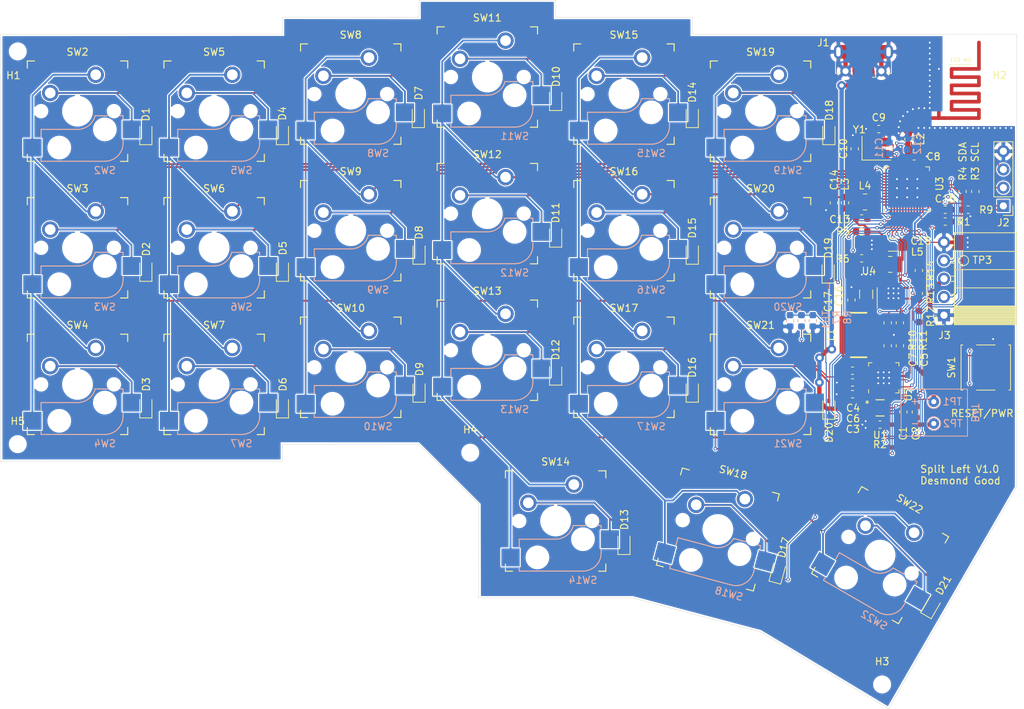
<source format=kicad_pcb>
(kicad_pcb (version 20171130) (host pcbnew "(5.1.5-0-10_14)")
  (layers (0 F.Cu signal) (31 B.Cu signal) (34 B.Paste user hide) (35 F.Paste user hide) (36 B.SilkS user) (37 F.SilkS user) (38 B.Mask user hide) (39 F.Mask user hide) (44 Edge.Cuts user))
  (net 0 "")
  (net 1 -BATT)
  (net 2 "Net-(C1-Pad1)")
  (net 3 +BATT)
  (net 4 GND)
  (net 5 VBUS)
  (net 6 "Net-(C4-Pad1)")
  (net 7 "Net-(C4-Pad2)")
  (net 8 /Battery/Charging/REGN)
  (net 9 /Battery/Charging/VSYS)
  (net 10 /nRF52810/ANT)
  (net 11 "Net-(C9-Pad1)")
  (net 12 "Net-(C10-Pad1)")
  (net 13 "Net-(C11-Pad2)")
  (net 14 "Net-(C12-Pad1)")
  (net 15 "Net-(C13-Pad2)")
  (net 16 "Net-(C14-Pad1)")
  (net 17 +3V0)
  (net 18 "Net-(D1-Pad2)")
  (net 19 "/nRF52810/Keyboard Matrix/ROW0")
  (net 20 "Net-(D2-Pad2)")
  (net 21 "/nRF52810/Keyboard Matrix/ROW1")
  (net 22 "/nRF52810/Keyboard Matrix/ROW2")
  (net 23 "Net-(D3-Pad2)")
  (net 24 "Net-(D4-Pad2)")
  (net 25 "Net-(D5-Pad2)")
  (net 26 "Net-(D6-Pad2)")
  (net 27 "Net-(D7-Pad2)")
  (net 28 "Net-(D8-Pad2)")
  (net 29 "Net-(D9-Pad2)")
  (net 30 "Net-(D10-Pad2)")
  (net 31 "Net-(D11-Pad2)")
  (net 32 "Net-(D12-Pad2)")
  (net 33 "/nRF52810/Keyboard Matrix/ROW3")
  (net 34 "Net-(D13-Pad2)")
  (net 35 "Net-(D14-Pad2)")
  (net 36 "Net-(D15-Pad2)")
  (net 37 "Net-(D16-Pad2)")
  (net 38 "Net-(D17-Pad2)")
  (net 39 "Net-(D18-Pad2)")
  (net 40 "Net-(D19-Pad2)")
  (net 41 "Net-(D20-Pad2)")
  (net 42 "Net-(D21-Pad2)")
  (net 43 "Net-(J1-Pad2)")
  (net 44 "Net-(J1-Pad4)")
  (net 45 "Net-(J1-Pad3)")
  (net 46 /nRF52810/~RESET)
  (net 47 /nRF52810/SWDCLK)
  (net 48 /nRF52810/SWDIO)
  (net 49 /nRF52810/UART_TX)
  (net 50 /nRF52810/UART_RX)
  (net 51 "Net-(L3-Pad2)")
  (net 52 "Net-(L4-Pad2)")
  (net 53 "Net-(L5-Pad1)")
  (net 54 /Battery/Charging/GUAGE_~INT)
  (net 55 /Battery/Charging/SCL)
  (net 56 /Battery/Charging/SDA)
  (net 57 /Battery/Charging/CHARGER_~CE)
  (net 58 /Battery/Charging/CHARGER_~INT)
  (net 59 "Net-(R7-Pad2)")
  (net 60 /Power/DCDC_EN1)
  (net 61 /Power/DCDC_EN2)
  (net 62 "Net-(R12-Pad1)")
  (net 63 "Net-(R12-Pad2)")
  (net 64 "Net-(R13-Pad2)")
  (net 65 "/nRF52810/Keyboard Matrix/COL0")
  (net 66 "/nRF52810/Keyboard Matrix/COL1")
  (net 67 "/nRF52810/Keyboard Matrix/COL2")
  (net 68 "/nRF52810/Keyboard Matrix/COL3")
  (net 69 "/nRF52810/Keyboard Matrix/COL4")
  (net 70 "/nRF52810/Keyboard Matrix/COL5")
  (net 71 "Net-(U1-Pad1)")
  (net 72 "Net-(U1-Pad9)")
  (net 73 "Net-(U2-Pad3)")
  (net 74 "Net-(U2-Pad4)")
  (net 75 "Net-(U2-Pad12)")
  (net 76 "Net-(U2-Pad23)")
  (net 77 /Power/DCDC_OK)
  (net 78 "Net-(U3-Pad23)")
  (net 79 "Net-(U3-Pad27)")
  (net 80 "Net-(U3-Pad28)")
  (net 81 "Net-(U3-Pad29)")
  (net 82 "Net-(U3-Pad37)")
  (net 83 "Net-(U3-Pad44)")
  (net 84 "Net-(U3-Pad12)")
  (net 85 "Net-(U3-Pad16)")
  (net 86 "Net-(U3-Pad17)")
  (net 87 "Net-(U3-Pad18)")
  (net 88 "Net-(U3-Pad21)")
  (net 89 "Net-(U3-Pad22)")
  (module Package_DFN_QFN:Texas_S-PWQFN-N24_EP2.7x2.7mm (layer F.Cu) (at 169.586501 75.288924 90)
    (fp_text reference U2 (at -2.282676 3.412899 90) (layer F.SilkS))
    (fp_text value BQ25619RTWR)
    (pad 24 smd roundrect (at -1.25 -1.9625 90) (size 0.25 0.825) (layers F.Cu F.Paste F.Mask) (net 5 VBUS))
    (pad 23 smd roundrect (at -0.75 -1.9625 90) (size 0.25 0.825) (layers F.Cu F.Paste F.Mask) (net 76 "Net-(U2-Pad23)"))
    (pad 22 smd roundrect (at -0.25 -1.9625 90) (size 0.25 0.825) (layers F.Cu F.Paste F.Mask) (net 8 /Battery/Charging/REGN))
    (pad 21 smd roundrect (at 0.25 -1.9625 90) (size 0.25 0.825) (layers F.Cu F.Paste F.Mask) (net 7 "Net-(C4-Pad2)"))
    (pad 20 smd roundrect (at 0.75 -1.9625 90) (size 0.25 0.825) (layers F.Cu F.Paste F.Mask) (net 6 "Net-(C4-Pad1)"))
    (pad 19 smd roundrect (at 1.25 -1.9625 90) (size 0.25 0.825) (layers F.Cu F.Paste F.Mask) (net 6 "Net-(C4-Pad1)"))
    (pad 18 smd roundrect (at 1.9625 -1.25 90) (size 0.825 0.25) (layers F.Cu F.Paste F.Mask) (net 4 GND))
    (pad 17 smd roundrect (at 1.9625 -0.75 90) (size 0.825 0.25) (layers F.Cu F.Paste F.Mask) (net 4 GND))
    (pad 16 smd roundrect (at 1.9625 -0.25 90) (size 0.825 0.25) (layers F.Cu F.Paste F.Mask) (net 9 /Battery/Charging/VSYS))
    (pad 15 smd roundrect (at 1.9625 0.25 90) (size 0.825 0.25) (layers F.Cu F.Paste F.Mask) (net 9 /Battery/Charging/VSYS))
    (pad 14 smd roundrect (at 1.9625 0.75 90) (size 0.825 0.25) (layers F.Cu F.Paste F.Mask) (net 3 +BATT))
    (pad 13 smd roundrect (at 1.9625 1.25 90) (size 0.825 0.25) (layers F.Cu F.Paste F.Mask) (net 3 +BATT))
    (pad 12 smd roundrect (at 1.25 1.9625 90) (size 0.25 0.825) (layers F.Cu F.Paste F.Mask) (net 75 "Net-(U2-Pad12)"))
    (pad 11 smd roundrect (at 0.75 1.9625 90) (size 0.25 0.825) (layers F.Cu F.Paste F.Mask) (net 59 "Net-(R7-Pad2)"))
    (pad 10 smd roundrect (at 0.25 1.9625 90) (size 0.25 0.825) (layers F.Cu F.Paste F.Mask) (net 3 +BATT))
    (pad 9 smd roundrect (at -0.25 1.9625 90) (size 0.25 0.825) (layers F.Cu F.Paste F.Mask) (net 57 /Battery/Charging/CHARGER_~CE))
    (pad 8 smd roundrect (at -0.75 1.9625 90) (size 0.25 0.825) (layers F.Cu F.Paste F.Mask) (net 4 GND))
    (pad 7 smd roundrect (at -1.25 1.9625 90) (size 0.25 0.825) (layers F.Cu F.Paste F.Mask) (net 58 /Battery/Charging/CHARGER_~INT))
    (pad 6 smd roundrect (at -1.9625 1.25 90) (size 0.825 0.25) (layers F.Cu F.Paste F.Mask) (net 56 /Battery/Charging/SDA))
    (pad 5 smd roundrect (at -1.9625 0.75 90) (size 0.825 0.25) (layers F.Cu F.Paste F.Mask) (net 55 /Battery/Charging/SCL))
    (pad 4 smd roundrect (at -1.9625 0.25 90) (size 0.825 0.25) (layers F.Cu F.Paste F.Mask) (net 74 "Net-(U2-Pad4)"))
    (pad 3 smd roundrect (at -1.9625 -0.25 90) (size 0.825 0.25) (layers F.Cu F.Paste F.Mask) (net 73 "Net-(U2-Pad3)"))
    (pad 2 smd roundrect (at -1.9625 -0.75 90) (size 0.825 0.25) (layers F.Cu F.Paste F.Mask) (net 5 VBUS))
    (pad 1 smd roundrect (at -1.9625 -1.25 90) (size 0.825 0.25) (layers F.Cu F.Paste F.Mask) (net 5 VBUS))
    (pad 25 smd roundrect (at 0 0 90) (size 2.7 2.7) (layers F.Cu F.Mask) (roundrect_rratio 0.09259299999999999) (net 4 GND))
  )
  (module keyswitches:Kailh_socket_MX_optional (layer F.Cu) (at 57.15 38.1)
    (fp_text reference SW2 (at 0 -8.255) (layer F.SilkS))
    (fp_text value "MX Socket")
    (fp_text user %R (at 3.81 8.255) (layer B.SilkS) (effects (justify mirror)))
    (pad 2 smd rect (at 7.56 2.54) (size 2.55 2.5) (layers B.Cu B.Paste B.Mask) (net 18 "Net-(D1-Pad2)"))
    (pad "" np_thru_hole circle (at -5.08 0) (size 1.7018 1.7018) (drill 1.7018) (layers *.Cu *.Mask))
    (pad "" np_thru_hole circle (at 5.08 0) (size 1.7018 1.7018) (drill 1.7018) (layers *.Cu *.Mask))
    (pad 2 thru_hole circle (at -3.81 -2.54) (size 2.286 2.286) (drill 1.4986) (layers *.Cu *.Mask) (net 18 "Net-(D1-Pad2)"))
    (pad "" np_thru_hole circle (at 0 0) (size 3.9878 3.9878) (drill 3.9878) (layers *.Cu *.Mask))
    (pad 1 thru_hole circle (at 2.54 -5.08) (size 2.286 2.286) (drill 1.4986) (layers *.Cu *.Mask) (net 65 "/nRF52810/Keyboard Matrix/COL0"))
    (pad "" np_thru_hole circle (at 3.81 2.54) (size 3 3) (drill 3) (layers *.Cu *.Mask))
    (pad "" np_thru_hole circle (at -2.54 5.08) (size 3 3) (drill 3) (layers *.Cu *.Mask))
    (pad 1 smd rect (at -6.29 5.08) (size 2.55 2.5) (layers B.Cu B.Paste B.Mask) (net 65 "/nRF52810/Keyboard Matrix/COL0"))
  )
  (module keyswitches:Kailh_socket_MX_optional (layer F.Cu) (at 57.15 57.15)
    (fp_text reference SW3 (at 0 -8.255) (layer F.SilkS))
    (fp_text value "MX Socket")
    (fp_text user %R (at 3.81 8.255) (layer B.SilkS) (effects (justify mirror)))
    (pad 2 smd rect (at 7.56 2.54) (size 2.55 2.5) (layers B.Cu B.Paste B.Mask) (net 20 "Net-(D2-Pad2)"))
    (pad "" np_thru_hole circle (at -5.08 0) (size 1.7018 1.7018) (drill 1.7018) (layers *.Cu *.Mask))
    (pad "" np_thru_hole circle (at 5.08 0) (size 1.7018 1.7018) (drill 1.7018) (layers *.Cu *.Mask))
    (pad 2 thru_hole circle (at -3.81 -2.54) (size 2.286 2.286) (drill 1.4986) (layers *.Cu *.Mask) (net 20 "Net-(D2-Pad2)"))
    (pad "" np_thru_hole circle (at 0 0) (size 3.9878 3.9878) (drill 3.9878) (layers *.Cu *.Mask))
    (pad 1 thru_hole circle (at 2.54 -5.08) (size 2.286 2.286) (drill 1.4986) (layers *.Cu *.Mask) (net 65 "/nRF52810/Keyboard Matrix/COL0"))
    (pad "" np_thru_hole circle (at 3.81 2.54) (size 3 3) (drill 3) (layers *.Cu *.Mask))
    (pad "" np_thru_hole circle (at -2.54 5.08) (size 3 3) (drill 3) (layers *.Cu *.Mask))
    (pad 1 smd rect (at -6.29 5.08) (size 2.55 2.5) (layers B.Cu B.Paste B.Mask) (net 65 "/nRF52810/Keyboard Matrix/COL0"))
  )
  (module keyswitches:Kailh_socket_MX_optional (layer F.Cu) (at 57.15 76.2)
    (fp_text reference SW4 (at 0 -8.255) (layer F.SilkS))
    (fp_text value "MX Socket")
    (fp_text user %R (at 3.81 8.255) (layer B.SilkS) (effects (justify mirror)))
    (pad 2 smd rect (at 7.56 2.54) (size 2.55 2.5) (layers B.Cu B.Paste B.Mask) (net 23 "Net-(D3-Pad2)"))
    (pad "" np_thru_hole circle (at -5.08 0) (size 1.7018 1.7018) (drill 1.7018) (layers *.Cu *.Mask))
    (pad "" np_thru_hole circle (at 5.08 0) (size 1.7018 1.7018) (drill 1.7018) (layers *.Cu *.Mask))
    (pad 2 thru_hole circle (at -3.81 -2.54) (size 2.286 2.286) (drill 1.4986) (layers *.Cu *.Mask) (net 23 "Net-(D3-Pad2)"))
    (pad "" np_thru_hole circle (at 0 0) (size 3.9878 3.9878) (drill 3.9878) (layers *.Cu *.Mask))
    (pad 1 thru_hole circle (at 2.54 -5.08) (size 2.286 2.286) (drill 1.4986) (layers *.Cu *.Mask) (net 65 "/nRF52810/Keyboard Matrix/COL0"))
    (pad "" np_thru_hole circle (at 3.81 2.54) (size 3 3) (drill 3) (layers *.Cu *.Mask))
    (pad "" np_thru_hole circle (at -2.54 5.08) (size 3 3) (drill 3) (layers *.Cu *.Mask))
    (pad 1 smd rect (at -6.29 5.08) (size 2.55 2.5) (layers B.Cu B.Paste B.Mask) (net 65 "/nRF52810/Keyboard Matrix/COL0"))
  )
  (module keyswitches:Kailh_socket_MX_optional (layer F.Cu) (at 76.2 38.1)
    (fp_text reference SW5 (at 0 -8.255) (layer F.SilkS))
    (fp_text value "MX Socket")
    (fp_text user %R (at 3.81 8.255) (layer B.SilkS) (effects (justify mirror)))
    (pad 2 smd rect (at 7.56 2.54) (size 2.55 2.5) (layers B.Cu B.Paste B.Mask) (net 24 "Net-(D4-Pad2)"))
    (pad "" np_thru_hole circle (at -5.08 0) (size 1.7018 1.7018) (drill 1.7018) (layers *.Cu *.Mask))
    (pad "" np_thru_hole circle (at 5.08 0) (size 1.7018 1.7018) (drill 1.7018) (layers *.Cu *.Mask))
    (pad 2 thru_hole circle (at -3.81 -2.54) (size 2.286 2.286) (drill 1.4986) (layers *.Cu *.Mask) (net 24 "Net-(D4-Pad2)"))
    (pad "" np_thru_hole circle (at 0 0) (size 3.9878 3.9878) (drill 3.9878) (layers *.Cu *.Mask))
    (pad 1 thru_hole circle (at 2.54 -5.08) (size 2.286 2.286) (drill 1.4986) (layers *.Cu *.Mask) (net 66 "/nRF52810/Keyboard Matrix/COL1"))
    (pad "" np_thru_hole circle (at 3.81 2.54) (size 3 3) (drill 3) (layers *.Cu *.Mask))
    (pad "" np_thru_hole circle (at -2.54 5.08) (size 3 3) (drill 3) (layers *.Cu *.Mask))
    (pad 1 smd rect (at -6.29 5.08) (size 2.55 2.5) (layers B.Cu B.Paste B.Mask) (net 66 "/nRF52810/Keyboard Matrix/COL1"))
  )
  (module keyswitches:Kailh_socket_MX_optional (layer F.Cu) (at 76.2 57.15)
    (fp_text reference SW6 (at 0 -8.255) (layer F.SilkS))
    (fp_text value "MX Socket")
    (fp_text user %R (at 3.81 8.255) (layer B.SilkS) (effects (justify mirror)))
    (pad 2 smd rect (at 7.56 2.54) (size 2.55 2.5) (layers B.Cu B.Paste B.Mask) (net 25 "Net-(D5-Pad2)"))
    (pad "" np_thru_hole circle (at -5.08 0) (size 1.7018 1.7018) (drill 1.7018) (layers *.Cu *.Mask))
    (pad "" np_thru_hole circle (at 5.08 0) (size 1.7018 1.7018) (drill 1.7018) (layers *.Cu *.Mask))
    (pad 2 thru_hole circle (at -3.81 -2.54) (size 2.286 2.286) (drill 1.4986) (layers *.Cu *.Mask) (net 25 "Net-(D5-Pad2)"))
    (pad "" np_thru_hole circle (at 0 0) (size 3.9878 3.9878) (drill 3.9878) (layers *.Cu *.Mask))
    (pad 1 thru_hole circle (at 2.54 -5.08) (size 2.286 2.286) (drill 1.4986) (layers *.Cu *.Mask) (net 66 "/nRF52810/Keyboard Matrix/COL1"))
    (pad "" np_thru_hole circle (at 3.81 2.54) (size 3 3) (drill 3) (layers *.Cu *.Mask))
    (pad "" np_thru_hole circle (at -2.54 5.08) (size 3 3) (drill 3) (layers *.Cu *.Mask))
    (pad 1 smd rect (at -6.29 5.08) (size 2.55 2.5) (layers B.Cu B.Paste B.Mask) (net 66 "/nRF52810/Keyboard Matrix/COL1"))
  )
  (module keyswitches:Kailh_socket_MX_optional (layer F.Cu) (at 76.2 76.2)
    (fp_text reference SW7 (at 0 -8.255) (layer F.SilkS))
    (fp_text value "MX Socket")
    (fp_text user %R (at 3.81 8.255) (layer B.SilkS) (effects (justify mirror)))
    (pad 2 smd rect (at 7.56 2.54) (size 2.55 2.5) (layers B.Cu B.Paste B.Mask) (net 26 "Net-(D6-Pad2)"))
    (pad "" np_thru_hole circle (at -5.08 0) (size 1.7018 1.7018) (drill 1.7018) (layers *.Cu *.Mask))
    (pad "" np_thru_hole circle (at 5.08 0) (size 1.7018 1.7018) (drill 1.7018) (layers *.Cu *.Mask))
    (pad 2 thru_hole circle (at -3.81 -2.54) (size 2.286 2.286) (drill 1.4986) (layers *.Cu *.Mask) (net 26 "Net-(D6-Pad2)"))
    (pad "" np_thru_hole circle (at 0 0) (size 3.9878 3.9878) (drill 3.9878) (layers *.Cu *.Mask))
    (pad 1 thru_hole circle (at 2.54 -5.08) (size 2.286 2.286) (drill 1.4986) (layers *.Cu *.Mask) (net 66 "/nRF52810/Keyboard Matrix/COL1"))
    (pad "" np_thru_hole circle (at 3.81 2.54) (size 3 3) (drill 3) (layers *.Cu *.Mask))
    (pad "" np_thru_hole circle (at -2.54 5.08) (size 3 3) (drill 3) (layers *.Cu *.Mask))
    (pad 1 smd rect (at -6.29 5.08) (size 2.55 2.5) (layers B.Cu B.Paste B.Mask) (net 66 "/nRF52810/Keyboard Matrix/COL1"))
  )
  (module keyswitches:Kailh_socket_MX_optional (layer F.Cu) (at 95.25 35.71875)
    (fp_text reference SW8 (at 0 -8.255) (layer F.SilkS))
    (fp_text value "MX Socket")
    (fp_text user %R (at 3.81 8.255) (layer B.SilkS) (effects (justify mirror)))
    (pad 2 smd rect (at 7.56 2.54) (size 2.55 2.5) (layers B.Cu B.Paste B.Mask) (net 27 "Net-(D7-Pad2)"))
    (pad "" np_thru_hole circle (at -5.08 0) (size 1.7018 1.7018) (drill 1.7018) (layers *.Cu *.Mask))
    (pad "" np_thru_hole circle (at 5.08 0) (size 1.7018 1.7018) (drill 1.7018) (layers *.Cu *.Mask))
    (pad 2 thru_hole circle (at -3.81 -2.54) (size 2.286 2.286) (drill 1.4986) (layers *.Cu *.Mask) (net 27 "Net-(D7-Pad2)"))
    (pad "" np_thru_hole circle (at 0 0) (size 3.9878 3.9878) (drill 3.9878) (layers *.Cu *.Mask))
    (pad 1 thru_hole circle (at 2.54 -5.08) (size 2.286 2.286) (drill 1.4986) (layers *.Cu *.Mask) (net 67 "/nRF52810/Keyboard Matrix/COL2"))
    (pad "" np_thru_hole circle (at 3.81 2.54) (size 3 3) (drill 3) (layers *.Cu *.Mask))
    (pad "" np_thru_hole circle (at -2.54 5.08) (size 3 3) (drill 3) (layers *.Cu *.Mask))
    (pad 1 smd rect (at -6.29 5.08) (size 2.55 2.5) (layers B.Cu B.Paste B.Mask) (net 67 "/nRF52810/Keyboard Matrix/COL2"))
  )
  (module keyswitches:Kailh_socket_MX_optional (layer F.Cu) (at 95.25 54.76875)
    (fp_text reference SW9 (at 0 -8.255) (layer F.SilkS))
    (fp_text value "MX Socket")
    (fp_text user %R (at 3.81 8.255) (layer B.SilkS) (effects (justify mirror)))
    (pad 2 smd rect (at 7.56 2.54) (size 2.55 2.5) (layers B.Cu B.Paste B.Mask) (net 28 "Net-(D8-Pad2)"))
    (pad "" np_thru_hole circle (at -5.08 0) (size 1.7018 1.7018) (drill 1.7018) (layers *.Cu *.Mask))
    (pad "" np_thru_hole circle (at 5.08 0) (size 1.7018 1.7018) (drill 1.7018) (layers *.Cu *.Mask))
    (pad 2 thru_hole circle (at -3.81 -2.54) (size 2.286 2.286) (drill 1.4986) (layers *.Cu *.Mask) (net 28 "Net-(D8-Pad2)"))
    (pad "" np_thru_hole circle (at 0 0) (size 3.9878 3.9878) (drill 3.9878) (layers *.Cu *.Mask))
    (pad 1 thru_hole circle (at 2.54 -5.08) (size 2.286 2.286) (drill 1.4986) (layers *.Cu *.Mask) (net 67 "/nRF52810/Keyboard Matrix/COL2"))
    (pad "" np_thru_hole circle (at 3.81 2.54) (size 3 3) (drill 3) (layers *.Cu *.Mask))
    (pad "" np_thru_hole circle (at -2.54 5.08) (size 3 3) (drill 3) (layers *.Cu *.Mask))
    (pad 1 smd rect (at -6.29 5.08) (size 2.55 2.5) (layers B.Cu B.Paste B.Mask) (net 67 "/nRF52810/Keyboard Matrix/COL2"))
  )
  (module keyswitches:Kailh_socket_MX_optional (layer F.Cu) (at 95.25 73.81875)
    (fp_text reference SW10 (at 0 -8.255) (layer F.SilkS))
    (fp_text value "MX Socket")
    (fp_text user %R (at 3.81 8.255) (layer B.SilkS) (effects (justify mirror)))
    (pad 2 smd rect (at 7.56 2.54) (size 2.55 2.5) (layers B.Cu B.Paste B.Mask) (net 29 "Net-(D9-Pad2)"))
    (pad "" np_thru_hole circle (at -5.08 0) (size 1.7018 1.7018) (drill 1.7018) (layers *.Cu *.Mask))
    (pad "" np_thru_hole circle (at 5.08 0) (size 1.7018 1.7018) (drill 1.7018) (layers *.Cu *.Mask))
    (pad 2 thru_hole circle (at -3.81 -2.54) (size 2.286 2.286) (drill 1.4986) (layers *.Cu *.Mask) (net 29 "Net-(D9-Pad2)"))
    (pad "" np_thru_hole circle (at 0 0) (size 3.9878 3.9878) (drill 3.9878) (layers *.Cu *.Mask))
    (pad 1 thru_hole circle (at 2.54 -5.08) (size 2.286 2.286) (drill 1.4986) (layers *.Cu *.Mask) (net 67 "/nRF52810/Keyboard Matrix/COL2"))
    (pad "" np_thru_hole circle (at 3.81 2.54) (size 3 3) (drill 3) (layers *.Cu *.Mask))
    (pad "" np_thru_hole circle (at -2.54 5.08) (size 3 3) (drill 3) (layers *.Cu *.Mask))
    (pad 1 smd rect (at -6.29 5.08) (size 2.55 2.5) (layers B.Cu B.Paste B.Mask) (net 67 "/nRF52810/Keyboard Matrix/COL2"))
  )
  (module keyswitches:Kailh_socket_MX_optional (layer F.Cu) (at 114.3 33.3375)
    (fp_text reference SW11 (at 0 -8.255) (layer F.SilkS))
    (fp_text value "MX Socket")
    (fp_text user %R (at 3.81 8.255) (layer B.SilkS) (effects (justify mirror)))
    (pad 2 smd rect (at 7.56 2.54) (size 2.55 2.5) (layers B.Cu B.Paste B.Mask) (net 30 "Net-(D10-Pad2)"))
    (pad "" np_thru_hole circle (at -5.08 0) (size 1.7018 1.7018) (drill 1.7018) (layers *.Cu *.Mask))
    (pad "" np_thru_hole circle (at 5.08 0) (size 1.7018 1.7018) (drill 1.7018) (layers *.Cu *.Mask))
    (pad 2 thru_hole circle (at -3.81 -2.54) (size 2.286 2.286) (drill 1.4986) (layers *.Cu *.Mask) (net 30 "Net-(D10-Pad2)"))
    (pad "" np_thru_hole circle (at 0 0) (size 3.9878 3.9878) (drill 3.9878) (layers *.Cu *.Mask))
    (pad 1 thru_hole circle (at 2.54 -5.08) (size 2.286 2.286) (drill 1.4986) (layers *.Cu *.Mask) (net 68 "/nRF52810/Keyboard Matrix/COL3"))
    (pad "" np_thru_hole circle (at 3.81 2.54) (size 3 3) (drill 3) (layers *.Cu *.Mask))
    (pad "" np_thru_hole circle (at -2.54 5.08) (size 3 3) (drill 3) (layers *.Cu *.Mask))
    (pad 1 smd rect (at -6.29 5.08) (size 2.55 2.5) (layers B.Cu B.Paste B.Mask) (net 68 "/nRF52810/Keyboard Matrix/COL3"))
  )
  (module keyswitches:Kailh_socket_MX_optional (layer F.Cu) (at 114.3 52.3875)
    (fp_text reference SW12 (at 0 -8.255) (layer F.SilkS))
    (fp_text value "MX Socket")
    (fp_text user %R (at 3.81 8.255) (layer B.SilkS) (effects (justify mirror)))
    (pad 2 smd rect (at 7.56 2.54) (size 2.55 2.5) (layers B.Cu B.Paste B.Mask) (net 31 "Net-(D11-Pad2)"))
    (pad "" np_thru_hole circle (at -5.08 0) (size 1.7018 1.7018) (drill 1.7018) (layers *.Cu *.Mask))
    (pad "" np_thru_hole circle (at 5.08 0) (size 1.7018 1.7018) (drill 1.7018) (layers *.Cu *.Mask))
    (pad 2 thru_hole circle (at -3.81 -2.54) (size 2.286 2.286) (drill 1.4986) (layers *.Cu *.Mask) (net 31 "Net-(D11-Pad2)"))
    (pad "" np_thru_hole circle (at 0 0) (size 3.9878 3.9878) (drill 3.9878) (layers *.Cu *.Mask))
    (pad 1 thru_hole circle (at 2.54 -5.08) (size 2.286 2.286) (drill 1.4986) (layers *.Cu *.Mask) (net 68 "/nRF52810/Keyboard Matrix/COL3"))
    (pad "" np_thru_hole circle (at 3.81 2.54) (size 3 3) (drill 3) (layers *.Cu *.Mask))
    (pad "" np_thru_hole circle (at -2.54 5.08) (size 3 3) (drill 3) (layers *.Cu *.Mask))
    (pad 1 smd rect (at -6.29 5.08) (size 2.55 2.5) (layers B.Cu B.Paste B.Mask) (net 68 "/nRF52810/Keyboard Matrix/COL3"))
  )
  (module keyswitches:Kailh_socket_MX_optional (layer F.Cu) (at 114.3 71.4375)
    (fp_text reference SW13 (at 0 -8.255) (layer F.SilkS))
    (fp_text value "MX Socket")
    (fp_text user %R (at 3.81 8.255) (layer B.SilkS) (effects (justify mirror)))
    (pad 2 smd rect (at 7.56 2.54) (size 2.55 2.5) (layers B.Cu B.Paste B.Mask) (net 32 "Net-(D12-Pad2)"))
    (pad "" np_thru_hole circle (at -5.08 0) (size 1.7018 1.7018) (drill 1.7018) (layers *.Cu *.Mask))
    (pad "" np_thru_hole circle (at 5.08 0) (size 1.7018 1.7018) (drill 1.7018) (layers *.Cu *.Mask))
    (pad 2 thru_hole circle (at -3.81 -2.54) (size 2.286 2.286) (drill 1.4986) (layers *.Cu *.Mask) (net 32 "Net-(D12-Pad2)"))
    (pad "" np_thru_hole circle (at 0 0) (size 3.9878 3.9878) (drill 3.9878) (layers *.Cu *.Mask))
    (pad 1 thru_hole circle (at 2.54 -5.08) (size 2.286 2.286) (drill 1.4986) (layers *.Cu *.Mask) (net 68 "/nRF52810/Keyboard Matrix/COL3"))
    (pad "" np_thru_hole circle (at 3.81 2.54) (size 3 3) (drill 3) (layers *.Cu *.Mask))
    (pad "" np_thru_hole circle (at -2.54 5.08) (size 3 3) (drill 3) (layers *.Cu *.Mask))
    (pad 1 smd rect (at -6.29 5.08) (size 2.55 2.5) (layers B.Cu B.Paste B.Mask) (net 68 "/nRF52810/Keyboard Matrix/COL3"))
  )
  (module keyswitches:Kailh_socket_MX_optional (layer F.Cu) (at 123.825 95.25)
    (fp_text reference SW14 (at 0 -8.255) (layer F.SilkS))
    (fp_text value "MX Socket")
    (fp_text user %R (at 3.81 8.255) (layer B.SilkS) (effects (justify mirror)))
    (pad 2 smd rect (at 7.56 2.54) (size 2.55 2.5) (layers B.Cu B.Paste B.Mask) (net 34 "Net-(D13-Pad2)"))
    (pad "" np_thru_hole circle (at -5.08 0) (size 1.7018 1.7018) (drill 1.7018) (layers *.Cu *.Mask))
    (pad "" np_thru_hole circle (at 5.08 0) (size 1.7018 1.7018) (drill 1.7018) (layers *.Cu *.Mask))
    (pad 2 thru_hole circle (at -3.81 -2.54) (size 2.286 2.286) (drill 1.4986) (layers *.Cu *.Mask) (net 34 "Net-(D13-Pad2)"))
    (pad "" np_thru_hole circle (at 0 0) (size 3.9878 3.9878) (drill 3.9878) (layers *.Cu *.Mask))
    (pad 1 thru_hole circle (at 2.54 -5.08) (size 2.286 2.286) (drill 1.4986) (layers *.Cu *.Mask) (net 68 "/nRF52810/Keyboard Matrix/COL3"))
    (pad "" np_thru_hole circle (at 3.81 2.54) (size 3 3) (drill 3) (layers *.Cu *.Mask))
    (pad "" np_thru_hole circle (at -2.54 5.08) (size 3 3) (drill 3) (layers *.Cu *.Mask))
    (pad 1 smd rect (at -6.29 5.08) (size 2.55 2.5) (layers B.Cu B.Paste B.Mask) (net 68 "/nRF52810/Keyboard Matrix/COL3"))
  )
  (module keyswitches:Kailh_socket_MX_optional (layer F.Cu) (at 133.35 35.71875)
    (fp_text reference SW15 (at 0 -8.255) (layer F.SilkS))
    (fp_text value "MX Socket")
    (fp_text user %R (at 3.81 8.255) (layer B.SilkS) (effects (justify mirror)))
    (pad 2 smd rect (at 7.56 2.54) (size 2.55 2.5) (layers B.Cu B.Paste B.Mask) (net 35 "Net-(D14-Pad2)"))
    (pad "" np_thru_hole circle (at -5.08 0) (size 1.7018 1.7018) (drill 1.7018) (layers *.Cu *.Mask))
    (pad "" np_thru_hole circle (at 5.08 0) (size 1.7018 1.7018) (drill 1.7018) (layers *.Cu *.Mask))
    (pad 2 thru_hole circle (at -3.81 -2.54) (size 2.286 2.286) (drill 1.4986) (layers *.Cu *.Mask) (net 35 "Net-(D14-Pad2)"))
    (pad "" np_thru_hole circle (at 0 0) (size 3.9878 3.9878) (drill 3.9878) (layers *.Cu *.Mask))
    (pad 1 thru_hole circle (at 2.54 -5.08) (size 2.286 2.286) (drill 1.4986) (layers *.Cu *.Mask) (net 69 "/nRF52810/Keyboard Matrix/COL4"))
    (pad "" np_thru_hole circle (at 3.81 2.54) (size 3 3) (drill 3) (layers *.Cu *.Mask))
    (pad "" np_thru_hole circle (at -2.54 5.08) (size 3 3) (drill 3) (layers *.Cu *.Mask))
    (pad 1 smd rect (at -6.29 5.08) (size 2.55 2.5) (layers B.Cu B.Paste B.Mask) (net 69 "/nRF52810/Keyboard Matrix/COL4"))
  )
  (module keyswitches:Kailh_socket_MX_optional (layer F.Cu) (at 133.35 54.76875)
    (fp_text reference SW16 (at 0 -8.255) (layer F.SilkS))
    (fp_text value "MX Socket")
    (fp_text user %R (at 3.81 8.255) (layer B.SilkS) (effects (justify mirror)))
    (pad 2 smd rect (at 7.56 2.54) (size 2.55 2.5) (layers B.Cu B.Paste B.Mask) (net 36 "Net-(D15-Pad2)"))
    (pad "" np_thru_hole circle (at -5.08 0) (size 1.7018 1.7018) (drill 1.7018) (layers *.Cu *.Mask))
    (pad "" np_thru_hole circle (at 5.08 0) (size 1.7018 1.7018) (drill 1.7018) (layers *.Cu *.Mask))
    (pad 2 thru_hole circle (at -3.81 -2.54) (size 2.286 2.286) (drill 1.4986) (layers *.Cu *.Mask) (net 36 "Net-(D15-Pad2)"))
    (pad "" np_thru_hole circle (at 0 0) (size 3.9878 3.9878) (drill 3.9878) (layers *.Cu *.Mask))
    (pad 1 thru_hole circle (at 2.54 -5.08) (size 2.286 2.286) (drill 1.4986) (layers *.Cu *.Mask) (net 69 "/nRF52810/Keyboard Matrix/COL4"))
    (pad "" np_thru_hole circle (at 3.81 2.54) (size 3 3) (drill 3) (layers *.Cu *.Mask))
    (pad "" np_thru_hole circle (at -2.54 5.08) (size 3 3) (drill 3) (layers *.Cu *.Mask))
    (pad 1 smd rect (at -6.29 5.08) (size 2.55 2.5) (layers B.Cu B.Paste B.Mask) (net 69 "/nRF52810/Keyboard Matrix/COL4"))
  )
  (module keyswitches:Kailh_socket_MX_optional (layer F.Cu) (at 133.35 73.81875)
    (fp_text reference SW17 (at 0 -8.255) (layer F.SilkS))
    (fp_text value "MX Socket")
    (fp_text user %R (at 3.81 8.255) (layer B.SilkS) (effects (justify mirror)))
    (pad 2 smd rect (at 7.56 2.54) (size 2.55 2.5) (layers B.Cu B.Paste B.Mask) (net 37 "Net-(D16-Pad2)"))
    (pad "" np_thru_hole circle (at -5.08 0) (size 1.7018 1.7018) (drill 1.7018) (layers *.Cu *.Mask))
    (pad "" np_thru_hole circle (at 5.08 0) (size 1.7018 1.7018) (drill 1.7018) (layers *.Cu *.Mask))
    (pad 2 thru_hole circle (at -3.81 -2.54) (size 2.286 2.286) (drill 1.4986) (layers *.Cu *.Mask) (net 37 "Net-(D16-Pad2)"))
    (pad "" np_thru_hole circle (at 0 0) (size 3.9878 3.9878) (drill 3.9878) (layers *.Cu *.Mask))
    (pad 1 thru_hole circle (at 2.54 -5.08) (size 2.286 2.286) (drill 1.4986) (layers *.Cu *.Mask) (net 69 "/nRF52810/Keyboard Matrix/COL4"))
    (pad "" np_thru_hole circle (at 3.81 2.54) (size 3 3) (drill 3) (layers *.Cu *.Mask))
    (pad "" np_thru_hole circle (at -2.54 5.08) (size 3 3) (drill 3) (layers *.Cu *.Mask))
    (pad 1 smd rect (at -6.29 5.08) (size 2.55 2.5) (layers B.Cu B.Paste B.Mask) (net 69 "/nRF52810/Keyboard Matrix/COL4"))
  )
  (module keyswitches:Kailh_socket_MX_optional (layer F.Cu) (at 146.446875 96.440625 345)
    (fp_text reference SW18 (at 0 -8.255 165) (layer F.SilkS))
    (fp_text value "MX Socket")
    (fp_text user %R (at 3.81 8.255 165) (layer B.SilkS) (effects (justify mirror)))
    (pad 2 smd rect (at 7.56 2.54 345) (size 2.55 2.5) (layers B.Cu B.Paste B.Mask) (net 38 "Net-(D17-Pad2)"))
    (pad "" np_thru_hole circle (at -5.08 0 345) (size 1.7018 1.7018) (drill 1.7018) (layers *.Cu *.Mask))
    (pad "" np_thru_hole circle (at 5.08 0 345) (size 1.7018 1.7018) (drill 1.7018) (layers *.Cu *.Mask))
    (pad 2 thru_hole circle (at -3.81 -2.54 345) (size 2.286 2.286) (drill 1.4986) (layers *.Cu *.Mask) (net 38 "Net-(D17-Pad2)"))
    (pad "" np_thru_hole circle (at 0 0 345) (size 3.9878 3.9878) (drill 3.9878) (layers *.Cu *.Mask))
    (pad 1 thru_hole circle (at 2.54 -5.08 345) (size 2.286 2.286) (drill 1.4986) (layers *.Cu *.Mask) (net 69 "/nRF52810/Keyboard Matrix/COL4"))
    (pad "" np_thru_hole circle (at 3.81 2.54 345) (size 3 3) (drill 3) (layers *.Cu *.Mask))
    (pad "" np_thru_hole circle (at -2.54 5.08 345) (size 3 3) (drill 3) (layers *.Cu *.Mask))
    (pad 1 smd rect (at -6.29 5.08 345) (size 2.55 2.5) (layers B.Cu B.Paste B.Mask) (net 69 "/nRF52810/Keyboard Matrix/COL4"))
  )
  (module keyswitches:Kailh_socket_MX_optional (layer F.Cu) (at 152.4 38.1)
    (fp_text reference SW19 (at 0 -8.255) (layer F.SilkS))
    (fp_text value "MX Socket")
    (fp_text user %R (at 3.81 8.255) (layer B.SilkS) (effects (justify mirror)))
    (pad 2 smd rect (at 7.56 2.54) (size 2.55 2.5) (layers B.Cu B.Paste B.Mask) (net 39 "Net-(D18-Pad2)"))
    (pad "" np_thru_hole circle (at -5.08 0) (size 1.7018 1.7018) (drill 1.7018) (layers *.Cu *.Mask))
    (pad "" np_thru_hole circle (at 5.08 0) (size 1.7018 1.7018) (drill 1.7018) (layers *.Cu *.Mask))
    (pad 2 thru_hole circle (at -3.81 -2.54) (size 2.286 2.286) (drill 1.4986) (layers *.Cu *.Mask) (net 39 "Net-(D18-Pad2)"))
    (pad "" np_thru_hole circle (at 0 0) (size 3.9878 3.9878) (drill 3.9878) (layers *.Cu *.Mask))
    (pad 1 thru_hole circle (at 2.54 -5.08) (size 2.286 2.286) (drill 1.4986) (layers *.Cu *.Mask) (net 70 "/nRF52810/Keyboard Matrix/COL5"))
    (pad "" np_thru_hole circle (at 3.81 2.54) (size 3 3) (drill 3) (layers *.Cu *.Mask))
    (pad "" np_thru_hole circle (at -2.54 5.08) (size 3 3) (drill 3) (layers *.Cu *.Mask))
    (pad 1 smd rect (at -6.29 5.08) (size 2.55 2.5) (layers B.Cu B.Paste B.Mask) (net 70 "/nRF52810/Keyboard Matrix/COL5"))
  )
  (module keyswitches:Kailh_socket_MX_optional (layer F.Cu) (at 152.4 57.15)
    (fp_text reference SW20 (at 0 -8.255) (layer F.SilkS))
    (fp_text value "MX Socket")
    (fp_text user %R (at 3.81 8.255) (layer B.SilkS) (effects (justify mirror)))
    (pad 2 smd rect (at 7.56 2.54) (size 2.55 2.5) (layers B.Cu B.Paste B.Mask) (net 40 "Net-(D19-Pad2)"))
    (pad "" np_thru_hole circle (at -5.08 0) (size 1.7018 1.7018) (drill 1.7018) (layers *.Cu *.Mask))
    (pad "" np_thru_hole circle (at 5.08 0) (size 1.7018 1.7018) (drill 1.7018) (layers *.Cu *.Mask))
    (pad 2 thru_hole circle (at -3.81 -2.54) (size 2.286 2.286) (drill 1.4986) (layers *.Cu *.Mask) (net 40 "Net-(D19-Pad2)"))
    (pad "" np_thru_hole circle (at 0 0) (size 3.9878 3.9878) (drill 3.9878) (layers *.Cu *.Mask))
    (pad 1 thru_hole circle (at 2.54 -5.08) (size 2.286 2.286) (drill 1.4986) (layers *.Cu *.Mask) (net 70 "/nRF52810/Keyboard Matrix/COL5"))
    (pad "" np_thru_hole circle (at 3.81 2.54) (size 3 3) (drill 3) (layers *.Cu *.Mask))
    (pad "" np_thru_hole circle (at -2.54 5.08) (size 3 3) (drill 3) (layers *.Cu *.Mask))
    (pad 1 smd rect (at -6.29 5.08) (size 2.55 2.5) (layers B.Cu B.Paste B.Mask) (net 70 "/nRF52810/Keyboard Matrix/COL5"))
  )
  (module keyswitches:Kailh_socket_MX_optional (layer F.Cu) (at 152.4 76.2)
    (fp_text reference SW21 (at 0 -8.255) (layer F.SilkS))
    (fp_text value "MX Socket")
    (fp_text user %R (at 3.81 8.255) (layer B.SilkS) (effects (justify mirror)))
    (pad 2 smd rect (at 7.56 2.54) (size 2.55 2.5) (layers B.Cu B.Paste B.Mask) (net 41 "Net-(D20-Pad2)"))
    (pad "" np_thru_hole circle (at -5.08 0) (size 1.7018 1.7018) (drill 1.7018) (layers *.Cu *.Mask))
    (pad "" np_thru_hole circle (at 5.08 0) (size 1.7018 1.7018) (drill 1.7018) (layers *.Cu *.Mask))
    (pad 2 thru_hole circle (at -3.81 -2.54) (size 2.286 2.286) (drill 1.4986) (layers *.Cu *.Mask) (net 41 "Net-(D20-Pad2)"))
    (pad "" np_thru_hole circle (at 0 0) (size 3.9878 3.9878) (drill 3.9878) (layers *.Cu *.Mask))
    (pad 1 thru_hole circle (at 2.54 -5.08) (size 2.286 2.286) (drill 1.4986) (layers *.Cu *.Mask) (net 70 "/nRF52810/Keyboard Matrix/COL5"))
    (pad "" np_thru_hole circle (at 3.81 2.54) (size 3 3) (drill 3) (layers *.Cu *.Mask))
    (pad "" np_thru_hole circle (at -2.54 5.08) (size 3 3) (drill 3) (layers *.Cu *.Mask))
    (pad 1 smd rect (at -6.29 5.08) (size 2.55 2.5) (layers B.Cu B.Paste B.Mask) (net 70 "/nRF52810/Keyboard Matrix/COL5"))
  )
  (module keyswitches:Kailh_socket_MX_optional (layer F.Cu) (at 169.06875 100.0125 330)
    (fp_text reference SW22 (at 0 -8.255 150) (layer F.SilkS))
    (fp_text value "MX Socket")
    (fp_text user %R (at 3.81 8.255 150) (layer B.SilkS) (effects (justify mirror)))
    (pad 2 smd rect (at 7.56 2.54 330) (size 2.55 2.5) (layers B.Cu B.Paste B.Mask) (net 42 "Net-(D21-Pad2)"))
    (pad "" np_thru_hole circle (at -5.08 0 330) (size 1.7018 1.7018) (drill 1.7018) (layers *.Cu *.Mask))
    (pad "" np_thru_hole circle (at 5.08 0 330) (size 1.7018 1.7018) (drill 1.7018) (layers *.Cu *.Mask))
    (pad 2 thru_hole circle (at -3.81 -2.54 330) (size 2.286 2.286) (drill 1.4986) (layers *.Cu *.Mask) (net 42 "Net-(D21-Pad2)"))
    (pad "" np_thru_hole circle (at 0 0 330) (size 3.9878 3.9878) (drill 3.9878) (layers *.Cu *.Mask))
    (pad 1 thru_hole circle (at 2.54 -5.08 330) (size 2.286 2.286) (drill 1.4986) (layers *.Cu *.Mask) (net 70 "/nRF52810/Keyboard Matrix/COL5"))
    (pad "" np_thru_hole circle (at 3.81 2.54 330) (size 3 3) (drill 3) (layers *.Cu *.Mask))
    (pad "" np_thru_hole circle (at -2.54 5.08 330) (size 3 3) (drill 3) (layers *.Cu *.Mask))
    (pad 1 smd rect (at -6.29 5.08 330) (size 2.55 2.5) (layers B.Cu B.Paste B.Mask) (net 70 "/nRF52810/Keyboard Matrix/COL5"))
  )
  (module TDFN_User:TDFN-10-1EP_2.05mmx2.55mm_P0.4mm (layer F.Cu) (at 169.065575 79.4766)
    (fp_text reference U1 (at 0.022225 3.7846) (layer F.SilkS))
    (fp_text value MAX17055ETB+T)
    (pad 11 smd rect (at 0 0) (size 1.2954 1.397) (layers F.Cu F.Paste F.Mask) (net 1 -BATT))
    (pad 10 smd rect (at 1.1938 -0.800001) (size 0.7112 0.254) (layers F.Cu F.Paste F.Mask) (net 3 +BATT))
    (pad 9 smd rect (at 1.1938 -0.399999) (size 0.7112 0.254) (layers F.Cu F.Paste F.Mask) (net 72 "Net-(U1-Pad9)"))
    (pad 8 smd rect (at 1.1938 0) (size 0.7112 0.254) (layers F.Cu F.Paste F.Mask) (net 54 /Battery/Charging/GUAGE_~INT))
    (pad 7 smd rect (at 1.1938 0.399999) (size 0.7112 0.254) (layers F.Cu F.Paste F.Mask) (net 2 "Net-(C1-Pad1)"))
    (pad 6 smd rect (at 1.1938 0.800001) (size 0.7112 0.254) (layers F.Cu F.Paste F.Mask) (net 1 -BATT))
    (pad 5 smd rect (at -1.1938 0.800001) (size 0.7112 0.254) (layers F.Cu F.Paste F.Mask) (net 4 GND))
    (pad 4 smd rect (at -1.1938 0.399999) (size 0.7112 0.254) (layers F.Cu F.Paste F.Mask) (net 55 /Battery/Charging/SCL))
    (pad 3 smd rect (at -1.1938 0) (size 0.7112 0.254) (layers F.Cu F.Paste F.Mask) (net 56 /Battery/Charging/SDA))
    (pad 2 smd rect (at -1.1938 -0.399999) (size 0.7112 0.254) (layers F.Cu F.Paste F.Mask) (net 1 -BATT))
    (pad 1 smd rect (at -1.1938 -0.800001) (size 0.7112 0.254) (layers F.Cu F.Paste F.Mask) (net 71 "Net-(U1-Pad1)"))
  )
  (module Resistor_SMD:R_0603_1608Metric (layer F.Cu) (at 172.3136 80.0354 270)
    (fp_text reference C1 (at 2.9972 0.0254 90) (layer F.SilkS))
    (fp_text value 470nF)
    (pad 2 smd roundrect (at 0.7875 0 270) (size 0.875 0.95) (layers F.Cu F.Paste F.Mask) (net 1 -BATT))
    (pad 1 smd roundrect (at -0.7875 0 270) (size 0.875 0.95) (layers F.Cu F.Paste F.Mask) (net 2 "Net-(C1-Pad1)"))
  )
  (module Resistor_SMD:R_0603_1608Metric (layer F.Cu) (at 174.0662 80.0608 270)
    (fp_text reference C2 (at 2.9718 0 90) (layer F.SilkS))
    (fp_text value 0.1uF)
    (pad 1 smd roundrect (at -0.7875 0 270) (size 0.875 0.95) (layers F.Cu F.Paste F.Mask) (net 3 +BATT))
    (pad 2 smd roundrect (at 0.7875 0 270) (size 0.875 0.95) (layers F.Cu F.Paste F.Mask) (net 1 -BATT))
  )
  (module Capacitor_SMD:C_0603_1608Metric (layer F.Cu) (at 165.227 77.5716)
    (fp_text reference C3 (at 0.0508 4.8768) (layer F.SilkS))
    (fp_text value 1uF)
    (pad 1 smd roundrect (at -0.7875 0) (size 0.875 0.95) (layers F.Cu F.Paste F.Mask) (net 4 GND))
    (pad 2 smd roundrect (at 0.7875 0) (size 0.875 0.95) (layers F.Cu F.Paste F.Mask) (net 5 VBUS))
  )
  (module Capacitor_SMD:C_0603_1608Metric (layer F.Cu) (at 165.227 74.295 180)
    (fp_text reference C4 (at -0.0762 -5.207) (layer F.SilkS))
    (fp_text value 47nF)
    (pad 1 smd roundrect (at -0.7875 0 180) (size 0.875 0.95) (layers F.Cu F.Paste F.Mask) (net 6 "Net-(C4-Pad1)"))
    (pad 2 smd roundrect (at 0.7875 0 180) (size 0.875 0.95) (layers F.Cu F.Paste F.Mask) (net 7 "Net-(C4-Pad2)"))
  )
  (module Capacitor_SMD:C_0603_1608Metric (layer F.Cu) (at 171.831 70.8152 270)
    (fp_text reference C5 (at 1.9558 -3.3782 90) (layer F.SilkS))
    (fp_text value 10uF)
    (pad 2 smd roundrect (at 0.7875 0 270) (size 0.875 0.95) (layers F.Cu F.Paste F.Mask) (net 3 +BATT))
    (pad 1 smd roundrect (at -0.7875 0 270) (size 0.875 0.95) (layers F.Cu F.Paste F.Mask) (net 4 GND))
  )
  (module Capacitor_SMD:C_0603_1608Metric (layer F.Cu) (at 165.227 75.930125 180)
    (fp_text reference C6 (at -0.0762 -5.045075) (layer F.SilkS))
    (fp_text value 4.7uF)
    (pad 2 smd roundrect (at 0.7875 0 180) (size 0.875 0.95) (layers F.Cu F.Paste F.Mask) (net 4 GND))
    (pad 1 smd roundrect (at -0.7875 0 180) (size 0.875 0.95) (layers F.Cu F.Paste F.Mask) (net 8 /Battery/Charging/REGN))
  )
  (module Capacitor_SMD:C_0603_1608Metric (layer F.Cu) (at 170.1292 70.8152 270)
    (fp_text reference C7 (at 1.9558 -3.5052 90) (layer F.SilkS))
    (fp_text value 10uF)
    (pad 2 smd roundrect (at 0.7875 0 270) (size 0.875 0.95) (layers F.Cu F.Paste F.Mask) (net 9 /Battery/Charging/VSYS))
    (pad 1 smd roundrect (at -0.7875 0 270) (size 0.875 0.95) (layers F.Cu F.Paste F.Mask) (net 4 GND))
  )
  (module Capacitor_SMD:C_0603_1608Metric (layer F.Cu) (at 173.8249 44.3992)
    (fp_text reference C8 (at 2.6924 0.0381) (layer F.SilkS))
    (fp_text value 0.8pF)
    (pad 1 smd roundrect (at -0.7875 0) (size 0.875 0.95) (layers F.Cu F.Paste F.Mask) (net 10 /nRF52810/ANT))
    (pad 2 smd roundrect (at 0.7875 0) (size 0.875 0.95) (layers F.Cu F.Paste F.Mask) (net 4 GND))
  )
  (module Capacitor_SMD:C_0603_1608Metric (layer F.Cu) (at 168.8846 40.6019 180)
    (fp_text reference C9 (at 0 1.6129) (layer F.SilkS))
    (fp_text value 12pF)
    (pad 1 smd roundrect (at -0.7875 0 180) (size 0.875 0.95) (layers F.Cu F.Paste F.Mask) (net 11 "Net-(C9-Pad1)"))
    (pad 2 smd roundrect (at 0.7875 0 180) (size 0.875 0.95) (layers F.Cu F.Paste F.Mask) (net 4 GND))
  )
  (module Capacitor_SMD:C_0603_1608Metric (layer F.Cu) (at 165.5318 43.3451 90)
    (fp_text reference C10 (at 0.0127 -1.5748 90) (layer F.SilkS))
    (fp_text value 12pF)
    (pad 2 smd roundrect (at 0.7875 0 90) (size 0.875 0.95) (layers F.Cu F.Paste F.Mask) (net 4 GND))
    (pad 1 smd roundrect (at -0.7875 0 90) (size 0.875 0.95) (layers F.Cu F.Paste F.Mask) (net 12 "Net-(C10-Pad1)"))
  )
  (module Capacitor_SMD:C_0603_1608Metric (layer B.Cu) (at 170.3578 43.2562 270)
    (fp_text reference C11 (at 0 1.43 90) (layer B.SilkS) (effects (justify mirror)))
    (fp_text value 100pF)
    (pad 2 smd roundrect (at 0.7875 0 270) (size 0.875 0.95) (layers B.Cu B.Paste B.Mask) (net 13 "Net-(C11-Pad2)"))
    (pad 1 smd roundrect (at -0.7875 0 270) (size 0.875 0.95) (layers B.Cu B.Paste B.Mask) (net 4 GND))
  )
  (module Resistor_SMD:R_0603_1608Metric (layer B.Cu) (at 172.8216 42.6974 90)
    (fp_text reference C12 (at 0 1.43 90) (layer B.SilkS) (effects (justify mirror)))
    (fp_text value N.C.)
    (pad 2 smd roundrect (at 0.7875 0 90) (size 0.875 0.95) (layers B.Cu B.Paste B.Mask) (net 4 GND))
    (pad 1 smd roundrect (at -0.7875 0 90) (size 0.875 0.95) (layers B.Cu B.Paste B.Mask) (net 14 "Net-(C12-Pad1)"))
  )
  (module Resistor_SMD:R_0603_1608Metric (layer F.Cu) (at 166.497 53.0606)
    (fp_text reference C13 (at -3.048 0.127) (layer F.SilkS))
    (fp_text value 0.1uF)
    (pad 2 smd roundrect (at 0.7875 0) (size 0.875 0.95) (layers F.Cu F.Paste F.Mask) (net 15 "Net-(C13-Pad2)"))
    (pad 1 smd roundrect (at -0.7875 0) (size 0.875 0.95) (layers F.Cu F.Paste F.Mask) (net 4 GND))
  )
  (module Capacitor_SMD:C_0603_1608Metric (layer F.Cu) (at 162.6362 50.8762 270)
    (fp_text reference C14 (at -3.2004 -0.0254 90) (layer F.SilkS))
    (fp_text value 1uF)
    (pad 1 smd roundrect (at -0.7875 0 270) (size 0.875 0.95) (layers F.Cu F.Paste F.Mask) (net 16 "Net-(C14-Pad1)"))
    (pad 2 smd roundrect (at 0.7875 0 270) (size 0.875 0.95) (layers F.Cu F.Paste F.Mask) (net 4 GND))
  )
  (module Resistor_SMD:R_0603_1608Metric (layer F.Cu) (at 178.1556 51.8414)
    (fp_text reference C15 (at 0 -1.524) (layer F.SilkS))
    (fp_text value 0.1uF)
    (pad 1 smd roundrect (at -0.7875 0) (size 0.875 0.95) (layers F.Cu F.Paste F.Mask) (net 17 +3V0))
    (pad 2 smd roundrect (at 0.7875 0) (size 0.875 0.95) (layers F.Cu F.Paste F.Mask) (net 4 GND))
  )
  (module Resistor_SMD:R_1206_3216Metric (layer F.Cu) (at 167.132 63.627 90)
    (fp_text reference C16 (at -0.2286 -3.8354 90) (layer F.SilkS))
    (fp_text value 22uF)
    (pad 2 smd roundrect (at 1.4 0 90) (size 1.25 1.75) (layers F.Cu F.Paste F.Mask) (roundrect_rratio 0.2) (net 4 GND))
    (pad 1 smd roundrect (at -1.4 0 90) (size 1.25 1.75) (layers F.Cu F.Paste F.Mask) (roundrect_rratio 0.2) (net 9 /Battery/Charging/VSYS))
  )
  (module Resistor_SMD:R_0603_1608Metric (layer F.Cu) (at 165.0746 64.4398 90)
    (fp_text reference C17 (at -0.2286 -3.2512 90) (layer F.SilkS))
    (fp_text value 0.1uF)
    (pad 2 smd roundrect (at 0.7875 0 90) (size 0.875 0.95) (layers F.Cu F.Paste F.Mask) (net 4 GND))
    (pad 1 smd roundrect (at -0.7875 0 90) (size 0.875 0.95) (layers F.Cu F.Paste F.Mask) (net 9 /Battery/Charging/VSYS))
  )
  (module Resistor_SMD:R_1206_3216Metric (layer F.Cu) (at 170.815 56.7182 180)
    (fp_text reference C18 (at -3.937 0.5207) (layer F.SilkS))
    (fp_text value 22uF)
    (pad 1 smd roundrect (at -1.4 0 180) (size 1.25 1.75) (layers F.Cu F.Paste F.Mask) (roundrect_rratio 0.2) (net 17 +3V0))
    (pad 2 smd roundrect (at 1.4 0 180) (size 1.25 1.75) (layers F.Cu F.Paste F.Mask) (roundrect_rratio 0.2) (net 4 GND))
  )
  (module Diode_SMD:D_SOD-323 (layer F.Cu) (at 66.675 41.275 90)
    (fp_text reference D1 (at 2.7305 0 90) (layer F.SilkS))
    (fp_text value 1N4148WSTR)
    (pad 2 smd rect (at 1.05 0 90) (size 0.6 0.45) (layers F.Cu F.Paste F.Mask) (net 18 "Net-(D1-Pad2)"))
    (pad 1 smd rect (at -1.05 0 90) (size 0.6 0.45) (layers F.Cu F.Paste F.Mask) (net 19 "/nRF52810/Keyboard Matrix/ROW0"))
  )
  (module Diode_SMD:D_SOD-323 (layer F.Cu) (at 66.675 60.325 90)
    (fp_text reference D2 (at 2.9845 0.0635 90) (layer F.SilkS))
    (fp_text value 1N4148WSTR)
    (pad 2 smd rect (at 1.05 0 90) (size 0.6 0.45) (layers F.Cu F.Paste F.Mask) (net 20 "Net-(D2-Pad2)"))
    (pad 1 smd rect (at -1.05 0 90) (size 0.6 0.45) (layers F.Cu F.Paste F.Mask) (net 21 "/nRF52810/Keyboard Matrix/ROW1"))
  )
  (module Diode_SMD:D_SOD-323 (layer F.Cu) (at 66.675 79.375 90)
    (fp_text reference D3 (at 3.175 0.0635 90) (layer F.SilkS))
    (fp_text value 1N4148WSTR)
    (pad 1 smd rect (at -1.05 0 90) (size 0.6 0.45) (layers F.Cu F.Paste F.Mask) (net 22 "/nRF52810/Keyboard Matrix/ROW2"))
    (pad 2 smd rect (at 1.05 0 90) (size 0.6 0.45) (layers F.Cu F.Paste F.Mask) (net 23 "Net-(D3-Pad2)"))
  )
  (module Diode_SMD:D_SOD-323 (layer F.Cu) (at 85.725 41.275 90)
    (fp_text reference D4 (at 2.8575 0 90) (layer F.SilkS))
    (fp_text value 1N4148WSTR)
    (pad 2 smd rect (at 1.05 0 90) (size 0.6 0.45) (layers F.Cu F.Paste F.Mask) (net 24 "Net-(D4-Pad2)"))
    (pad 1 smd rect (at -1.05 0 90) (size 0.6 0.45) (layers F.Cu F.Paste F.Mask) (net 19 "/nRF52810/Keyboard Matrix/ROW0"))
  )
  (module Diode_SMD:D_SOD-323 (layer F.Cu) (at 85.725 60.325 90)
    (fp_text reference D5 (at 3.1115 0.0635 90) (layer F.SilkS))
    (fp_text value 1N4148WSTR)
    (pad 1 smd rect (at -1.05 0 90) (size 0.6 0.45) (layers F.Cu F.Paste F.Mask) (net 21 "/nRF52810/Keyboard Matrix/ROW1"))
    (pad 2 smd rect (at 1.05 0 90) (size 0.6 0.45) (layers F.Cu F.Paste F.Mask) (net 25 "Net-(D5-Pad2)"))
  )
  (module Diode_SMD:D_SOD-323 (layer F.Cu) (at 85.725 79.375 90)
    (fp_text reference D6 (at 3.175 0.0635 90) (layer F.SilkS))
    (fp_text value 1N4148WSTR)
    (pad 1 smd rect (at -1.05 0 90) (size 0.6 0.45) (layers F.Cu F.Paste F.Mask) (net 22 "/nRF52810/Keyboard Matrix/ROW2"))
    (pad 2 smd rect (at 1.05 0 90) (size 0.6 0.45) (layers F.Cu F.Paste F.Mask) (net 26 "Net-(D6-Pad2)"))
  )
  (module Diode_SMD:D_SOD-323 (layer F.Cu) (at 104.6734 38.89375 90)
    (fp_text reference D7 (at 3.302 0.0635 90) (layer F.SilkS))
    (fp_text value 1N4148WSTR)
    (pad 2 smd rect (at 1.05 0 90) (size 0.6 0.45) (layers F.Cu F.Paste F.Mask) (net 27 "Net-(D7-Pad2)"))
    (pad 1 smd rect (at -1.05 0 90) (size 0.6 0.45) (layers F.Cu F.Paste F.Mask) (net 19 "/nRF52810/Keyboard Matrix/ROW0"))
  )
  (module Diode_SMD:D_SOD-323 (layer F.Cu) (at 104.775 57.94375 90)
    (fp_text reference D8 (at 2.921 0 90) (layer F.SilkS))
    (fp_text value 1N4148WSTR)
    (pad 2 smd rect (at 1.05 0 90) (size 0.6 0.45) (layers F.Cu F.Paste F.Mask) (net 28 "Net-(D8-Pad2)"))
    (pad 1 smd rect (at -1.05 0 90) (size 0.6 0.45) (layers F.Cu F.Paste F.Mask) (net 21 "/nRF52810/Keyboard Matrix/ROW1"))
  )
  (module Diode_SMD:D_SOD-323 (layer F.Cu) (at 104.775 77.18425 90)
    (fp_text reference D9 (at 3.1115 0.0635 90) (layer F.SilkS))
    (fp_text value 1N4148WSTR)
    (pad 1 smd rect (at -1.05 0 90) (size 0.6 0.45) (layers F.Cu F.Paste F.Mask) (net 22 "/nRF52810/Keyboard Matrix/ROW2"))
    (pad 2 smd rect (at 1.05 0 90) (size 0.6 0.45) (layers F.Cu F.Paste F.Mask) (net 29 "Net-(D9-Pad2)"))
  )
  (module Diode_SMD:D_SOD-323 (layer F.Cu) (at 123.825 36.5125 90)
    (fp_text reference D10 (at 3.2385 0.0635 90) (layer F.SilkS))
    (fp_text value 1N4148WSTR)
    (pad 2 smd rect (at 1.05 0 90) (size 0.6 0.45) (layers F.Cu F.Paste F.Mask) (net 30 "Net-(D10-Pad2)"))
    (pad 1 smd rect (at -1.05 0 90) (size 0.6 0.45) (layers F.Cu F.Paste F.Mask) (net 19 "/nRF52810/Keyboard Matrix/ROW0"))
  )
  (module Diode_SMD:D_SOD-323 (layer F.Cu) (at 123.825 55.5625 90)
    (fp_text reference D11 (at 3.302 0 90) (layer F.SilkS))
    (fp_text value 1N4148WSTR)
    (pad 1 smd rect (at -1.05 0 90) (size 0.6 0.45) (layers F.Cu F.Paste F.Mask) (net 21 "/nRF52810/Keyboard Matrix/ROW1"))
    (pad 2 smd rect (at 1.05 0 90) (size 0.6 0.45) (layers F.Cu F.Paste F.Mask) (net 31 "Net-(D11-Pad2)"))
  )
  (module Diode_SMD:D_SOD-323 (layer F.Cu) (at 123.825 74.803 90)
    (fp_text reference D12 (at 3.429 0 90) (layer F.SilkS))
    (fp_text value 1N4148WSTR)
    (pad 1 smd rect (at -1.05 0 90) (size 0.6 0.45) (layers F.Cu F.Paste F.Mask) (net 22 "/nRF52810/Keyboard Matrix/ROW2"))
    (pad 2 smd rect (at 1.05 0 90) (size 0.6 0.45) (layers F.Cu F.Paste F.Mask) (net 32 "Net-(D12-Pad2)"))
  )
  (module Diode_SMD:D_SOD-323 (layer F.Cu) (at 133.35 98.425 90)
    (fp_text reference D13 (at 3.3655 0.0635 90) (layer F.SilkS))
    (fp_text value 1N4148WSTR)
    (pad 1 smd rect (at -1.05 0 90) (size 0.6 0.45) (layers F.Cu F.Paste F.Mask) (net 33 "/nRF52810/Keyboard Matrix/ROW3"))
    (pad 2 smd rect (at 1.05 0 90) (size 0.6 0.45) (layers F.Cu F.Paste F.Mask) (net 34 "Net-(D13-Pad2)"))
  )
  (module Diode_SMD:D_SOD-323 (layer F.Cu) (at 142.875 38.89375 90)
    (fp_text reference D14 (at 3.429 0 90) (layer F.SilkS))
    (fp_text value 1N4148WSTR)
    (pad 2 smd rect (at 1.05 0 90) (size 0.6 0.45) (layers F.Cu F.Paste F.Mask) (net 35 "Net-(D14-Pad2)"))
    (pad 1 smd rect (at -1.05 0 90) (size 0.6 0.45) (layers F.Cu F.Paste F.Mask) (net 19 "/nRF52810/Keyboard Matrix/ROW0"))
  )
  (module Diode_SMD:D_SOD-323 (layer F.Cu) (at 142.875 57.94375 90)
    (fp_text reference D15 (at 3.556 0 90) (layer F.SilkS))
    (fp_text value 1N4148WSTR)
    (pad 1 smd rect (at -1.05 0 90) (size 0.6 0.45) (layers F.Cu F.Paste F.Mask) (net 21 "/nRF52810/Keyboard Matrix/ROW1"))
    (pad 2 smd rect (at 1.05 0 90) (size 0.6 0.45) (layers F.Cu F.Paste F.Mask) (net 36 "Net-(D15-Pad2)"))
  )
  (module Diode_SMD:D_SOD-323 (layer F.Cu) (at 142.875 77.18425 90)
    (fp_text reference D16 (at 3.3655 0 90) (layer F.SilkS))
    (fp_text value 1N4148WSTR)
    (pad 1 smd rect (at -1.05 0 90) (size 0.6 0.45) (layers F.Cu F.Paste F.Mask) (net 22 "/nRF52810/Keyboard Matrix/ROW2"))
    (pad 2 smd rect (at 1.05 0 90) (size 0.6 0.45) (layers F.Cu F.Paste F.Mask) (net 37 "Net-(D16-Pad2)"))
  )
  (module Diode_SMD:D_SOD-323 (layer F.Cu) (at 154.78125 102.39375 75)
    (fp_text reference D17 (at 3.535676 -0.053317 75) (layer F.SilkS))
    (fp_text value 1N4148WSTR)
    (pad 2 smd rect (at 1.05 0 75) (size 0.6 0.45) (layers F.Cu F.Paste F.Mask) (net 38 "Net-(D17-Pad2)"))
    (pad 1 smd rect (at -1.05 0 75) (size 0.6 0.45) (layers F.Cu F.Paste F.Mask) (net 33 "/nRF52810/Keyboard Matrix/ROW3"))
  )
  (module Diode_SMD:D_SOD-323 (layer F.Cu) (at 161.925 41.275 90)
    (fp_text reference D18 (at 3.302 0.0635 90) (layer F.SilkS))
    (fp_text value 1N4148WSTR)
    (pad 2 smd rect (at 1.05 0 90) (size 0.6 0.45) (layers F.Cu F.Paste F.Mask) (net 39 "Net-(D18-Pad2)"))
    (pad 1 smd rect (at -1.05 0 90) (size 0.6 0.45) (layers F.Cu F.Paste F.Mask) (net 19 "/nRF52810/Keyboard Matrix/ROW0"))
  )
  (module Diode_SMD:D_SOD-323 (layer F.Cu) (at 161.8234 60.579 90)
    (fp_text reference D19 (at 3.4036 0.0254 90) (layer F.SilkS))
    (fp_text value 1N4148WSTR)
    (pad 1 smd rect (at -1.05 0 90) (size 0.6 0.45) (layers F.Cu F.Paste F.Mask) (net 21 "/nRF52810/Keyboard Matrix/ROW1"))
    (pad 2 smd rect (at 1.05 0 90) (size 0.6 0.45) (layers F.Cu F.Paste F.Mask) (net 40 "Net-(D19-Pad2)"))
  )
  (module Diode_SMD:D_SOD-323 (layer F.Cu) (at 161.925 79.5655 90)
    (fp_text reference D20 (at -3.3401 0.0254 90) (layer F.SilkS))
    (fp_text value 1N4148WSTR)
    (pad 1 smd rect (at -1.05 0 90) (size 0.6 0.45) (layers F.Cu F.Paste F.Mask) (net 22 "/nRF52810/Keyboard Matrix/ROW2"))
    (pad 2 smd rect (at 1.05 0 90) (size 0.6 0.45) (layers F.Cu F.Paste F.Mask) (net 41 "Net-(D20-Pad2)"))
  )
  (module Diode_SMD:D_SOD-323 (layer F.Cu) (at 176.2125 107.15625 60)
    (fp_text reference D21 (at 3.429 0 60) (layer F.SilkS))
    (fp_text value 1N4148WSTR)
    (pad 2 smd rect (at 1.05 0 60) (size 0.6 0.45) (layers F.Cu F.Paste F.Mask) (net 42 "Net-(D21-Pad2)"))
    (pad 1 smd rect (at -1.05 0 60) (size 0.6 0.45) (layers F.Cu F.Paste F.Mask) (net 33 "/nRF52810/Keyboard Matrix/ROW3"))
  )
  (module Connector_USB:USB_Micro-B_Molex-105017-0001 (layer F.Cu) (at 166.751 31.0571 180)
    (fp_text reference J1 (at 5.588 2.50825) (layer F.SilkS))
    (fp_text value USB_B_Micro)
    (pad 6 smd rect (at 1 1.2375 180) (size 1.5 1.9) (layers F.Cu F.Paste F.Mask) (net 4 GND))
    (pad 6 thru_hole circle (at -2.5 -1.4625 180) (size 1.45 1.45) (drill 0.85) (layers *.Cu *.Mask) (net 4 GND))
    (pad 2 smd rect (at -0.65 -1.4625 180) (size 0.4 1.35) (layers F.Cu F.Paste F.Mask) (net 43 "Net-(J1-Pad2)"))
    (pad 1 smd rect (at -1.3 -1.4625 180) (size 0.4 1.35) (layers F.Cu F.Paste F.Mask) (net 5 VBUS))
    (pad 5 smd rect (at 1.3 -1.4625 180) (size 0.4 1.35) (layers F.Cu F.Paste F.Mask) (net 4 GND))
    (pad 4 smd rect (at 0.65 -1.4625 180) (size 0.4 1.35) (layers F.Cu F.Paste F.Mask) (net 44 "Net-(J1-Pad4)"))
    (pad 3 smd rect (at 0 -1.4625 180) (size 0.4 1.35) (layers F.Cu F.Paste F.Mask) (net 45 "Net-(J1-Pad3)"))
    (pad 6 thru_hole circle (at 2.5 -1.4625 180) (size 1.45 1.45) (drill 0.85) (layers *.Cu *.Mask) (net 4 GND))
    (pad 6 smd rect (at -1 1.2375 180) (size 1.5 1.9) (layers F.Cu F.Paste F.Mask) (net 4 GND))
    (pad 6 thru_hole oval (at -3.5 1.2375) (size 1.2 1.9) (drill oval 0.6 1.3) (layers *.Cu *.Mask) (net 4 GND))
    (pad 6 thru_hole oval (at 3.5 1.2375 180) (size 1.2 1.9) (drill oval 0.6 1.3) (layers *.Cu *.Mask) (net 4 GND))
    (pad 6 smd rect (at 2.9 1.2375 180) (size 1.2 1.9) (layers F.Cu F.Mask) (net 4 GND))
    (pad 6 smd rect (at -2.9 1.2375 180) (size 1.2 1.9) (layers F.Cu F.Mask) (net 4 GND))
  )
  (module Connector_PinHeader_2.54mm:PinHeader_1x04_P2.54mm_Vertical (layer F.Cu) (at 186.2582 51.308 180)
    (fp_text reference J2 (at 0 -2.33) (layer F.SilkS))
    (fp_text value Conn_01x04_Male)
    (pad 1 thru_hole rect (at 0 0 180) (size 1.7 1.7) (drill 1) (layers *.Cu *.Mask) (net 46 /nRF52810/~RESET))
    (pad 2 thru_hole oval (at 0 2.54 180) (size 1.7 1.7) (drill 1) (layers *.Cu *.Mask) (net 47 /nRF52810/SWDCLK))
    (pad 3 thru_hole oval (at 0 5.08 180) (size 1.7 1.7) (drill 1) (layers *.Cu *.Mask) (net 48 /nRF52810/SWDIO))
    (pad 4 thru_hole oval (at 0 7.62 180) (size 1.7 1.7) (drill 1) (layers *.Cu *.Mask) (net 4 GND))
  )
  (module Inductor_User:WE-TPC4828 (layer F.Cu) (at 163.9824 69.3166 90)
    (fp_text reference L1 (at 0.0254 -1.8034 90) (layer F.SilkS))
    (fp_text value "2.2 uH")
    (pad 1 smd custom (at 0.01 -0.08 90) (size 5.3 0.95) (layers F.Cu F.Paste F.Mask) (net 6 "Net-(C4-Pad1)") (options (clearance outline) (anchor rect)) (primitives (gr_line (start 2.65 -0.48) (end 2.65 1.52) (width 0.01)) (gr_line (start 1.64 1.52) (end 2.65 1.52) (width 0.01)) (gr_poly (pts (xy 0 0.47) (xy 0.205 0.48) (xy 0.435 0.52) (xy 0.739063 0.625) (xy 0.994375 0.765) (xy 1.22375 0.945) (xy 1.38 1.105) (xy 1.5325 1.315) (xy 1.6425 1.525) (xy 1.6425 0.255) (xy 0 0.255)) (width 0)) (gr_poly (pts (xy -1.641896 1.524132) (xy -2.65 1.525) (xy -2.65 0.25) (xy -1.6425 0.255)) (width 0)) (gr_line (start -2.65 1.525) (end -1.6425 1.525) (width 0.01)) (gr_line (start -2.65 -0.475) (end 2.65 -0.48) (width 0.01)) (gr_line (start -2.65 -0.475) (end -2.65 1.525) (width 0.01)) (gr_arc (start 0 2.275) (end 1.64 1.52) (angle -130.7) (width 0.01)) (gr_poly (pts (xy 0 0.47) (xy -0.205 0.48) (xy -0.435 0.52) (xy -0.739063 0.625) (xy -0.994375 0.765) (xy -1.22375 0.945) (xy -1.38 1.105) (xy -1.5325 1.315) (xy -1.6425 1.525) (xy -1.6425 0.255) (xy 0 0.255)) (width 0)) (gr_poly (pts (xy 2.65 1.52) (xy 1.64 1.52) (xy 1.6425 0.255) (xy 2.65 0.25)) (width 0))))
    (pad 2 smd custom (at 0.01 4.48 270) (size 5.3 0.95) (layers F.Cu F.Paste F.Mask) (net 9 /Battery/Charging/VSYS) (options (clearance outline) (anchor rect)) (primitives (gr_line (start 2.65 -0.48) (end 2.65 1.52) (width 0.01)) (gr_line (start 1.64 1.52) (end 2.65 1.52) (width 0.01)) (gr_poly (pts (xy 0 0.47) (xy 0.205 0.48) (xy 0.435 0.52) (xy 0.739063 0.625) (xy 0.994375 0.765) (xy 1.22375 0.945) (xy 1.38 1.105) (xy 1.5325 1.315) (xy 1.6425 1.525) (xy 1.6425 0.255) (xy 0 0.255)) (width 0)) (gr_poly (pts (xy -1.641896 1.524132) (xy -2.65 1.525) (xy -2.65 0.25) (xy -1.6425 0.255)) (width 0)) (gr_line (start -2.65 1.525) (end -1.6425 1.525) (width 0.01)) (gr_line (start -2.65 -0.475) (end 2.65 -0.48) (width 0.01)) (gr_line (start -2.65 -0.475) (end -2.65 1.525) (width 0.01)) (gr_arc (start 0 2.275) (end 1.64 1.52) (angle -130.7) (width 0.01)) (gr_poly (pts (xy 0 0.47) (xy -0.205 0.48) (xy -0.435 0.52) (xy -0.739063 0.625) (xy -0.994375 0.765) (xy -1.22375 0.945) (xy -1.38 1.105) (xy -1.5325 1.315) (xy -1.6425 1.525) (xy -1.6425 0.255) (xy 0 0.255)) (width 0)) (gr_poly (pts (xy 2.65 1.52) (xy 1.64 1.52) (xy 1.6425 0.255) (xy 2.65 0.25)) (width 0))))
  )
  (module Inductor_SMD:L_0603_1608Metric (layer F.Cu) (at 173.0375 41.9862 270)
    (fp_text reference L2 (at 0.0127 -1.6764 90) (layer F.SilkS))
    (fp_text value 3.9nH)
    (pad 1 smd roundrect (at -0.7875 0 270) (size 0.875 0.95) (layers F.Cu F.Paste F.Mask) (net 4 GND))
    (pad 2 smd roundrect (at 0.7875 0 270) (size 0.875 0.95) (layers F.Cu F.Paste F.Mask) (net 10 /nRF52810/ANT))
  )
  (module Inductor_SMD:L_0603_1608Metric (layer F.Cu) (at 164.1856 50.8762 270)
    (fp_text reference L3 (at -2.5908 0 90) (layer F.SilkS))
    (fp_text value 15nH)
    (pad 1 smd roundrect (at -0.7875 0 270) (size 0.875 0.95) (layers F.Cu F.Paste F.Mask) (net 16 "Net-(C14-Pad1)"))
    (pad 2 smd roundrect (at 0.7875 0 270) (size 0.875 0.95) (layers F.Cu F.Paste F.Mask) (net 51 "Net-(L3-Pad2)"))
  )
  (module Inductor_SMD:L_1008_2520Metric (layer F.Cu) (at 166.9647 50.7619)
    (fp_text reference L4 (at -0.0105 -2.2733) (layer F.SilkS))
    (fp_text value 10uH)
    (pad 1 smd roundrect (at -1.075 0) (size 1.25 2.2) (layers F.Cu F.Paste F.Mask) (roundrect_rratio 0.2) (net 51 "Net-(L3-Pad2)"))
    (pad 2 smd roundrect (at 1.075 0) (size 1.25 2.2) (layers F.Cu F.Paste F.Mask) (roundrect_rratio 0.2) (net 52 "Net-(L4-Pad2)"))
  )
  (module Inductor_SMD:L_1008_2520Metric (layer F.Cu) (at 170.4848 59.4614)
    (fp_text reference L5 (at 3.7592 -1.7399) (layer F.SilkS))
    (fp_text value 10uH)
    (pad 2 smd roundrect (at 1.075 0) (size 1.25 2.2) (layers F.Cu F.Paste F.Mask) (roundrect_rratio 0.2) (net 17 +3V0))
    (pad 1 smd roundrect (at -1.075 0) (size 1.25 2.2) (layers F.Cu F.Paste F.Mask) (roundrect_rratio 0.2) (net 53 "Net-(L5-Pad1)"))
  )
  (module Resistor_SMD:R_0603_1608Metric (layer F.Cu) (at 178.1556 53.4924)
    (fp_text reference R1 (at 2.5654 0.0381) (layer F.SilkS))
    (fp_text value 10k)
    (pad 1 smd roundrect (at -0.7875 0) (size 0.875 0.95) (layers F.Cu F.Paste F.Mask) (net 17 +3V0))
    (pad 2 smd roundrect (at 0.7875 0) (size 0.875 0.95) (layers F.Cu F.Paste F.Mask) (net 54 /Battery/Charging/GUAGE_~INT))
  )
  (module Resistor_SMD:R_0603_1608Metric (layer F.Cu) (at 169.052875 81.810225 180)
    (fp_text reference R2 (at -0.009525 -2.771775) (layer F.SilkS))
    (fp_text value 10m)
    (pad 2 smd roundrect (at 0.7875 0 180) (size 0.875 0.95) (layers F.Cu F.Paste F.Mask) (net 4 GND))
    (pad 1 smd roundrect (at -0.7875 0 180) (size 0.875 0.95) (layers F.Cu F.Paste F.Mask) (net 1 -BATT))
  )
  (module Resistor_SMD:R_0603_1608Metric (layer F.Cu) (at 182.3466 49.3014 90)
    (fp_text reference R3 (at 2.4892 0 90) (layer F.SilkS))
    (fp_text value 10k)
    (pad 2 smd roundrect (at 0.7875 0 90) (size 0.875 0.95) (layers F.Cu F.Paste F.Mask) (net 55 /Battery/Charging/SCL))
    (pad 1 smd roundrect (at -0.7875 0 90) (size 0.875 0.95) (layers F.Cu F.Paste F.Mask) (net 17 +3V0))
  )
  (module Resistor_SMD:R_0603_1608Metric (layer F.Cu) (at 180.5686 49.3014 90)
    (fp_text reference R4 (at 2.4892 0.0254 90) (layer F.SilkS))
    (fp_text value 10k)
    (pad 1 smd roundrect (at -0.7875 0 90) (size 0.875 0.95) (layers F.Cu F.Paste F.Mask) (net 17 +3V0))
    (pad 2 smd roundrect (at 0.7875 0 90) (size 0.875 0.95) (layers F.Cu F.Paste F.Mask) (net 56 /Battery/Charging/SDA))
  )
  (module Resistor_SMD:R_0603_1608Metric (layer F.Cu) (at 166.497 54.8894)
    (fp_text reference R5 (at -2.5908 -0.0254) (layer F.SilkS))
    (fp_text value 10k)
    (pad 1 smd roundrect (at -0.7875 0) (size 0.875 0.95) (layers F.Cu F.Paste F.Mask) (net 57 /Battery/Charging/CHARGER_~CE))
    (pad 2 smd roundrect (at 0.7875 0) (size 0.875 0.95) (layers F.Cu F.Paste F.Mask) (net 4 GND))
  )
  (module Resistor_SMD:R_0603_1608Metric (layer F.Cu) (at 166.497 58.6232 180)
    (fp_text reference R6 (at 2.6543 -0.0635) (layer F.SilkS))
    (fp_text value 10k)
    (pad 1 smd roundrect (at -0.7875 0 180) (size 0.875 0.95) (layers F.Cu F.Paste F.Mask) (net 17 +3V0))
    (pad 2 smd roundrect (at 0.7875 0 180) (size 0.875 0.95) (layers F.Cu F.Paste F.Mask) (net 58 /Battery/Charging/CHARGER_~INT))
  )
  (module Resistor_SMD:R_0603_1608Metric (layer B.Cu) (at 158.105475 67.332225 90)
    (fp_text reference R7 (at 0.479425 4.924425 270) (layer B.SilkS) (effects (justify mirror)))
    (fp_text value 3.65k)
    (pad 2 smd roundrect (at 0.7875 0 90) (size 0.875 0.95) (layers B.Cu B.Paste B.Mask) (net 59 "Net-(R7-Pad2)"))
    (pad 1 smd roundrect (at -0.7875 0 90) (size 0.875 0.95) (layers B.Cu B.Paste B.Mask) (net 8 /Battery/Charging/REGN))
  )
  (module Resistor_SMD:R_0603_1608Metric (layer B.Cu) (at 159.692975 67.332225 270)
    (fp_text reference R8 (at -0.479425 -4.822825 270) (layer B.SilkS) (effects (justify mirror)))
    (fp_text value 14.3k)
    (pad 1 smd roundrect (at -0.7875 0 270) (size 0.875 0.95) (layers B.Cu B.Paste B.Mask) (net 59 "Net-(R7-Pad2)"))
    (pad 2 smd roundrect (at 0.7875 0 270) (size 0.875 0.95) (layers B.Cu B.Paste B.Mask) (net 4 GND))
  )
  (module Resistor_SMD:R_0603_1608Metric (layer F.Cu) (at 181.356 51.8414)
    (fp_text reference R9 (at 2.5146 0.0254) (layer F.SilkS))
    (fp_text value 10k)
    (pad 1 smd roundrect (at -0.7875 0) (size 0.875 0.95) (layers F.Cu F.Paste F.Mask) (net 17 +3V0))
    (pad 2 smd roundrect (at 0.7875 0) (size 0.875 0.95) (layers F.Cu F.Paste F.Mask) (net 46 /nRF52810/~RESET))
  )
  (module Resistor_SMD:R_0603_1608Metric (layer F.Cu) (at 170.1292 67.6148 90)
    (fp_text reference R10 (at -2.4257 3.4798 90) (layer F.SilkS))
    (fp_text value 10k)
    (pad 2 smd roundrect (at 0.7875 0 90) (size 0.875 0.95) (layers F.Cu F.Paste F.Mask) (net 60 /Power/DCDC_EN1))
    (pad 1 smd roundrect (at -0.7875 0 90) (size 0.875 0.95) (layers F.Cu F.Paste F.Mask) (net 9 /Battery/Charging/VSYS))
  )
  (module Resistor_SMD:R_0603_1608Metric (layer F.Cu) (at 171.831 67.6148 270)
    (fp_text reference R11 (at 2.4257 -3.2385 90) (layer F.SilkS))
    (fp_text value 10k)
    (pad 1 smd roundrect (at -0.7875 0 270) (size 0.875 0.95) (layers F.Cu F.Paste F.Mask) (net 61 /Power/DCDC_EN2))
    (pad 2 smd roundrect (at 0.7875 0 270) (size 0.875 0.95) (layers F.Cu F.Paste F.Mask) (net 4 GND))
  )
  (module Resistor_SMD:R_0603_1608Metric (layer F.Cu) (at 174.469425 66.71945 90)
    (fp_text reference R12 (at -0.0127 1.6383 90) (layer F.SilkS))
    (fp_text value 7.87M)
    (pad 1 smd roundrect (at -0.7875 0 90) (size 0.875 0.95) (layers F.Cu F.Paste F.Mask) (net 62 "Net-(R12-Pad1)"))
    (pad 2 smd roundrect (at 0.7875 0 90) (size 0.875 0.95) (layers F.Cu F.Paste F.Mask) (net 63 "Net-(R12-Pad2)"))
  )
  (module Resistor_SMD:R_0603_1608Metric (layer F.Cu) (at 174.469425 63.51905 90)
    (fp_text reference R13 (at 0 1.6256 90) (layer F.SilkS))
    (fp_text value 715k)
    (pad 1 smd roundrect (at -0.7875 0 90) (size 0.875 0.95) (layers F.Cu F.Paste F.Mask) (net 63 "Net-(R12-Pad2)"))
    (pad 2 smd roundrect (at 0.7875 0 90) (size 0.875 0.95) (layers F.Cu F.Paste F.Mask) (net 64 "Net-(R13-Pad2)"))
  )
  (module Resistor_SMD:R_0603_1608Metric (layer F.Cu) (at 174.482125 60.31865 90)
    (fp_text reference R14 (at -0.0127 1.6129 90) (layer F.SilkS))
    (fp_text value 4.53M)
    (pad 2 smd roundrect (at 0.7875 0 90) (size 0.875 0.95) (layers F.Cu F.Paste F.Mask) (net 4 GND))
    (pad 1 smd roundrect (at -0.7875 0 90) (size 0.875 0.95) (layers F.Cu F.Paste F.Mask) (net 64 "Net-(R13-Pad2)"))
  )
  (module Button_Switch_SMD:SW_SPST_B3S-1000 (layer F.Cu) (at 183.814 73.849 270)
    (fp_text reference SW1 (at -0.0112 4.7948 90) (layer F.SilkS))
    (fp_text value SW_Push)
    (pad 1 smd rect (at -3.975 -2.25 270) (size 1.55 1.3) (layers F.Cu F.Paste F.Mask) (net 4 GND))
    (pad 1 smd rect (at 3.975 -2.25 270) (size 1.55 1.3) (layers F.Cu F.Paste F.Mask) (net 4 GND))
    (pad 2 smd rect (at -3.975 2.25 270) (size 1.55 1.3) (layers F.Cu F.Paste F.Mask) (net 46 /nRF52810/~RESET))
    (pad 2 smd rect (at 3.975 2.25 270) (size 1.55 1.3) (layers F.Cu F.Paste F.Mask) (net 46 /nRF52810/~RESET))
  )
  (module Resistor_SMD:R_0603_1608Metric (layer B.Cu) (at 156.517975 67.332225 270)
    (fp_text reference TH1 (at -0.074663 -5.026025 270) (layer B.SilkS) (effects (justify mirror)))
    (fp_text value "NTC 10k")
    (pad 2 smd roundrect (at 0.7875 0 270) (size 0.875 0.95) (layers B.Cu B.Paste B.Mask) (net 4 GND))
    (pad 1 smd roundrect (at -0.7875 0 270) (size 0.875 0.95) (layers B.Cu B.Paste B.Mask) (net 59 "Net-(R7-Pad2)"))
  )
  (module Package_DFN_QFN:QFN-48-1EP_6x6mm_P0.4mm_EP4.6x4.6mm (layer F.Cu) (at 172.843825 48.9712 90)
    (fp_text reference U3 (at 0.7366 4.524375 90) (layer F.SilkS))
    (fp_text value nRF52810-QFxx)
    (pad 49 smd roundrect (at 0 0 90) (size 4.6 4.6) (layers F.Cu F.Mask) (roundrect_rratio 0.054348) (net 4 GND))
    (pad 1 smd roundrect (at -2.95 -2.2 90) (size 0.8 0.2) (layers F.Cu F.Paste F.Mask) (net 15 "Net-(C13-Pad2)"))
    (pad 2 smd roundrect (at -2.95 -1.8 90) (size 0.8 0.2) (layers F.Cu F.Paste F.Mask) (net 19 "/nRF52810/Keyboard Matrix/ROW0"))
    (pad 3 smd roundrect (at -2.95 -1.4 90) (size 0.8 0.2) (layers F.Cu F.Paste F.Mask) (net 21 "/nRF52810/Keyboard Matrix/ROW1"))
    (pad 4 smd roundrect (at -2.95 -1 90) (size 0.8 0.2) (layers F.Cu F.Paste F.Mask) (net 22 "/nRF52810/Keyboard Matrix/ROW2"))
    (pad 5 smd roundrect (at -2.95 -0.6 90) (size 0.8 0.2) (layers F.Cu F.Paste F.Mask) (net 33 "/nRF52810/Keyboard Matrix/ROW3"))
    (pad 6 smd roundrect (at -2.95 -0.2 90) (size 0.8 0.2) (layers F.Cu F.Paste F.Mask) (net 60 /Power/DCDC_EN1))
    (pad 7 smd roundrect (at -2.95 0.2 90) (size 0.8 0.2) (layers F.Cu F.Paste F.Mask) (net 61 /Power/DCDC_EN2))
    (pad 8 smd roundrect (at -2.95 0.6 90) (size 0.8 0.2) (layers F.Cu F.Paste F.Mask) (net 77 /Power/DCDC_OK))
    (pad 9 smd roundrect (at -2.95 1 90) (size 0.8 0.2) (layers F.Cu F.Paste F.Mask) (net 58 /Battery/Charging/CHARGER_~INT))
    (pad 10 smd roundrect (at -2.95 1.4 90) (size 0.8 0.2) (layers F.Cu F.Paste F.Mask) (net 57 /Battery/Charging/CHARGER_~CE))
    (pad 11 smd roundrect (at -2.95 1.8 90) (size 0.8 0.2) (layers F.Cu F.Paste F.Mask) (net 54 /Battery/Charging/GUAGE_~INT))
    (pad 12 smd roundrect (at -2.95 2.2 90) (size 0.8 0.2) (layers F.Cu F.Paste F.Mask) (net 84 "Net-(U3-Pad12)"))
    (pad 13 smd roundrect (at -2.2 2.95 90) (size 0.2 0.8) (layers F.Cu F.Paste F.Mask) (net 17 +3V0))
    (pad 14 smd roundrect (at -1.8 2.95 90) (size 0.2 0.8) (layers F.Cu F.Paste F.Mask) (net 50 /nRF52810/UART_RX))
    (pad 15 smd roundrect (at -1.4 2.95 90) (size 0.2 0.8) (layers F.Cu F.Paste F.Mask) (net 49 /nRF52810/UART_TX))
    (pad 16 smd roundrect (at -1 2.95 90) (size 0.2 0.8) (layers F.Cu F.Paste F.Mask) (net 85 "Net-(U3-Pad16)"))
    (pad 17 smd roundrect (at -0.6 2.95 90) (size 0.2 0.8) (layers F.Cu F.Paste F.Mask) (net 86 "Net-(U3-Pad17)"))
    (pad 18 smd roundrect (at -0.2 2.95 90) (size 0.2 0.8) (layers F.Cu F.Paste F.Mask) (net 87 "Net-(U3-Pad18)"))
    (pad 19 smd roundrect (at 0.2 2.95 90) (size 0.2 0.8) (layers F.Cu F.Paste F.Mask) (net 55 /Battery/Charging/SCL))
    (pad 20 smd roundrect (at 0.6 2.95 90) (size 0.2 0.8) (layers F.Cu F.Paste F.Mask) (net 56 /Battery/Charging/SDA))
    (pad 21 smd roundrect (at 1 2.95 90) (size 0.2 0.8) (layers F.Cu F.Paste F.Mask) (net 88 "Net-(U3-Pad21)"))
    (pad 22 smd roundrect (at 1.4 2.95 90) (size 0.2 0.8) (layers F.Cu F.Paste F.Mask) (net 89 "Net-(U3-Pad22)"))
    (pad 23 smd roundrect (at 1.8 2.95 90) (size 0.2 0.8) (layers F.Cu F.Paste F.Mask) (net 78 "Net-(U3-Pad23)"))
    (pad 24 smd roundrect (at 2.2 2.95 90) (size 0.2 0.8) (layers F.Cu F.Paste F.Mask) (net 46 /nRF52810/~RESET))
    (pad 25 smd roundrect (at 2.95 2.2 90) (size 0.8 0.2) (layers F.Cu F.Paste F.Mask) (net 47 /nRF52810/SWDCLK))
    (pad 26 smd roundrect (at 2.95 1.8 90) (size 0.8 0.2) (layers F.Cu F.Paste F.Mask) (net 48 /nRF52810/SWDIO))
    (pad 27 smd roundrect (at 2.95 1.4 90) (size 0.8 0.2) (layers F.Cu F.Paste F.Mask) (net 79 "Net-(U3-Pad27)"))
    (pad 28 smd roundrect (at 2.95 1 90) (size 0.8 0.2) (layers F.Cu F.Paste F.Mask) (net 80 "Net-(U3-Pad28)"))
    (pad 29 smd roundrect (at 2.95 0.6 90) (size 0.8 0.2) (layers F.Cu F.Paste F.Mask) (net 81 "Net-(U3-Pad29)"))
    (pad 30 smd roundrect (at 2.95 0.2 90) (size 0.8 0.2) (layers F.Cu F.Paste F.Mask) (net 10 /nRF52810/ANT))
    (pad 31 smd roundrect (at 2.95 -0.2 90) (size 0.8 0.2) (layers F.Cu F.Paste F.Mask) (net 4 GND))
    (pad 32 smd roundrect (at 2.95 -0.6 90) (size 0.8 0.2) (layers F.Cu F.Paste F.Mask) (net 14 "Net-(C12-Pad1)"))
    (pad 33 smd roundrect (at 2.95 -1 90) (size 0.8 0.2) (layers F.Cu F.Paste F.Mask) (net 13 "Net-(C11-Pad2)"))
    (pad 34 smd roundrect (at 2.95 -1.4 90) (size 0.8 0.2) (layers F.Cu F.Paste F.Mask) (net 11 "Net-(C9-Pad1)"))
    (pad 35 smd roundrect (at 2.95 -1.8 90) (size 0.8 0.2) (layers F.Cu F.Paste F.Mask) (net 12 "Net-(C10-Pad1)"))
    (pad 36 smd roundrect (at 2.95 -2.2 90) (size 0.8 0.2) (layers F.Cu F.Paste F.Mask) (net 17 +3V0))
    (pad 37 smd roundrect (at 2.2 -2.95 90) (size 0.2 0.8) (layers F.Cu F.Paste F.Mask) (net 82 "Net-(U3-Pad37)"))
    (pad 38 smd roundrect (at 1.8 -2.95 90) (size 0.2 0.8) (layers F.Cu F.Paste F.Mask) (net 65 "/nRF52810/Keyboard Matrix/COL0"))
    (pad 39 smd roundrect (at 1.4 -2.95 90) (size 0.2 0.8) (layers F.Cu F.Paste F.Mask) (net 66 "/nRF52810/Keyboard Matrix/COL1"))
    (pad 40 smd roundrect (at 1 -2.95 90) (size 0.2 0.8) (layers F.Cu F.Paste F.Mask) (net 67 "/nRF52810/Keyboard Matrix/COL2"))
    (pad 41 smd roundrect (at 0.6 -2.95 90) (size 0.2 0.8) (layers F.Cu F.Paste F.Mask) (net 68 "/nRF52810/Keyboard Matrix/COL3"))
    (pad 42 smd roundrect (at 0.2 -2.95 90) (size 0.2 0.8) (layers F.Cu F.Paste F.Mask) (net 69 "/nRF52810/Keyboard Matrix/COL4"))
    (pad 43 smd roundrect (at -0.2 -2.95 90) (size 0.2 0.8) (layers F.Cu F.Paste F.Mask) (net 70 "/nRF52810/Keyboard Matrix/COL5"))
    (pad 44 smd roundrect (at -0.6 -2.95 90) (size 0.2 0.8) (layers F.Cu F.Paste F.Mask) (net 83 "Net-(U3-Pad44)"))
    (pad 45 smd roundrect (at -1 -2.95 90) (size 0.2 0.8) (layers F.Cu F.Paste F.Mask) (net 4 GND))
    (pad 46 smd roundrect (at -1.4 -2.95 90) (size 0.2 0.8) (layers F.Cu F.Paste F.Mask) (net 16 "Net-(C14-Pad1)"))
    (pad 47 smd roundrect (at -1.8 -2.95 90) (size 0.2 0.8) (layers F.Cu F.Paste F.Mask) (net 52 "Net-(L4-Pad2)"))
    (pad 48 smd roundrect (at -2.2 -2.95 90) (size 0.2 0.8) (layers F.Cu F.Paste F.Mask) (net 17 +3V0))
  )
  (module Package_DFN_QFN:Texas_S-PVQFN-N14 (layer F.Cu) (at 170.919126 63.493649 90)
    (fp_text reference U4 (at 3.105149 -3.406126 180) (layer F.SilkS))
    (fp_text value TPS62736)
    (pad 1 smd rect (at -0.75 -1.725) (size 0.85 0.28) (layers F.Cu F.Paste F.Mask) (net 9 /Battery/Charging/VSYS))
    (pad 2 smd rect (at -1.725 -1) (size 0.28 0.85) (layers F.Cu F.Paste F.Mask) (net 4 GND))
    (pad 3 smd rect (at -1.725 -0.5) (size 0.28 0.85) (layers F.Cu F.Paste F.Mask) (net 4 GND))
    (pad 4 smd rect (at -1.725 0) (size 0.28 0.85) (layers F.Cu F.Paste F.Mask) (net 4 GND))
    (pad 5 smd rect (at -1.725 0.5) (size 0.28 0.85) (layers F.Cu F.Paste F.Mask) (net 60 /Power/DCDC_EN1))
    (pad 6 smd rect (at -1.725 1) (size 0.28 0.85) (layers F.Cu F.Paste F.Mask) (net 61 /Power/DCDC_EN2))
    (pad 7 smd rect (at -0.75 1.725) (size 0.85 0.28) (layers F.Cu F.Paste F.Mask) (net 62 "Net-(R12-Pad1)"))
    (pad 8 smd rect (at 0.75 1.725) (size 0.85 0.28) (layers F.Cu F.Paste F.Mask) (net 64 "Net-(R13-Pad2)"))
    (pad 9 smd rect (at 1.725 1) (size 0.28 0.85) (layers F.Cu F.Paste F.Mask) (net 63 "Net-(R12-Pad2)"))
    (pad 10 smd rect (at 1.725 0.5) (size 0.28 0.85) (layers F.Cu F.Paste F.Mask) (net 77 /Power/DCDC_OK))
    (pad 11 smd rect (at 1.725 0) (size 0.28 0.85) (layers F.Cu F.Paste F.Mask) (net 17 +3V0))
    (pad 12 smd rect (at 1.725 -0.5) (size 0.28 0.85) (layers F.Cu F.Paste F.Mask) (net 4 GND))
    (pad 13 smd rect (at 1.725 -1) (size 0.28 0.85) (layers F.Cu F.Paste F.Mask) (net 53 "Net-(L5-Pad1)"))
    (pad 14 smd rect (at 0.75 -1.725) (size 0.85 0.28) (layers F.Cu F.Paste F.Mask) (net 4 GND))
    (pad 15 smd rect (at 0 0) (size 2.05 2.05) (layers F.Cu F.Mask) (net 4 GND))
  )
  (module Crystal:Crystal_SMD_Abracon_ABM8G-4Pin_3.2x2.5mm (layer F.Cu) (at 168.5544 43.2689)
    (fp_text reference Y1 (at -2.3749 -2.6035) (layer F.SilkS))
    (fp_text value "32 MHz")
    (pad 1 smd rect (at -1.1 0.85) (size 1.4 1.2) (layers F.Cu F.Paste F.Mask) (net 12 "Net-(C10-Pad1)"))
    (pad 2 smd rect (at 1.1 0.85) (size 1.4 1.2) (layers F.Cu F.Paste F.Mask) (net 4 GND))
    (pad 3 smd rect (at 1.1 -0.85) (size 1.4 1.2) (layers F.Cu F.Paste F.Mask) (net 11 "Net-(C9-Pad1)"))
    (pad 4 smd rect (at -1.1 -0.85) (size 1.4 1.2) (layers F.Cu F.Paste F.Mask) (net 4 GND))
  )
  (module MountingHole:MountingHole_2.2mm_M2 (layer F.Cu) (at 48.815625 29.765625)
    (fp_text reference H1 (at -0.606425 3.355975) (layer F.SilkS))
    (fp_text value MountingHole)
    (pad 1 np_thru_hole circle (at 0 0) (size 2.2 2.2) (drill 2.2) (layers *.Cu *.Mask))
  )
  (module MountingHole:MountingHole_2.2mm_M2 (layer F.Cu) (at 185.7375 29.765625)
    (fp_text reference H2 (at 0 3.330575) (layer F.SilkS))
    (fp_text value MountingHole)
    (pad 1 np_thru_hole circle (at 0 0) (size 2.2 2.2) (drill 2.2) (layers *.Cu *.Mask))
  )
  (module MountingHole:MountingHole_2.2mm_M2 (layer F.Cu) (at 169.3545 118.0465)
    (fp_text reference H3 (at 0 -3.2) (layer F.SilkS))
    (fp_text value MountingHole)
    (pad 1 np_thru_hole circle (at 0 0) (size 2.2 2.2) (drill 2.2) (layers *.Cu *.Mask))
  )
  (module MountingHole:MountingHole_2.2mm_M2 (layer F.Cu) (at 111.91875 85.725)
    (fp_text reference H4 (at 0 -3.2) (layer F.SilkS))
    (fp_text value MountingHole)
    (pad 1 np_thru_hole circle (at 0 0) (size 2.2 2.2) (drill 2.2) (layers *.Cu *.Mask))
  )
  (module Connector_PinSocket_2.54mm:PinSocket_1x05_P2.54mm_Horizontal (layer F.Cu) (at 177.9778 66.548 180)
    (fp_text reference J3 (at -0.0762 -2.8194) (layer F.SilkS))
    (fp_text value Conn_01x05)
    (pad 1 thru_hole rect (at 0 0 180) (size 1.7 1.7) (drill 1) (layers *.Cu *.Mask) (net 4 GND))
    (pad 2 thru_hole oval (at 0 2.54 180) (size 1.7 1.7) (drill 1) (layers *.Cu *.Mask) (net 49 /nRF52810/UART_TX))
    (pad 3 thru_hole oval (at 0 5.08 180) (size 1.7 1.7) (drill 1) (layers *.Cu *.Mask) (net 5 VBUS))
    (pad 4 thru_hole oval (at 0 7.62 180) (size 1.7 1.7) (drill 1) (layers *.Cu *.Mask) (net 50 /nRF52810/UART_RX))
    (pad 5 thru_hole oval (at 0 10.16 180) (size 1.7 1.7) (drill 1) (layers *.Cu *.Mask) (net 4 GND))
  )
  (module TestPoint:TestPoint_THTPad_D1.5mm_Drill0.7mm (layer B.Cu) (at 176.5554 78.613 180)
    (fp_text reference TP1 (at -2.5908 0) (layer B.SilkS) (effects (justify mirror)))
    (fp_text value BAT+)
    (pad 1 thru_hole circle (at 0 0 180) (size 1.5 1.5) (drill 0.7) (layers *.Cu *.Mask) (net 3 +BATT))
  )
  (module TestPoint:TestPoint_THTPad_D1.5mm_Drill0.7mm (layer B.Cu) (at 176.5554 81.661 180)
    (fp_text reference TP2 (at -2.6416 0) (layer B.SilkS) (effects (justify mirror)))
    (fp_text value BAT-)
    (pad 1 thru_hole circle (at 0 0 180) (size 1.5 1.5) (drill 0.7) (layers *.Cu *.Mask) (net 1 -BATT))
  )
  (module MountingHole:MountingHole_2.2mm_M2 (layer F.Cu) (at 48.815625 84.534375)
    (fp_text reference H5 (at 0 -3.2) (layer F.SilkS))
    (fp_text value MountingHole)
    (pad 1 np_thru_hole circle (at 0 0) (size 2.2 2.2) (drill 2.2) (layers *.Cu *.Mask))
  )
  (module TestPoint:TestPoint_Pad_D1.0mm (layer F.Cu) (at 180.721 58.928)
    (fp_text reference TP3 (at 2.6035 -0.0635) (layer F.SilkS))
    (fp_text value TP_DCDC_OK)
    (pad 1 smd circle (at 0 0) (size 1 1) (layers F.Cu F.Mask) (net 77 /Power/DCDC_OK))
  )
  (gr_text "Split Left V1.0\nDesmond Good" (at 174.5742 88.8238) (layer F.SilkS) (effects (font (size 1 1)) (justify left)))
  (gr_text RESET/PWR (at 183.3118 80.2386) (layer F.SilkS) (effects (font (size 1 1))))
  (gr_text - (at 173.9646 81.6102) (layer B.SilkS) (effects (font (size 1 1)) (justify mirror)))
  (gr_text + (at 173.9138 78.5114) (layer B.SilkS) (effects (font (size 1 1)) (justify mirror)))
  (gr_text BAT (at 182.2958 80.1878 270) (layer B.SilkS) (effects (font (size 1 1)) (justify mirror)))
  (gr_line (start 172.0088 83.4136) (end 175.2854 83.4136) (layer B.SilkS) (width 0.12))
  (gr_line (start 171.9834 76.8604) (end 172.0088 83.4136) (layer B.SilkS) (width 0.12))
  (gr_line (start 181.2544 76.8604) (end 171.9834 76.8604) (layer B.SilkS) (width 0.12))
  (gr_line (start 181.2544 83.4136) (end 181.2544 76.8604) (layer B.SilkS) (width 0.12))
  (gr_line (start 175.3108 83.4136) (end 181.2544 83.4136) (layer B.SilkS) (width 0.12))
  (gr_text SCL (at 182.3085 43.815 90) (layer F.SilkS) (effects (font (size 1 1))))
  (gr_text SDA (at 180.594 43.815 90) (layer F.SilkS) (effects (font (size 1 1))))
  (gr_poly (pts (xy 173.4693 44.6913) (xy 173.4693 44.831) (xy 173.1264 45.1866) (xy 173.1391 45.6565) (xy 172.9359 45.6565) (xy 172.9359 45.1866) (xy 172.6057 44.831) (xy 172.6057 44.6913)) (layer F.Cu) (width 0))
  (gr_poly (pts (xy 176.2506 38.8112) (xy 176.2506 39.3192) (xy 175.2346 39.8907) (xy 174.6504 39.8907) (xy 174.6504 38.2397) (xy 175.2346 38.2397)) (layer F.Cu) (width 0))
  (gr_text "115 mil" (at 180.3146 30.9372) (layer F.SilkS) (effects (font (size 0.508 0.508) (thickness 0.0762))))
  (gr_line (start 181.7116 31.6992) (end 181.7116 31.4452) (layer F.SilkS) (width 0.0762))
  (gr_line (start 178.7906 31.6992) (end 178.7906 31.4452) (layer F.SilkS) (width 0.0762))
  (gr_line (start 178.7906 31.5722) (end 181.7116 31.5722) (layer F.SilkS) (width 0.0762))
  (gr_line (start 170.259375 121.44375) (end 188.11875 90.4875) (layer Edge.Cuts) (width 0.05))
  (gr_line (start 152.4 110.728125) (end 170.259375 121.44375) (layer Edge.Cuts) (width 0.05))
  (gr_line (start 188.11875 90.4875) (end 188.11875 27.384375) (layer Edge.Cuts) (width 0.05))
  (gr_line (start 134.540625 105.965625) (end 152.4 110.728125) (layer Edge.Cuts) (width 0.05))
  (gr_line (start 113.109375 105.965625) (end 134.540625 105.965625) (layer Edge.Cuts) (width 0.05))
  (gr_line (start 113.109375 92.86875) (end 113.109375 105.965625) (layer Edge.Cuts) (width 0.05))
  (gr_line (start 104.775 84.534375) (end 113.109375 92.86875) (layer Edge.Cuts) (width 0.05))
  (gr_line (start 96.440625 84.534375) (end 104.775 84.534375) (layer Edge.Cuts) (width 0.05))
  (gr_line (start 85.725 84.534375) (end 85.725 86.915625) (layer Edge.Cuts) (width 0.05))
  (gr_line (start 85.725 84.534375) (end 96.440625 84.534375) (layer Edge.Cuts) (width 0.05))
  (gr_line (start 66.675 86.915625) (end 85.725 86.915625) (layer Edge.Cuts) (width 0.05))
  (gr_line (start 52.3875 86.915625) (end 66.675 86.915625) (layer Edge.Cuts) (width 0.05))
  (gr_line (start 46.434375 86.915625) (end 52.3875 86.915625) (layer Edge.Cuts) (width 0.05))
  (gr_line (start 46.434375 85.725) (end 46.434375 86.915625) (layer Edge.Cuts) (width 0.05))
  (gr_line (start 142.875 27.384375) (end 188.11875 27.384375) (layer Edge.Cuts) (width 0.05))
  (gr_line (start 142.875 25.003125) (end 142.875 27.384375) (layer Edge.Cuts) (width 0.05))
  (gr_line (start 123.825 25.003125) (end 142.875 25.003125) (layer Edge.Cuts) (width 0.05))
  (gr_line (start 123.825 22.621875) (end 123.825 25.003125) (layer Edge.Cuts) (width 0.05))
  (gr_line (start 104.775 22.621875) (end 123.825 22.621875) (layer Edge.Cuts) (width 0.05))
  (gr_line (start 104.775 25.003125) (end 104.775 22.621875) (layer Edge.Cuts) (width 0.05))
  (gr_line (start 85.725 25.003125) (end 104.775 25.003125) (layer Edge.Cuts) (width 0.05))
  (gr_line (start 85.725 27.384375) (end 85.725 25.003125) (layer Edge.Cuts) (width 0.05))
  (gr_line (start 46.434375 27.384375) (end 85.725 27.384375) (layer Edge.Cuts) (width 0.05))
  (gr_line (start 46.434375 85.725) (end 46.434375 27.384375) (layer Edge.Cuts) (width 0.05))
  (via (at 165.0746 62.6364) (size 0.508) (drill 0.254) (layers F.Cu B.Cu) (net 4))
  (via (at 162.3314 71.2978) (size 1.2192) (drill 0.6096) (layers F.Cu B.Cu) (net 5))
  (segment (start 160.6042 75.9206) (end 160.6042 72.517) (width 0.6096) (layer B.Cu) (net 5))
  (segment (start 160.6042 72.517) (end 160.6296 72.4916) (width 0.6096) (layer B.Cu) (net 5))
  (segment (start 160.6042 75.9206) (end 160.6042 78.542662) (width 0.6096) (layer F.Cu) (net 5))
  (segment (start 160.6042 78.542662) (end 161.639738 79.5782) (width 0.6096) (layer F.Cu) (net 5))
  (segment (start 164.4829 79.5782) (end 161.639738 79.5782) (width 0.6096) (layer F.Cu) (net 5))
  (via (at 160.6296 72.4916) (size 1.2192) (drill 0.6096) (layers F.Cu B.Cu) (net 5))
  (via (at 160.6042 75.9206) (size 1.2192) (drill 0.6096) (layers F.Cu B.Cu) (net 5))
  (segment (start 170.259375 80.276601) (end 170.065799 80.276601) (width 0.1524) (layer F.Cu) (net 1))
  (segment (start 169.840375 80.502025) (end 169.840375 81.810225) (width 0.1524) (layer F.Cu) (net 1))
  (segment (start 170.065799 80.276601) (end 169.840375 80.502025) (width 0.1524) (layer F.Cu) (net 1))
  (segment (start 176.406175 81.810225) (end 176.5554 81.661) (width 0.1524) (layer F.Cu) (net 1))
  (segment (start 174.0408 81.8134) (end 176.406175 81.810225) (width 0.6096) (layer F.Cu) (net 1))
  (segment (start 172.3136 81.8134) (end 174.0408 81.8134) (width 0.6096) (layer F.Cu) (net 1))
  (segment (start 169.840375 81.810225) (end 172.3136 81.8134) (width 0.6096) (layer F.Cu) (net 1))
  (segment (start 165.404782 83.034811) (end 166.418591 84.04862) (width 0.1524) (layer F.Cu) (net 1))
  (segment (start 165.404782 80.265488) (end 165.404782 83.034811) (width 0.1524) (layer F.Cu) (net 1))
  (segment (start 166.593669 79.076601) (end 165.404782 80.265488) (width 0.1524) (layer F.Cu) (net 1))
  (segment (start 167.871775 79.076601) (end 166.593669 79.076601) (width 0.1524) (layer F.Cu) (net 1))
  (segment (start 166.418591 84.04862) (end 169.64662 84.04862) (width 0.1524) (layer F.Cu) (net 1))
  (segment (start 169.64662 84.04862) (end 169.8752 84.2772) (width 0.1524) (layer F.Cu) (net 1))
  (segment (start 169.8752 84.2772) (end 169.8752 84.2772) (width 0.1524) (layer F.Cu) (net 1))
  (via (at 169.8752 84.2772) (size 0.508) (drill 0.254) (layers F.Cu B.Cu) (net 1))
  (segment (start 169.8625 82.9183) (end 169.8498 82.9056) (width 0.1524) (layer B.Cu) (net 1))
  (via (at 169.8625 82.9183) (size 0.508) (drill 0.254) (layers F.Cu B.Cu) (net 1))
  (segment (start 169.8625 81.83235) (end 169.840375 81.810225) (width 0.1524) (layer F.Cu) (net 1))
  (segment (start 169.8625 82.9183) (end 169.8625 81.83235) (width 0.1524) (layer F.Cu) (net 1))
  (segment (start 169.751375 80.276601) (end 170.259375 80.276601) (width 0.1524) (layer F.Cu) (net 1))
  (segment (start 169.065575 79.590801) (end 169.751375 80.276601) (width 0.1524) (layer F.Cu) (net 1))
  (segment (start 169.065575 79.4766) (end 169.065575 79.590801) (width 0.1524) (layer F.Cu) (net 1))
  (segment (start 172.3136 80.3854) (end 172.3136 80.8229) (width 0.1524) (layer F.Cu) (net 1))
  (segment (start 172.204801 80.276601) (end 172.3136 80.3854) (width 0.1524) (layer F.Cu) (net 1))
  (segment (start 170.259375 80.276601) (end 172.204801 80.276601) (width 0.1524) (layer F.Cu) (net 1))
  (segment (start 172.7765 80.8483) (end 174.0662 80.8483) (width 0.1524) (layer F.Cu) (net 1))
  (segment (start 172.204801 80.276601) (end 172.7765 80.8483) (width 0.1524) (layer F.Cu) (net 1))
  (segment (start 169.8752 82.931) (end 169.8625 82.9183) (width 0.1524) (layer B.Cu) (net 1))
  (segment (start 169.8752 84.2772) (end 169.8752 82.931) (width 0.1524) (layer B.Cu) (net 1))
  (segment (start 172.3136 79.6854) (end 172.3136 79.2479) (width 0.1524) (layer F.Cu) (net 2))
  (segment (start 172.122401 79.876599) (end 172.3136 79.6854) (width 0.1524) (layer F.Cu) (net 2))
  (segment (start 170.259375 79.876599) (end 172.122401 79.876599) (width 0.1524) (layer F.Cu) (net 2))
  (segment (start 170.336501 73.326424) (end 170.836501 73.326424) (width 0.3048) (layer F.Cu) (net 3))
  (segment (start 173.199224 73.326424) (end 173.199224 74.603176) (width 0.3048) (layer F.Cu) (net 3))
  (segment (start 173.199224 74.603176) (end 172.763476 75.038924) (width 0.3048) (layer F.Cu) (net 3))
  (segment (start 172.763476 75.038924) (end 171.549001 75.038924) (width 0.3048) (layer F.Cu) (net 3))
  (segment (start 173.199224 73.326424) (end 170.836501 73.326424) (width 0.6096) (layer F.Cu) (net 3))
  (segment (start 170.836501 73.326424) (end 171.250176 73.326424) (width 0.1524) (layer F.Cu) (net 3))
  (segment (start 171.831 72.456925) (end 171.831 72.0402) (width 0.3048) (layer F.Cu) (net 3))
  (segment (start 170.836501 73.326424) (end 170.961501 73.326424) (width 0.3048) (layer F.Cu) (net 3))
  (segment (start 171.831 72.0402) (end 171.831 71.6027) (width 0.3048) (layer F.Cu) (net 3))
  (segment (start 170.961501 73.326424) (end 171.831 72.456925) (width 0.3048) (layer F.Cu) (net 3))
  (segment (start 170.345199 78.676599) (end 170.738998 78.2828) (width 0.1524) (layer F.Cu) (net 3))
  (segment (start 170.259375 78.676599) (end 170.345199 78.676599) (width 0.1524) (layer F.Cu) (net 3))
  (segment (start 170.738998 78.2828) (end 173.5582 78.2828) (width 0.1524) (layer F.Cu) (net 3))
  (segment (start 174.0662 78.7908) (end 174.0662 79.2733) (width 0.1524) (layer F.Cu) (net 3))
  (segment (start 173.5582 78.2828) (end 174.0662 78.7908) (width 0.1524) (layer F.Cu) (net 3))
  (segment (start 176.2252 78.2828) (end 176.5554 78.613) (width 0.1524) (layer F.Cu) (net 3))
  (segment (start 173.5582 78.2828) (end 176.2252 78.2828) (width 0.1524) (layer F.Cu) (net 3))
  (segment (start 173.681824 73.326424) (end 173.199224 73.326424) (width 0.6096) (layer F.Cu) (net 3))
  (segment (start 176.5554 76.2) (end 173.681824 73.326424) (width 0.6096) (layer F.Cu) (net 3))
  (segment (start 176.5554 78.613) (end 176.5554 76.2) (width 0.6096) (layer F.Cu) (net 3))
  (via (at 167.9194 56.1213) (size 0.508) (drill 0.254) (layers F.Cu B.Cu) (net 4))
  (via (at 167.9194 56.7309) (size 0.508) (drill 0.254) (layers F.Cu B.Cu) (net 4))
  (via (at 167.9194 57.3405) (size 0.508) (drill 0.254) (layers F.Cu B.Cu) (net 4))
  (via (at 170.2308 62.8142) (size 0.508) (drill 0.254) (layers F.Cu B.Cu) (net 4))
  (via (at 170.2308 64.1858) (size 0.508) (drill 0.254) (layers F.Cu B.Cu) (net 4))
  (via (at 170.2308 63.5) (size 0.508) (drill 0.254) (layers F.Cu B.Cu) (net 4))
  (via (at 170.942 62.8142) (size 0.508) (drill 0.254) (layers F.Cu B.Cu) (net 4))
  (via (at 170.942 64.1858) (size 0.508) (drill 0.254) (layers F.Cu B.Cu) (net 4))
  (via (at 170.942 63.5) (size 0.508) (drill 0.254) (layers F.Cu B.Cu) (net 4))
  (via (at 171.6278 64.1858) (size 0.508) (drill 0.254) (layers F.Cu B.Cu) (net 4))
  (via (at 171.6278 63.5) (size 0.508) (drill 0.254) (layers F.Cu B.Cu) (net 4))
  (via (at 171.6278 62.8142) (size 0.508) (drill 0.254) (layers F.Cu B.Cu) (net 4))
  (via (at 171.9072 43.0784) (size 0.508) (drill 0.254) (layers F.Cu B.Cu) (net 4))
  (via (at 167.1193 40.5638) (size 0.508) (drill 0.254) (layers F.Cu B.Cu) (net 4))
  (via (at 168.8084 76.0476) (size 0.508) (drill 0.254) (layers F.Cu B.Cu) (net 4))
  (via (at 170.3324 76.0476) (size 0.508) (drill 0.254) (layers F.Cu B.Cu) (net 4))
  (via (at 169.5704 76.0476) (size 0.508) (drill 0.254) (layers F.Cu B.Cu) (net 4))
  (via (at 169.5704 75.2856) (size 0.508) (drill 0.254) (layers F.Cu B.Cu) (net 4))
  (via (at 170.3324 75.2856) (size 0.508) (drill 0.254) (layers F.Cu B.Cu) (net 4))
  (via (at 168.8084 75.2856) (size 0.508) (drill 0.254) (layers F.Cu B.Cu) (net 4))
  (via (at 170.3324 74.5236) (size 0.508) (drill 0.254) (layers F.Cu B.Cu) (net 4))
  (via (at 169.5704 74.5236) (size 0.508) (drill 0.254) (layers F.Cu B.Cu) (net 4))
  (via (at 174.2694 50.1142) (size 0.508) (drill 0.254) (layers F.Cu B.Cu) (net 4))
  (via (at 172.847 50.1142) (size 0.508) (drill 0.254) (layers F.Cu B.Cu) (net 4))
  (via (at 171.4246 50.1142) (size 0.508) (drill 0.254) (layers F.Cu B.Cu) (net 4))
  (via (at 174.2694 48.8442) (size 0.508) (drill 0.254) (layers F.Cu B.Cu) (net 4))
  (via (at 172.847 48.8442) (size 0.508) (drill 0.254) (layers F.Cu B.Cu) (net 4))
  (via (at 171.4246 48.8442) (size 0.508) (drill 0.254) (layers F.Cu B.Cu) (net 4))
  (via (at 172.847 47.5742) (size 0.508) (drill 0.254) (layers F.Cu B.Cu) (net 4))
  (via (at 171.4246 47.5742) (size 0.508) (drill 0.254) (layers F.Cu B.Cu) (net 4))
  (via (at 167.0558 82.2706) (size 0.508) (drill 0.254) (layers F.Cu B.Cu) (net 4))
  (via (at 167.0558 81.3308) (size 0.508) (drill 0.254) (layers F.Cu B.Cu) (net 4))
  (via (at 175.5648 44.3992) (size 0.508) (drill 0.254) (layers F.Cu B.Cu) (net 4))
  (via (at 186.6011 40.4495) (size 0.508) (drill 0.254) (layers F.Cu B.Cu) (net 4))
  (via (at 185.8391 40.4495) (size 0.508) (drill 0.254) (layers F.Cu B.Cu) (net 4))
  (via (at 187.3631 40.4495) (size 0.508) (drill 0.254) (layers F.Cu B.Cu) (net 4))
  (via (at 185.0771 40.4495) (size 0.508) (drill 0.254) (layers F.Cu B.Cu) (net 4))
  (via (at 182.0291 40.4495) (size 0.508) (drill 0.254) (layers F.Cu B.Cu) (net 4))
  (via (at 181.2671 40.4495) (size 0.508) (drill 0.254) (layers F.Cu B.Cu) (net 4))
  (via (at 183.5531 40.4495) (size 0.508) (drill 0.254) (layers F.Cu B.Cu) (net 4))
  (via (at 184.3151 40.4495) (size 0.508) (drill 0.254) (layers F.Cu B.Cu) (net 4))
  (via (at 182.7911 40.4495) (size 0.508) (drill 0.254) (layers F.Cu B.Cu) (net 4))
  (via (at 175.9839 40.4368) (size 0.508) (drill 0.254) (layers F.Cu B.Cu) (net 4))
  (via (at 175.2219 40.4368) (size 0.508) (drill 0.254) (layers F.Cu B.Cu) (net 4))
  (via (at 175.2346 37.6809) (size 0.508) (drill 0.254) (layers F.Cu B.Cu) (net 4))
  (via (at 174.4218 41.1733) (size 0.508) (drill 0.254) (layers F.Cu B.Cu) (net 4))
  (via (at 174.4218 40.4368) (size 0.508) (drill 0.254) (layers F.Cu B.Cu) (net 4))
  (via (at 172.886517 38.200957) (size 0.508) (drill 0.254) (layers F.Cu B.Cu) (net 4))
  (via (at 172.273919 38.778548) (size 0.508) (drill 0.254) (layers F.Cu B.Cu) (net 4))
  (via (at 171.854258 39.508491) (size 0.508) (drill 0.254) (layers F.Cu B.Cu) (net 4))
  (via (at 171.663325 40.328563) (size 0.508) (drill 0.254) (layers F.Cu B.Cu) (net 4))
  (via (at 174.469585 37.682567) (size 0.508) (drill 0.254) (layers F.Cu B.Cu) (net 4))
  (via (at 171.6532 41.1733) (size 0.508) (drill 0.254) (layers F.Cu B.Cu) (net 4))
  (segment (start 182.8546 32.2072) (end 182.8546 28.5242) (width 0.508) (layer F.Cu) (net 4))
  (segment (start 179.0446 35.6362) (end 182.8546 35.6362) (width 0.508) (layer F.Cu) (net 4))
  (segment (start 179.0446 35.6362) (end 179.0446 34.4932) (width 0.508) (layer F.Cu) (net 4))
  (segment (start 179.0446 37.9222) (end 179.0446 36.7792) (width 0.508) (layer F.Cu) (net 4))
  (segment (start 179.0446 37.9222) (end 182.8546 37.9222) (width 0.508) (layer F.Cu) (net 4))
  (segment (start 182.8546 36.7792) (end 179.0446 36.7792) (width 0.508) (layer F.Cu) (net 4))
  (segment (start 182.8546 35.6362) (end 182.8546 36.7792) (width 0.508) (layer F.Cu) (net 4))
  (segment (start 179.0446 33.3502) (end 179.0446 32.2072) (width 0.508) (layer F.Cu) (net 4))
  (segment (start 182.8546 33.3502) (end 179.0446 33.3502) (width 0.508) (layer F.Cu) (net 4))
  (segment (start 182.8546 37.9222) (end 182.8546 39.0652) (width 0.508) (layer F.Cu) (net 4))
  (segment (start 182.8546 34.4932) (end 179.0446 34.4932) (width 0.508) (layer F.Cu) (net 4))
  (segment (start 182.8546 33.3502) (end 182.8546 34.4932) (width 0.508) (layer F.Cu) (net 4))
  (segment (start 178.0286 39.0652) (end 182.8546 39.0652) (width 0.508) (layer F.Cu) (net 4))
  (segment (start 176.2506 39.0652) (end 178.0286 39.0652) (width 0.508) (layer F.Cu) (net 4))
  (segment (start 179.0446 32.2072) (end 182.8546 32.2072) (width 0.508) (layer F.Cu) (net 4))
  (via (at 180.5051 40.4495) (size 0.508) (drill 0.254) (layers F.Cu B.Cu) (net 4))
  (via (at 177.4571 40.4368) (size 0.508) (drill 0.254) (layers F.Cu B.Cu) (net 4))
  (via (at 176.6951 40.4495) (size 0.508) (drill 0.254) (layers F.Cu B.Cu) (net 4))
  (via (at 178.9811 40.4495) (size 0.508) (drill 0.254) (layers F.Cu B.Cu) (net 4))
  (via (at 179.7431 40.4495) (size 0.508) (drill 0.254) (layers F.Cu B.Cu) (net 4))
  (via (at 178.2191 40.4368) (size 0.508) (drill 0.254) (layers F.Cu B.Cu) (net 4))
  (via (at 175.9966 35.3949) (size 0.508) (drill 0.254) (layers F.Cu B.Cu) (net 4))
  (via (at 175.9966 37.6809) (size 0.508) (drill 0.254) (layers F.Cu B.Cu) (net 4))
  (via (at 175.9966 34.6329) (size 0.508) (drill 0.254) (layers F.Cu B.Cu) (net 4))
  (via (at 175.9966 36.1569) (size 0.508) (drill 0.254) (layers F.Cu B.Cu) (net 4))
  (via (at 175.9966 36.9189) (size 0.508) (drill 0.254) (layers F.Cu B.Cu) (net 4))
  (via (at 175.9966 32.3469) (size 0.508) (drill 0.254) (layers F.Cu B.Cu) (net 4))
  (via (at 175.9966 31.5849) (size 0.508) (drill 0.254) (layers F.Cu B.Cu) (net 4))
  (via (at 175.9966 33.1089) (size 0.508) (drill 0.254) (layers F.Cu B.Cu) (net 4))
  (via (at 175.9966 33.8709) (size 0.508) (drill 0.254) (layers F.Cu B.Cu) (net 4))
  (via (at 175.9966 30.8229) (size 0.508) (drill 0.254) (layers F.Cu B.Cu) (net 4))
  (via (at 175.9966 30.0609) (size 0.508) (drill 0.254) (layers F.Cu B.Cu) (net 4))
  (segment (start 177.2666 32.2072) (end 177.2666 32.2072) (width 0.508) (layer F.Cu) (net 4))
  (segment (start 177.2666 32.2072) (end 177.2666 39.0652) (width 0.508) (layer F.Cu) (net 4))
  (via (at 177.2666 32.2072) (size 0.508) (drill 0.254) (layers F.Cu B.Cu) (net 4))
  (via (at 175.9966 28.5369) (size 0.508) (drill 0.254) (layers F.Cu B.Cu) (net 4))
  (via (at 175.9966 29.2989) (size 0.508) (drill 0.254) (layers F.Cu B.Cu) (net 4))
  (segment (start 174.5375 39.0652) (end 174.7393 39.0652) (width 1.651) (layer F.Cu) (net 4))
  (segment (start 174.5375 39.0652) (end 174.390474 39.072422) (width 1.651) (layer F.Cu) (net 4))
  (segment (start 174.390474 39.072422) (end 174.244864 39.094022) (width 1.651) (layer F.Cu) (net 4))
  (segment (start 174.244864 39.094022) (end 174.102072 39.129789) (width 1.651) (layer F.Cu) (net 4))
  (segment (start 174.102072 39.129789) (end 173.963474 39.17938) (width 1.651) (layer F.Cu) (net 4))
  (segment (start 173.963474 39.17938) (end 173.830404 39.242318) (width 1.651) (layer F.Cu) (net 4))
  (segment (start 173.830404 39.242318) (end 173.704144 39.317995) (width 1.651) (layer F.Cu) (net 4))
  (segment (start 173.704144 39.317995) (end 173.58591 39.405684) (width 1.651) (layer F.Cu) (net 4))
  (segment (start 173.58591 39.405684) (end 173.476839 39.504539) (width 1.651) (layer F.Cu) (net 4))
  (segment (start 173.476839 39.504539) (end 173.377984 39.61361) (width 1.651) (layer F.Cu) (net 4))
  (segment (start 173.377984 39.61361) (end 173.290295 39.731844) (width 1.651) (layer F.Cu) (net 4))
  (segment (start 173.290295 39.731844) (end 173.214618 39.858104) (width 1.651) (layer F.Cu) (net 4))
  (segment (start 173.214618 39.858104) (end 173.15168 39.991174) (width 1.651) (layer F.Cu) (net 4))
  (segment (start 173.15168 39.991174) (end 173.102089 40.129772) (width 1.651) (layer F.Cu) (net 4))
  (segment (start 173.102089 40.129772) (end 173.066322 40.272564) (width 1.651) (layer F.Cu) (net 4))
  (segment (start 173.066322 40.272564) (end 173.044722 40.418174) (width 1.651) (layer F.Cu) (net 4))
  (segment (start 173.044722 40.418174) (end 173.0375 40.5652) (width 1.651) (layer F.Cu) (net 4))
  (segment (start 173.0375 40.5652) (end 173.0375 41.1733) (width 0.762) (layer F.Cu) (net 4))
  (via (at 173.639815 37.824949) (size 0.508) (drill 0.254) (layers F.Cu B.Cu) (net 4))
  (segment (start 169.5544 44.1189) (end 168.4885 43.053) (width 0.1524) (layer F.Cu) (net 4))
  (segment (start 169.6544 44.1189) (end 169.5544 44.1189) (width 0.1524) (layer F.Cu) (net 4))
  (segment (start 168.4885 43.053) (end 168.4782 43.053) (width 0.1524) (layer F.Cu) (net 4))
  (segment (start 168.4782 43.053) (end 168.2496 42.8244) (width 0.1524) (layer F.Cu) (net 4))
  (segment (start 167.8599 42.8244) (end 167.4544 42.4189) (width 0.1524) (layer F.Cu) (net 4))
  (segment (start 168.2496 42.8244) (end 167.8599 42.8244) (width 0.1524) (layer F.Cu) (net 4))
  (segment (start 167.3157 42.5576) (end 167.4544 42.4189) (width 0.1524) (layer F.Cu) (net 4))
  (segment (start 165.5318 42.5576) (end 167.3157 42.5576) (width 0.1524) (layer F.Cu) (net 4))
  (segment (start 168.0971 41.7762) (end 167.4544 42.4189) (width 0.1524) (layer F.Cu) (net 4))
  (segment (start 168.0971 40.6019) (end 168.0971 41.7762) (width 0.1524) (layer F.Cu) (net 4))
  (segment (start 172.643825 48.7712) (end 172.843825 48.9712) (width 0.1524) (layer F.Cu) (net 4))
  (segment (start 172.643825 46.0212) (end 172.643825 48.7712) (width 0.1524) (layer F.Cu) (net 4))
  (segment (start 174.6124 44.3992) (end 175.5648 44.3992) (width 0.1524) (layer F.Cu) (net 4))
  (segment (start 167.871775 80.276601) (end 168.033601 80.276601) (width 0.1524) (layer F.Cu) (net 4))
  (segment (start 168.033601 80.276601) (end 168.265375 80.508375) (width 0.1524) (layer F.Cu) (net 4))
  (segment (start 168.265375 80.508375) (end 168.265375 81.810225) (width 0.1524) (layer F.Cu) (net 4))
  (segment (start 166.601775 81.810225) (end 166.601775 81.810225) (width 0.508) (layer F.Cu) (net 4))
  (via (at 166.601775 81.810225) (size 0.508) (drill 0.254) (layers F.Cu B.Cu) (net 4))
  (segment (start 168.836501 74.538924) (end 168.836501 73.326424) (width 0.2032) (layer F.Cu) (net 4))
  (segment (start 169.586501 75.288924) (end 168.836501 74.538924) (width 0.1524) (layer F.Cu) (net 4))
  (segment (start 169.586501 75.288924) (end 169.497524 75.288924) (width 0.1524) (layer F.Cu) (net 4))
  (segment (start 168.336501 74.127901) (end 168.336501 73.326424) (width 0.2032) (layer F.Cu) (net 4))
  (segment (start 169.497524 75.288924) (end 168.336501 74.127901) (width 0.1524) (layer F.Cu) (net 4))
  (segment (start 170.419126 62.993649) (end 170.919126 63.493649) (width 0.254) (layer F.Cu) (net 4))
  (segment (start 170.419126 61.768649) (end 170.419126 62.993649) (width 0.254) (layer F.Cu) (net 4))
  (segment (start 163.5252 75.946) (end 163.5252 75.946) (width 0.1524) (layer F.Cu) (net 4))
  (via (at 163.0426 75.946) (size 0.508) (drill 0.254) (layers F.Cu B.Cu) (net 4))
  (segment (start 163.4998 77.5716) (end 163.4998 77.5716) (width 0.1524) (layer F.Cu) (net 4))
  (via (at 163.0172 77.5716) (size 0.508) (drill 0.254) (layers F.Cu B.Cu) (net 4))
  (segment (start 170.1292 70.0277) (end 171.831 70.0277) (width 0.1524) (layer F.Cu) (net 4))
  (segment (start 171.831 68.8398) (end 171.831 70.0277) (width 0.1524) (layer F.Cu) (net 4))
  (segment (start 171.831 68.4023) (end 171.831 68.8398) (width 0.1524) (layer F.Cu) (net 4))
  (segment (start 171.843825 49.9712) (end 172.843825 48.9712) (width 0.1524) (layer F.Cu) (net 4))
  (segment (start 169.893825 49.9712) (end 171.843825 49.9712) (width 0.1524) (layer F.Cu) (net 4))
  (segment (start 186.064 69.874) (end 186.064 77.824) (width 0.1524) (layer F.Cu) (net 4))
  (segment (start 185.2616 69.874) (end 185.2602 69.8754) (width 0.1524) (layer F.Cu) (net 4))
  (segment (start 186.064 69.874) (end 185.2616 69.874) (width 0.1524) (layer F.Cu) (net 4))
  (segment (start 185.2602 69.8754) (end 184.8358 69.8754) (width 0.1524) (layer F.Cu) (net 4))
  (segment (start 184.8358 69.8754) (end 184.8358 69.8754) (width 0.1524) (layer F.Cu) (net 4))
  (via (at 184.8358 69.8754) (size 0.508) (drill 0.254) (layers F.Cu B.Cu) (net 4))
  (segment (start 165.5318 42.5576) (end 165.5318 41.7068) (width 0.1524) (layer F.Cu) (net 4))
  (segment (start 165.5318 41.7068) (end 165.2778 41.4528) (width 0.1524) (layer F.Cu) (net 4))
  (segment (start 165.2778 41.4528) (end 165.2778 41.4528) (width 0.1524) (layer F.Cu) (net 4))
  (via (at 165.2778 41.4528) (size 0.508) (drill 0.254) (layers F.Cu B.Cu) (net 4))
  (via (at 174.2694 47.5742) (size 0.508) (drill 0.254) (layers F.Cu B.Cu) (net 4))
  (segment (start 162.6362 51.6637) (end 161.7725 51.6637) (width 0.254) (layer F.Cu) (net 4))
  (via (at 161.5313 51.9049) (size 0.508) (drill 0.254) (layers F.Cu B.Cu) (net 4))
  (segment (start 161.5313 51.9049) (end 161.5186 51.9176) (width 0.254) (layer F.Cu) (net 4))
  (segment (start 161.7725 51.6637) (end 161.5313 51.9049) (width 0.254) (layer F.Cu) (net 4))
  (segment (start 167.722 54.8894) (end 167.2845 54.8894) (width 0.3048) (layer F.Cu) (net 4))
  (segment (start 167.2845 54.4144) (end 166.8197 53.9496) (width 0.3048) (layer F.Cu) (net 4))
  (segment (start 166.8197 53.9496) (end 166.1235 53.9496) (width 0.3048) (layer F.Cu) (net 4))
  (segment (start 166.1235 53.9496) (end 165.7095 53.5356) (width 0.3048) (layer F.Cu) (net 4))
  (segment (start 165.7095 53.5356) (end 165.7095 53.0606) (width 0.3048) (layer F.Cu) (net 4))
  (segment (start 167.2845 54.8894) (end 167.2845 54.4144) (width 0.3048) (layer F.Cu) (net 4))
  (segment (start 174.482125 59.53115) (end 174.482125 57.425303) (width 0.1524) (layer F.Cu) (net 4))
  (segment (start 175.519428 56.388) (end 177.9778 56.388) (width 0.1524) (layer F.Cu) (net 4))
  (segment (start 174.482125 57.425303) (end 175.519428 56.388) (width 0.1524) (layer F.Cu) (net 4))
  (segment (start 177.9778 56.388) (end 179.179881 56.388) (width 0.1524) (layer F.Cu) (net 4))
  (segment (start 179.179881 56.388) (end 181.2798 56.388) (width 0.1524) (layer F.Cu) (net 4))
  (segment (start 181.2798 56.388) (end 181.3052 56.388) (width 0.1524) (layer F.Cu) (net 4))
  (via (at 181.2798 56.4134) (size 0.508) (drill 0.254) (layers F.Cu B.Cu) (net 4))
  (via (at 168.8084 74.5236) (size 0.508) (drill 0.254) (layers F.Cu B.Cu) (net 4))
  (segment (start 163.986125 75.946) (end 163.0426 75.946) (width 0.1524) (layer F.Cu) (net 4))
  (segment (start 164.002 75.930125) (end 163.986125 75.946) (width 0.1524) (layer F.Cu) (net 4))
  (segment (start 164.4395 75.930125) (end 164.002 75.930125) (width 0.1524) (layer F.Cu) (net 4))
  (segment (start 164.4395 77.5716) (end 163.0172 77.5716) (width 0.1524) (layer F.Cu) (net 4))
  (segment (start 165.7095 53.0606) (end 164.719 53.0606) (width 0.254) (layer F.Cu) (net 4))
  (segment (start 164.719 53.0606) (end 164.719 53.0606) (width 0.254) (layer F.Cu) (net 4))
  (via (at 164.719 53.0606) (size 0.508) (drill 0.254) (layers F.Cu B.Cu) (net 4))
  (segment (start 171.356 70.0277) (end 170.9928 69.6645) (width 0.1524) (layer F.Cu) (net 4))
  (segment (start 171.831 70.0277) (end 171.356 70.0277) (width 0.1524) (layer F.Cu) (net 4))
  (segment (start 170.9928 69.6645) (end 170.9928 69.2912) (width 0.1524) (layer F.Cu) (net 4))
  (segment (start 170.9928 69.2912) (end 170.9928 69.2404) (width 0.1524) (layer F.Cu) (net 4))
  (via (at 170.9928 69.2912) (size 0.508) (drill 0.254) (layers F.Cu B.Cu) (net 4))
  (segment (start 166.3317 63.6523) (end 167.132 62.852) (width 0.254) (layer F.Cu) (net 4))
  (segment (start 165.0746 63.6523) (end 166.3317 63.6523) (width 0.254) (layer F.Cu) (net 4))
  (segment (start 167.132 62.852) (end 167.132 62.227) (width 0.1524) (layer F.Cu) (net 4))
  (segment (start 167.773649 63.493649) (end 167.132 62.852) (width 0.3048) (layer F.Cu) (net 4))
  (segment (start 170.919126 63.493649) (end 167.773649 63.493649) (width 0.3048) (layer F.Cu) (net 4))
  (segment (start 165.751 29.8196) (end 163.851 29.8196) (width 0.6096) (layer F.Cu) (net 4))
  (segment (start 165.751 29.8196) (end 167.751 29.8196) (width 0.6096) (layer F.Cu) (net 4))
  (segment (start 167.751 29.8196) (end 169.651 29.8196) (width 0.6096) (layer F.Cu) (net 4))
  (segment (start 164.251 30.2196) (end 163.851 29.8196) (width 0.6096) (layer F.Cu) (net 4))
  (segment (start 164.251 32.5196) (end 164.251 30.2196) (width 0.6096) (layer F.Cu) (net 4))
  (segment (start 169.251 30.2196) (end 169.651 29.8196) (width 0.6096) (layer F.Cu) (net 4))
  (segment (start 169.251 32.5196) (end 169.251 30.2196) (width 0.6096) (layer F.Cu) (net 4))
  (segment (start 165.443799 30.326801) (end 165.443799 32.5196) (width 0.4572) (layer F.Cu) (net 4))
  (segment (start 165.751 30.0196) (end 165.443799 30.326801) (width 0.6096) (layer F.Cu) (net 4))
  (segment (start 165.751 29.8196) (end 165.751 30.0196) (width 0.6096) (layer F.Cu) (net 4))
  (segment (start 186.064 70.8014) (end 184.6786 72.1868) (width 0.1524) (layer F.Cu) (net 4))
  (segment (start 186.064 69.874) (end 186.064 70.8014) (width 0.1524) (layer F.Cu) (net 4))
  (segment (start 184.6786 72.1868) (end 179.451 72.1868) (width 0.1524) (layer F.Cu) (net 4))
  (segment (start 177.9778 70.7136) (end 177.9778 66.548) (width 0.1524) (layer F.Cu) (net 4))
  (segment (start 179.451 72.1868) (end 177.9778 70.7136) (width 0.1524) (layer F.Cu) (net 4))
  (segment (start 165.0745 63.6524) (end 165.0746 63.6523) (width 0.1524) (layer F.Cu) (net 4))
  (segment (start 176.2506 39.0652) (end 174.5375 39.0652) (width 0.1524) (layer F.Cu) (net 4))
  (segment (start 168.059 40.5638) (end 168.0971 40.6019) (width 0.1524) (layer F.Cu) (net 4))
  (segment (start 167.1193 40.5638) (end 168.059 40.5638) (width 0.1524) (layer F.Cu) (net 4))
  (segment (start 178.9431 52.3164) (end 179.3063 52.6796) (width 0.1524) (layer F.Cu) (net 4))
  (segment (start 178.9431 51.8414) (end 178.9431 52.3164) (width 0.1524) (layer F.Cu) (net 4))
  (segment (start 179.3063 52.6796) (end 181.229 52.6796) (width 0.1524) (layer F.Cu) (net 4))
  (segment (start 181.229 52.6796) (end 181.5846 52.6796) (width 0.1524) (layer F.Cu) (net 4))
  (segment (start 181.5846 52.6796) (end 181.6608 52.7558) (width 0.1524) (layer F.Cu) (net 4))
  (segment (start 181.6608 52.7558) (end 181.6608 52.7558) (width 0.1524) (layer F.Cu) (net 4))
  (via (at 181.6608 52.7558) (size 0.508) (drill 0.254) (layers F.Cu B.Cu) (net 4))
  (segment (start 171.9072 43.678164) (end 171.9072 43.0784) (width 0.1524) (layer B.Cu) (net 4))
  (segment (start 172.628236 44.3992) (end 171.9072 43.678164) (width 0.1524) (layer B.Cu) (net 4))
  (segment (start 175.5648 44.3992) (end 172.628236 44.3992) (width 0.1524) (layer B.Cu) (net 4))
  (segment (start 172.161211 44.729411) (end 172.161211 43.332411) (width 0.1524) (layer F.Cu) (net 4))
  (segment (start 172.161211 43.332411) (end 171.9072 43.0784) (width 0.1524) (layer F.Cu) (net 4))
  (segment (start 172.643825 45.212025) (end 172.161211 44.729411) (width 0.1524) (layer F.Cu) (net 4))
  (segment (start 172.643825 46.0212) (end 172.643825 45.212025) (width 0.1524) (layer F.Cu) (net 4))
  (via (at 166.5224 60.8838) (size 0.508) (drill 0.254) (layers F.Cu B.Cu) (net 4))
  (via (at 167.132 60.8838) (size 0.508) (drill 0.254) (layers F.Cu B.Cu) (net 4))
  (via (at 167.7416 60.8838) (size 0.508) (drill 0.254) (layers F.Cu B.Cu) (net 4))
  (segment (start 170.521526 63.493649) (end 170.919126 63.493649) (width 0.1524) (layer F.Cu) (net 4))
  (segment (start 169.771526 62.743649) (end 170.521526 63.493649) (width 0.1524) (layer F.Cu) (net 4))
  (segment (start 169.194126 62.743649) (end 169.771526 62.743649) (width 0.1524) (layer F.Cu) (net 4))
  (segment (start 170.919126 63.641249) (end 170.919126 63.493649) (width 0.1524) (layer F.Cu) (net 4))
  (segment (start 169.919126 64.641249) (end 170.919126 63.641249) (width 0.1524) (layer F.Cu) (net 4))
  (segment (start 169.919126 65.218649) (end 169.919126 64.641249) (width 0.1524) (layer F.Cu) (net 4))
  (segment (start 170.919126 64.141249) (end 170.919126 63.493649) (width 0.1524) (layer F.Cu) (net 4))
  (segment (start 170.419126 64.641249) (end 170.919126 64.141249) (width 0.1524) (layer F.Cu) (net 4))
  (segment (start 170.419126 65.218649) (end 170.419126 64.641249) (width 0.1524) (layer F.Cu) (net 4))
  (segment (start 170.919126 64.641249) (end 170.919126 63.493649) (width 0.254) (layer F.Cu) (net 4))
  (segment (start 170.919126 65.218649) (end 170.919126 64.641249) (width 0.254) (layer F.Cu) (net 4))
  (segment (start 170.336501 76.038924) (end 169.586501 75.288924) (width 0.1524) (layer F.Cu) (net 4))
  (segment (start 171.549001 76.038924) (end 170.336501 76.038924) (width 0.1524) (layer F.Cu) (net 4))
  (via (at 181.2798 57.0738) (size 0.508) (drill 0.254) (layers F.Cu B.Cu) (net 4))
  (via (at 181.2798 55.753) (size 0.508) (drill 0.254) (layers F.Cu B.Cu) (net 4))
  (segment (start 169.415 56.7182) (end 169.1132 56.7182) (width 0.3048) (layer F.Cu) (net 4))
  (segment (start 167.2845 54.8894) (end 168.8846 54.8894) (width 0.254) (layer F.Cu) (net 4))
  (segment (start 169.415 55.4198) (end 169.415 56.7182) (width 0.254) (layer F.Cu) (net 4))
  (segment (start 168.8846 54.8894) (end 169.415 55.4198) (width 0.254) (layer F.Cu) (net 4))
  (via (at 163.703 34.5186) (size 1.2192) (drill 0.6096) (layers F.Cu B.Cu) (net 5))
  (segment (start 166.591325 77.5716) (end 166.921525 77.2414) (width 0.6096) (layer F.Cu) (net 5))
  (segment (start 166.931549 77.251424) (end 167.650024 77.251424) (width 0.6096) (layer F.Cu) (net 5))
  (segment (start 166.921525 77.2414) (end 166.931549 77.251424) (width 0.6096) (layer F.Cu) (net 5))
  (segment (start 166.0145 77.5716) (end 166.591325 77.5716) (width 0.6096) (layer F.Cu) (net 5))
  (segment (start 168.336501 77.251424) (end 168.836501 77.251424) (width 0.3556) (layer F.Cu) (net 5))
  (segment (start 167.650024 77.251424) (end 168.336501 77.251424) (width 0.508) (layer F.Cu) (net 5))
  (segment (start 167.624001 76.538924) (end 167.624001 76.749399) (width 0.1524) (layer F.Cu) (net 5))
  (segment (start 167.650024 76.775422) (end 167.650024 77.251424) (width 0.508) (layer F.Cu) (net 5))
  (segment (start 167.624001 76.749399) (end 167.650024 76.775422) (width 0.1524) (layer F.Cu) (net 5))
  (segment (start 166.0145 78.0466) (end 164.4829 79.5782) (width 0.6096) (layer F.Cu) (net 5))
  (segment (start 166.0145 77.5716) (end 166.0145 78.0466) (width 0.6096) (layer F.Cu) (net 5))
  (segment (start 162.1028 79.5782) (end 162.1028 79.5782) (width 0.6096) (layer F.Cu) (net 5))
  (segment (start 167.099962 34.5186) (end 168.058201 33.560361) (width 0.6096) (layer F.Cu) (net 5))
  (segment (start 168.058201 33.560361) (end 168.058201 32.5196) (width 0.508) (layer F.Cu) (net 5))
  (segment (start 163.703 34.5186) (end 167.099962 34.5186) (width 0.6096) (layer F.Cu) (net 5))
  (segment (start 164.4829 82.867283) (end 164.4829 79.5782) (width 0.6096) (layer F.Cu) (net 5))
  (segment (start 166.604018 84.988401) (end 176.860199 84.988401) (width 0.6096) (layer F.Cu) (net 5))
  (segment (start 164.4829 82.867283) (end 166.604018 84.988401) (width 0.6096) (layer F.Cu) (net 5))
  (segment (start 177.9016 83.947) (end 177.9016 75.147756) (width 0.6096) (layer F.Cu) (net 5))
  (segment (start 176.860199 84.988401) (end 177.9016 83.947) (width 0.6096) (layer F.Cu) (net 5))
  (segment (start 177.9016 75.147756) (end 176.0474 73.293556) (width 0.6096) (layer F.Cu) (net 5))
  (segment (start 176.0474 63.3984) (end 177.9778 61.468) (width 0.6096) (layer F.Cu) (net 5))
  (segment (start 176.0474 73.293556) (end 176.0474 63.3984) (width 0.6096) (layer F.Cu) (net 5))
  (segment (start 162.509199 71.120001) (end 162.3314 71.2978) (width 0.6096) (layer B.Cu) (net 5))
  (segment (start 161.8234 71.2978) (end 160.6296 72.4916) (width 0.6096) (layer F.Cu) (net 5))
  (segment (start 162.3314 71.2978) (end 161.8234 71.2978) (width 0.6096) (layer F.Cu) (net 5))
  (segment (start 162.763159 55.251104) (end 163.703 54.311264) (width 0.6096) (layer B.Cu) (net 5))
  (segment (start 162.763159 61.417241) (end 162.763159 55.251104) (width 0.6096) (layer B.Cu) (net 5))
  (segment (start 163.703 54.311264) (end 163.703 34.544) (width 0.6096) (layer B.Cu) (net 5))
  (segment (start 162.3314 61.849) (end 162.763159 61.417241) (width 0.6096) (layer B.Cu) (net 5))
  (segment (start 162.3314 71.2978) (end 162.3314 61.849) (width 0.6096) (layer B.Cu) (net 5))
  (segment (start 166.258424 74.538924) (end 166.0145 74.295) (width 0.1524) (layer F.Cu) (net 6))
  (segment (start 167.624001 74.538924) (end 166.258424 74.538924) (width 0.254) (layer F.Cu) (net 6))
  (segment (start 166.270576 74.038924) (end 166.0145 74.295) (width 0.1524) (layer F.Cu) (net 6))
  (segment (start 167.624001 74.038924) (end 166.270576 74.038924) (width 0.254) (layer F.Cu) (net 6))
  (segment (start 166.0145 74.295) (end 166.0145 73.3299) (width 0.3048) (layer F.Cu) (net 6))
  (segment (start 166.0145 73.3299) (end 165.5826 72.898) (width 0.3048) (layer F.Cu) (net 6))
  (segment (start 165.5826 72.898) (end 164.4904 72.898) (width 0.3048) (layer F.Cu) (net 6))
  (segment (start 163.9024 72.31) (end 163.9024 69.3066) (width 0.3048) (layer F.Cu) (net 6))
  (segment (start 164.4904 72.898) (end 163.9024 72.31) (width 0.3048) (layer F.Cu) (net 6))
  (segment (start 165.620924 75.038924) (end 167.211501 75.038924) (width 0.1524) (layer F.Cu) (net 7))
  (segment (start 167.211501 75.038924) (end 167.624001 75.038924) (width 0.1524) (layer F.Cu) (net 7))
  (segment (start 164.877 74.295) (end 165.620924 75.038924) (width 0.1524) (layer F.Cu) (net 7))
  (segment (start 164.4395 74.295) (end 164.877 74.295) (width 0.1524) (layer F.Cu) (net 7))
  (segment (start 166.452 75.930125) (end 166.0145 75.930125) (width 0.1524) (layer F.Cu) (net 8))
  (segment (start 166.718201 75.663924) (end 166.452 75.930125) (width 0.1524) (layer F.Cu) (net 8))
  (segment (start 167.499001 75.663924) (end 166.718201 75.663924) (width 0.1524) (layer F.Cu) (net 8))
  (segment (start 167.624001 75.538924) (end 167.499001 75.663924) (width 0.1524) (layer F.Cu) (net 8))
  (segment (start 165.577 75.930125) (end 164.805475 75.1586) (width 0.1524) (layer F.Cu) (net 8))
  (segment (start 166.0145 75.930125) (end 165.577 75.930125) (width 0.1524) (layer F.Cu) (net 8))
  (segment (start 161.742108 75.1586) (end 158.115 71.531492) (width 0.1524) (layer F.Cu) (net 8))
  (segment (start 164.805475 75.1586) (end 161.742108 75.1586) (width 0.1524) (layer F.Cu) (net 8))
  (segment (start 158.115 71.531492) (end 158.115 69.9135) (width 0.1524) (layer F.Cu) (net 8))
  (segment (start 158.115 69.9135) (end 158.115 69.9008) (width 0.1524) (layer F.Cu) (net 8))
  (via (at 158.115 69.9135) (size 0.508) (drill 0.254) (layers F.Cu B.Cu) (net 8))
  (segment (start 158.115 68.12925) (end 158.105475 68.119725) (width 0.1524) (layer B.Cu) (net 8))
  (segment (start 158.115 69.9135) (end 158.115 68.12925) (width 0.1524) (layer B.Cu) (net 8))
  (segment (start 169.836501 73.326424) (end 169.836501 72.757701) (width 0.3048) (layer F.Cu) (net 9))
  (segment (start 169.418 72.3392) (end 168.8592 72.3392) (width 0.3048) (layer F.Cu) (net 9))
  (segment (start 169.836501 72.757701) (end 169.418 72.3392) (width 0.3048) (layer F.Cu) (net 9))
  (segment (start 168.8592 72.3392) (end 167.882983 71.362983) (width 0.3048) (layer F.Cu) (net 9))
  (segment (start 169.336501 72.816501) (end 169.336501 73.326424) (width 0.3048) (layer F.Cu) (net 9))
  (segment (start 168.8592 72.3392) (end 169.336501 72.816501) (width 0.3048) (layer F.Cu) (net 9))
  (segment (start 167.132 65.027) (end 167.132 65.9892) (width 0.6096) (layer F.Cu) (net 9))
  (segment (start 167.132 65.9892) (end 167.7924 66.6496) (width 0.6096) (layer F.Cu) (net 9))
  (segment (start 167.290351 64.243649) (end 168.616726 64.243649) (width 0.6096) (layer F.Cu) (net 9))
  (segment (start 167.132 65.027) (end 167.132 64.402) (width 0.6096) (layer F.Cu) (net 9))
  (segment (start 168.616726 64.243649) (end 169.194126 64.243649) (width 0.3048) (layer F.Cu) (net 9))
  (segment (start 167.132 64.402) (end 167.290351 64.243649) (width 0.6096) (layer F.Cu) (net 9))
  (segment (start 169.418 72.3392) (end 170.0022 72.3392) (width 0.3048) (layer F.Cu) (net 9))
  (segment (start 170.0022 72.3392) (end 170.1292 72.2122) (width 0.3048) (layer F.Cu) (net 9))
  (segment (start 170.1292 72.2122) (end 170.1292 71.6027) (width 0.3048) (layer F.Cu) (net 9))
  (segment (start 169.3667 68.4023) (end 168.4624 69.3066) (width 0.3048) (layer F.Cu) (net 9))
  (segment (start 170.1292 68.4023) (end 169.3667 68.4023) (width 0.3048) (layer F.Cu) (net 9))
  (segment (start 167.7924 68.6366) (end 168.4624 69.3066) (width 0.1524) (layer F.Cu) (net 9))
  (segment (start 167.7924 66.6496) (end 167.7924 68.6366) (width 0.1524) (layer F.Cu) (net 9))
  (segment (start 166.9317 65.2273) (end 167.132 65.027) (width 0.6096) (layer F.Cu) (net 9))
  (segment (start 165.0746 65.2273) (end 166.9317 65.2273) (width 0.6096) (layer F.Cu) (net 9))
  (segment (start 173.0374 42.7738) (end 173.0375 42.7737) (width 0.1524) (layer F.Cu) (net 10))
  (segment (start 173.0374 44.3992) (end 173.0374 42.7738) (width 1.016) (layer F.Cu) (net 10))
  (segment (start 173.043825 44.405625) (end 173.0374 44.3992) (width 0.1524) (layer F.Cu) (net 10))
  (segment (start 173.043825 46.0212) (end 173.043825 44.405625) (width 0.1524) (layer F.Cu) (net 10))
  (segment (start 169.6544 40.6196) (end 169.6721 40.6019) (width 0.1524) (layer F.Cu) (net 11))
  (segment (start 169.6544 42.4189) (end 169.6544 40.6196) (width 0.1524) (layer F.Cu) (net 11))
  (segment (start 170.891199 42.803299) (end 170.891199 44.754799) (width 0.1524) (layer F.Cu) (net 11))
  (segment (start 170.5068 42.4189) (end 170.891199 42.803299) (width 0.1524) (layer F.Cu) (net 11))
  (segment (start 169.6544 42.4189) (end 170.5068 42.4189) (width 0.1524) (layer F.Cu) (net 11))
  (segment (start 171.443825 45.307425) (end 171.443825 46.0212) (width 0.1524) (layer F.Cu) (net 11))
  (segment (start 170.891199 44.754799) (end 171.443825 45.307425) (width 0.1524) (layer F.Cu) (net 11))
  (segment (start 165.5455 44.1189) (end 165.5318 44.1326) (width 0.1524) (layer F.Cu) (net 12))
  (segment (start 167.4544 44.1189) (end 165.5455 44.1189) (width 0.1524) (layer F.Cu) (net 12))
  (segment (start 171.043825 45.627184) (end 170.628641 45.212) (width 0.1524) (layer F.Cu) (net 12))
  (segment (start 171.043825 46.0212) (end 171.043825 45.627184) (width 0.1524) (layer F.Cu) (net 12))
  (segment (start 167.4544 44.8713) (end 167.4544 44.1189) (width 0.1524) (layer F.Cu) (net 12))
  (segment (start 167.7951 45.212) (end 167.4544 44.8713) (width 0.1524) (layer F.Cu) (net 12))
  (segment (start 170.628641 45.212) (end 167.7951 45.212) (width 0.1524) (layer F.Cu) (net 12))
  (segment (start 171.843825 45.274157) (end 171.65318 45.083512) (width 0.1524) (layer F.Cu) (net 13))
  (segment (start 171.843825 46.0212) (end 171.843825 45.274157) (width 0.1524) (layer F.Cu) (net 13))
  (segment (start 171.3738 44.0436) (end 171.3738 44.0436) (width 0.1524) (layer F.Cu) (net 13))
  (via (at 171.3738 44.0436) (size 0.508) (drill 0.254) (layers F.Cu B.Cu) (net 13))
  (segment (start 170.3579 44.0436) (end 170.3578 44.0437) (width 0.1524) (layer B.Cu) (net 13))
  (segment (start 171.3738 44.0436) (end 170.3579 44.0436) (width 0.1524) (layer B.Cu) (net 13))
  (segment (start 171.65318 45.083512) (end 171.650978 45.083512) (width 0.1524) (layer F.Cu) (net 13))
  (segment (start 171.3738 44.806334) (end 171.3738 44.0436) (width 0.1524) (layer F.Cu) (net 13))
  (segment (start 171.650978 45.083512) (end 171.3738 44.806334) (width 0.1524) (layer F.Cu) (net 13))
  (via (at 171.3992 42.5704) (size 0.508) (drill 0.254) (layers F.Cu B.Cu) (net 14))
  (segment (start 172.8723 43.4848) (end 172.8724 43.4847) (width 0.1524) (layer B.Cu) (net 14))
  (segment (start 172.243825 45.243091) (end 171.856401 44.855667) (width 0.1524) (layer F.Cu) (net 14))
  (segment (start 172.243825 46.0212) (end 172.243825 45.243091) (width 0.1524) (layer F.Cu) (net 14))
  (segment (start 171.856401 44.855667) (end 171.856401 43.811951) (width 0.1524) (layer F.Cu) (net 14))
  (segment (start 171.856401 43.811951) (end 171.605449 43.560999) (width 0.1524) (layer F.Cu) (net 14))
  (segment (start 171.605449 43.560999) (end 171.602399 43.560999) (width 0.1524) (layer F.Cu) (net 14))
  (segment (start 171.602399 43.560999) (end 171.3992 43.3578) (width 0.1524) (layer F.Cu) (net 14))
  (segment (start 171.3992 43.3578) (end 171.3992 42.5704) (width 0.1524) (layer F.Cu) (net 14))
  (segment (start 171.75841 42.5704) (end 171.3992 42.5704) (width 0.1524) (layer B.Cu) (net 14))
  (segment (start 172.3446 42.5704) (end 171.75841 42.5704) (width 0.1524) (layer B.Cu) (net 14))
  (segment (start 172.8216 43.0474) (end 172.3446 42.5704) (width 0.1524) (layer B.Cu) (net 14))
  (segment (start 172.8216 43.4849) (end 172.8216 43.0474) (width 0.1524) (layer B.Cu) (net 14))
  (segment (start 167.722 53.0606) (end 168.4078 52.3748) (width 0.1524) (layer F.Cu) (net 15))
  (segment (start 167.2845 53.0606) (end 167.722 53.0606) (width 0.1524) (layer F.Cu) (net 15))
  (segment (start 170.190225 52.3748) (end 170.643825 51.9212) (width 0.1524) (layer F.Cu) (net 15))
  (segment (start 168.4078 52.3748) (end 170.190225 52.3748) (width 0.1524) (layer F.Cu) (net 15))
  (segment (start 169.893825 50.3712) (end 169.3702 50.3712) (width 0.1524) (layer F.Cu) (net 16))
  (segment (start 169.1132 49.8094) (end 168.6306 49.3268) (width 0.1524) (layer F.Cu) (net 16))
  (segment (start 169.1132 50.1142) (end 169.1132 49.8094) (width 0.1524) (layer F.Cu) (net 16))
  (segment (start 169.3702 50.3712) (end 169.1132 50.1142) (width 0.1524) (layer F.Cu) (net 16))
  (segment (start 164.1856 49.6512) (end 164.1856 50.0887) (width 0.1524) (layer F.Cu) (net 16))
  (segment (start 164.51 49.3268) (end 164.1856 49.6512) (width 0.1524) (layer F.Cu) (net 16))
  (segment (start 168.6306 49.3268) (end 164.51 49.3268) (width 0.1524) (layer F.Cu) (net 16))
  (segment (start 162.6362 50.0887) (end 164.1856 50.0887) (width 0.254) (layer F.Cu) (net 16))
  (via (at 174.2694 55.8292) (size 0.508) (drill 0.254) (layers F.Cu B.Cu) (net 17))
  (segment (start 173.9138 55.372) (end 173.9138 55.4736) (width 0.254) (layer B.Cu) (net 17))
  (segment (start 173.9138 55.4736) (end 174.2694 55.8292) (width 0.254) (layer B.Cu) (net 17))
  (segment (start 175.7934 51.8414) (end 173.9138 53.721) (width 0.254) (layer B.Cu) (net 17))
  (segment (start 173.9138 53.721) (end 173.9138 55.372) (width 0.254) (layer B.Cu) (net 17))
  (segment (start 173.3804 56.7182) (end 174.2694 55.8292) (width 0.254) (layer F.Cu) (net 17))
  (segment (start 172.215 56.7182) (end 173.3804 56.7182) (width 0.254) (layer F.Cu) (net 17))
  (segment (start 176.464025 51.8414) (end 175.793825 51.1712) (width 0.1524) (layer F.Cu) (net 17))
  (segment (start 177.3681 51.8414) (end 176.464025 51.8414) (width 0.1524) (layer F.Cu) (net 17))
  (segment (start 170.919126 60.102074) (end 171.5598 59.4614) (width 0.3048) (layer F.Cu) (net 17))
  (segment (start 170.919126 61.768649) (end 170.919126 60.102074) (width 0.3048) (layer F.Cu) (net 17))
  (segment (start 172.215 58.8062) (end 172.215 56.7182) (width 0.3048) (layer F.Cu) (net 17))
  (segment (start 171.5598 59.4614) (end 172.215 58.8062) (width 0.3048) (layer F.Cu) (net 17))
  (segment (start 170.643825 46.0212) (end 169.9296 46.0212) (width 0.1524) (layer F.Cu) (net 17))
  (segment (start 169.9296 46.0212) (end 169.9296 46.0212) (width 0.1524) (layer F.Cu) (net 17))
  (via (at 169.9296 46.0212) (size 0.508) (drill 0.254) (layers F.Cu B.Cu) (net 17))
  (segment (start 169.9006 51.8668) (end 169.9006 46.0502) (width 0.254) (layer B.Cu) (net 17))
  (segment (start 169.9006 46.0502) (end 169.9296 46.0212) (width 0.254) (layer B.Cu) (net 17))
  (segment (start 169.893825 51.2712) (end 169.9006 51.277975) (width 0.1524) (layer F.Cu) (net 17))
  (segment (start 169.893825 51.1712) (end 169.893825 51.2712) (width 0.1524) (layer F.Cu) (net 17))
  (segment (start 169.9006 51.277975) (end 169.9006 51.8668) (width 0.254) (layer F.Cu) (net 17))
  (segment (start 169.9006 51.8668) (end 169.9006 51.8668) (width 0.1524) (layer F.Cu) (net 17))
  (via (at 169.9006 51.8668) (size 0.508) (drill 0.254) (layers F.Cu B.Cu) (net 17))
  (segment (start 175.793825 51.2712) (end 175.7934 51.271625) (width 0.1524) (layer F.Cu) (net 17))
  (segment (start 175.793825 51.1712) (end 175.793825 51.2712) (width 0.1524) (layer F.Cu) (net 17))
  (segment (start 175.7934 51.271625) (end 175.7934 51.8414) (width 0.254) (layer F.Cu) (net 17))
  (segment (start 175.7934 51.8414) (end 175.7934 51.8668) (width 0.1524) (layer F.Cu) (net 17))
  (via (at 175.7934 51.8414) (size 0.508) (drill 0.254) (layers F.Cu B.Cu) (net 17))
  (segment (start 175.7934 51.8414) (end 169.926 51.8414) (width 0.254) (layer B.Cu) (net 17))
  (segment (start 169.926 51.8414) (end 169.9006 51.8668) (width 0.254) (layer B.Cu) (net 17))
  (segment (start 177.3681 53.4924) (end 177.3681 51.8414) (width 0.1524) (layer F.Cu) (net 17))
  (segment (start 177.8056 51.8414) (end 178.6946 50.9524) (width 0.1524) (layer F.Cu) (net 17))
  (segment (start 177.3681 51.8414) (end 177.8056 51.8414) (width 0.1524) (layer F.Cu) (net 17))
  (segment (start 178.6946 50.9524) (end 180.4162 50.9524) (width 0.1524) (layer F.Cu) (net 17))
  (segment (start 180.5685 51.1047) (end 180.4162 50.9524) (width 0.1524) (layer F.Cu) (net 17))
  (segment (start 180.5685 51.8414) (end 180.5685 51.1047) (width 0.1524) (layer F.Cu) (net 17))
  (segment (start 180.5686 51.1046) (end 180.5686 50.0889) (width 0.1524) (layer F.Cu) (net 17))
  (segment (start 180.5685 51.1047) (end 180.5686 51.1046) (width 0.1524) (layer F.Cu) (net 17))
  (segment (start 180.5686 50.0889) (end 182.3466 50.0889) (width 0.1524) (layer F.Cu) (net 17))
  (segment (start 171.5598 59.4614) (end 170.0739 57.9755) (width 0.1524) (layer F.Cu) (net 17))
  (segment (start 170.0739 57.9755) (end 168.3893 57.9755) (width 0.1524) (layer F.Cu) (net 17))
  (segment (start 167.7416 58.6232) (end 167.2845 58.6232) (width 0.1524) (layer F.Cu) (net 17))
  (segment (start 168.3893 57.9755) (end 167.7416 58.6232) (width 0.1524) (layer F.Cu) (net 17))
  (segment (start 53.34 35.56) (end 64.4652 35.56) (width 0.254) (layer F.Cu) (net 18))
  (segment (start 64.4652 35.56) (end 66.675 37.7698) (width 0.254) (layer F.Cu) (net 18))
  (segment (start 66.675 37.7698) (end 66.675 40.225) (width 0.254) (layer F.Cu) (net 18))
  (segment (start 62.5348 35.56) (end 64.71 37.7352) (width 0.254) (layer B.Cu) (net 18))
  (segment (start 53.34 35.56) (end 62.5348 35.56) (width 0.254) (layer B.Cu) (net 18))
  (segment (start 64.71 37.7352) (end 64.71 40.64) (width 0.254) (layer B.Cu) (net 18))
  (segment (start 142.875 45.1866) (end 143.1544 45.466) (width 0.254) (layer F.Cu) (net 19))
  (segment (start 123.825 45.1866) (end 124.1044 45.466) (width 0.254) (layer F.Cu) (net 19))
  (segment (start 104.6734 45.1866) (end 104.9528 45.466) (width 0.254) (layer F.Cu) (net 19))
  (segment (start 67.9704 45.4914) (end 66.7258 44.2468) (width 0.254) (layer F.Cu) (net 19))
  (segment (start 66.675 43.2054) (end 66.675 42.325) (width 0.254) (layer F.Cu) (net 19))
  (segment (start 66.675 44.196) (end 66.7258 44.2468) (width 0.254) (layer F.Cu) (net 19))
  (segment (start 66.675 43.2054) (end 66.675 44.196) (width 0.254) (layer F.Cu) (net 19))
  (segment (start 170.688 52.8828) (end 170.688 52.8828) (width 0.1524) (layer F.Cu) (net 19))
  (via (at 170.18 52.9082) (size 0.508) (drill 0.254) (layers F.Cu B.Cu) (net 19))
  (segment (start 170.6626 52.9082) (end 170.18 52.9082) (width 0.1524) (layer F.Cu) (net 19))
  (segment (start 171.043825 52.526975) (end 170.6626 52.9082) (width 0.1524) (layer F.Cu) (net 19))
  (segment (start 171.043825 51.9212) (end 171.043825 52.526975) (width 0.1524) (layer F.Cu) (net 19))
  (segment (start 85.725 45.1866) (end 86.0044 45.466) (width 0.254) (layer F.Cu) (net 19))
  (segment (start 85.725 42.325) (end 85.725 45.1866) (width 0.254) (layer F.Cu) (net 19))
  (segment (start 86.0044 45.466) (end 67.9704 45.4914) (width 0.254) (layer F.Cu) (net 19))
  (segment (start 104.6734 39.94375) (end 104.6734 45.1866) (width 0.254) (layer F.Cu) (net 19))
  (segment (start 123.825 37.5625) (end 123.825 45.1866) (width 0.254) (layer F.Cu) (net 19))
  (segment (start 142.875 39.94375) (end 142.875 45.1866) (width 0.254) (layer F.Cu) (net 19))
  (segment (start 114.63315 45.466) (end 115.49678 44.60237) (width 0.254) (layer F.Cu) (net 19))
  (segment (start 104.9528 45.466) (end 114.63315 45.466) (width 0.254) (layer F.Cu) (net 19))
  (segment (start 115.49678 44.60237) (end 116.205 44.60237) (width 0.254) (layer F.Cu) (net 19))
  (segment (start 119.2341 45.466) (end 124.1044 45.466) (width 0.254) (layer F.Cu) (net 19))
  (segment (start 118.370472 44.602372) (end 119.2341 45.466) (width 0.254) (layer F.Cu) (net 19))
  (segment (start 116.205 44.60237) (end 118.370472 44.602372) (width 0.254) (layer F.Cu) (net 19))
  (segment (start 124.1044 45.466) (end 143.1544 45.466) (width 0.254) (layer F.Cu) (net 19))
  (segment (start 161.925 43.7388) (end 161.925 42.325) (width 0.254) (layer F.Cu) (net 19))
  (segment (start 160.1724 45.4914) (end 161.925 43.7388) (width 0.254) (layer F.Cu) (net 19))
  (segment (start 150.2918 45.466) (end 150.3172 45.4914) (width 0.254) (layer F.Cu) (net 19))
  (segment (start 143.1544 45.466) (end 150.2918 45.466) (width 0.254) (layer F.Cu) (net 19))
  (segment (start 86.0044 45.466) (end 104.9528 45.466) (width 0.254) (layer F.Cu) (net 19))
  (segment (start 160.401 45.2628) (end 160.1724 45.4914) (width 0.1524) (layer F.Cu) (net 19))
  (segment (start 159.4358 45.67865) (end 160.21369 46.45654) (width 0.254) (layer F.Cu) (net 19))
  (segment (start 159.4358 45.4914) (end 159.4358 45.67865) (width 0.254) (layer F.Cu) (net 19))
  (segment (start 150.3172 45.4914) (end 159.4358 45.4914) (width 0.254) (layer F.Cu) (net 19))
  (segment (start 159.4358 45.4914) (end 160.1724 45.4914) (width 0.254) (layer F.Cu) (net 19))
  (segment (start 160.21369 46.45654) (end 168.24966 46.45654) (width 0.254) (layer F.Cu) (net 19))
  (segment (start 168.24966 46.45654) (end 168.6306 46.0756) (width 0.254) (layer F.Cu) (net 19))
  (segment (start 168.6306 46.0756) (end 168.6306 46.0756) (width 0.254) (layer F.Cu) (net 19))
  (via (at 168.6306 46.0756) (size 0.508) (drill 0.254) (layers F.Cu B.Cu) (net 19))
  (segment (start 169.418 52.39715) (end 169.418 46.4566) (width 0.1524) (layer B.Cu) (net 19))
  (segment (start 169.92905 52.9082) (end 169.418 52.39715) (width 0.1524) (layer B.Cu) (net 19))
  (segment (start 170.18 52.9082) (end 169.92905 52.9082) (width 0.1524) (layer B.Cu) (net 19))
  (segment (start 169.037 46.0756) (end 169.418 46.4566) (width 0.1524) (layer B.Cu) (net 19))
  (segment (start 168.6306 46.0756) (end 169.037 46.0756) (width 0.1524) (layer B.Cu) (net 19))
  (segment (start 62.5094 54.61) (end 64.6846 56.7852) (width 0.254) (layer B.Cu) (net 20))
  (segment (start 53.3146 54.61) (end 62.5094 54.61) (width 0.254) (layer B.Cu) (net 20))
  (segment (start 64.6846 56.7852) (end 64.6846 59.69) (width 0.254) (layer B.Cu) (net 20))
  (segment (start 64.4652 54.61) (end 66.675 56.8198) (width 0.254) (layer F.Cu) (net 20))
  (segment (start 53.34 54.61) (end 64.4652 54.61) (width 0.254) (layer F.Cu) (net 20))
  (segment (start 66.675 56.8198) (end 66.675 59.275) (width 0.254) (layer F.Cu) (net 20))
  (segment (start 142.875 64.262) (end 143.1544 64.5414) (width 0.254) (layer F.Cu) (net 21))
  (segment (start 104.775 59.01915) (end 104.775 64.262) (width 0.254) (layer F.Cu) (net 21))
  (segment (start 123.825 64.262) (end 124.1044 64.5414) (width 0.254) (layer F.Cu) (net 21))
  (segment (start 104.775 64.262) (end 105.0544 64.5414) (width 0.254) (layer F.Cu) (net 21))
  (segment (start 85.725 64.262) (end 86.0044 64.5414) (width 0.254) (layer F.Cu) (net 21))
  (segment (start 142.875 59.01915) (end 142.875 64.262) (width 0.254) (layer F.Cu) (net 21))
  (segment (start 85.725 61.4004) (end 85.725 64.262) (width 0.254) (layer F.Cu) (net 21))
  (segment (start 123.825 56.6379) (end 123.825 64.262) (width 0.254) (layer F.Cu) (net 21))
  (segment (start 66.675 62.2554) (end 66.675 63.246) (width 0.254) (layer F.Cu) (net 21))
  (segment (start 66.675 63.246) (end 66.7258 63.2968) (width 0.254) (layer F.Cu) (net 21))
  (segment (start 159.385 64.5414) (end 67.9704 64.5414) (width 0.254) (layer F.Cu) (net 21))
  (segment (start 67.9704 64.5414) (end 66.7258 63.2968) (width 0.254) (layer F.Cu) (net 21))
  (segment (start 66.675 62.2554) (end 66.675 61.375) (width 0.254) (layer F.Cu) (net 21))
  (via (at 169.672 53.3654) (size 0.508) (drill 0.254) (layers F.Cu B.Cu) (net 21))
  (segment (start 169.7101 53.4035) (end 169.672 53.3654) (width 0.1524) (layer F.Cu) (net 21))
  (segment (start 169.697401 53.390801) (end 169.672 53.3654) (width 0.1524) (layer F.Cu) (net 21))
  (segment (start 170.611065 53.390801) (end 169.697401 53.390801) (width 0.1524) (layer F.Cu) (net 21))
  (segment (start 171.443825 52.558041) (end 170.611065 53.390801) (width 0.1524) (layer F.Cu) (net 21))
  (segment (start 171.443825 51.9212) (end 171.443825 52.558041) (width 0.1524) (layer F.Cu) (net 21))
  (segment (start 161.8234 62.7888) (end 161.8234 61.629) (width 0.254) (layer F.Cu) (net 21))
  (segment (start 160.0708 64.5414) (end 161.8234 62.7888) (width 0.254) (layer F.Cu) (net 21))
  (segment (start 159.2834 64.5414) (end 160.0708 64.5414) (width 0.254) (layer F.Cu) (net 21))
  (via (at 163.2204 61.976) (size 0.508) (drill 0.254) (layers F.Cu B.Cu) (net 21))
  (segment (start 161.832 61.6204) (end 161.8234 61.629) (width 0.1524) (layer F.Cu) (net 21))
  (segment (start 165.403218 53.3654) (end 163.296569 55.472049) (width 0.1524) (layer B.Cu) (net 21))
  (segment (start 163.2966 61.6458) (end 163.2966 61.8998) (width 0.1524) (layer B.Cu) (net 21))
  (segment (start 163.296569 61.645769) (end 163.2966 61.6458) (width 0.1524) (layer B.Cu) (net 21))
  (segment (start 163.296569 55.472049) (end 163.296569 61.645769) (width 0.1524) (layer B.Cu) (net 21))
  (segment (start 163.2966 61.8998) (end 163.2204 61.976) (width 0.1524) (layer B.Cu) (net 21))
  (segment (start 169.672 53.3654) (end 165.403218 53.3654) (width 0.1524) (layer B.Cu) (net 21))
  (segment (start 162.8734 61.629) (end 163.2204 61.976) (width 0.1524) (layer F.Cu) (net 21))
  (segment (start 161.8234 61.629) (end 162.8734 61.629) (width 0.1524) (layer F.Cu) (net 21))
  (segment (start 142.875 83.312) (end 143.1544 83.5914) (width 0.254) (layer F.Cu) (net 22))
  (segment (start 104.775 78.06915) (end 104.775 83.312) (width 0.254) (layer F.Cu) (net 22))
  (segment (start 123.825 83.312) (end 124.1044 83.5914) (width 0.254) (layer F.Cu) (net 22))
  (segment (start 104.775 83.312) (end 105.0544 83.5914) (width 0.254) (layer F.Cu) (net 22))
  (segment (start 85.725 83.312) (end 86.0044 83.5914) (width 0.254) (layer F.Cu) (net 22))
  (segment (start 142.875 78.06915) (end 142.875 83.312) (width 0.254) (layer F.Cu) (net 22))
  (segment (start 85.725 80.4504) (end 85.725 83.312) (width 0.254) (layer F.Cu) (net 22))
  (segment (start 123.825 75.6879) (end 123.825 83.312) (width 0.254) (layer F.Cu) (net 22))
  (via (at 169.164 53.848) (size 0.508) (drill 0.254) (layers F.Cu B.Cu) (net 22))
  (segment (start 170.03121 53.848) (end 169.164 53.848) (width 0.1524) (layer F.Cu) (net 22))
  (segment (start 170.584932 53.848) (end 170.03121 53.848) (width 0.1524) (layer F.Cu) (net 22))
  (segment (start 171.843825 52.589107) (end 170.584932 53.848) (width 0.1524) (layer F.Cu) (net 22))
  (segment (start 171.843825 51.9212) (end 171.843825 52.589107) (width 0.1524) (layer F.Cu) (net 22))
  (segment (start 161.925 81.8388) (end 161.925 80.6155) (width 0.254) (layer F.Cu) (net 22))
  (segment (start 160.1724 83.5914) (end 161.925 81.8388) (width 0.254) (layer F.Cu) (net 22))
  (segment (start 67.9704 83.5914) (end 160.1724 83.5914) (width 0.254) (layer F.Cu) (net 22))
  (segment (start 66.675 82.296) (end 67.9704 83.5914) (width 0.254) (layer F.Cu) (net 22))
  (segment (start 66.675 80.425) (end 66.675 82.296) (width 0.254) (layer F.Cu) (net 22))
  (segment (start 162.9918 80.6196) (end 162.9918 80.6196) (width 0.1524) (layer B.Cu) (net 22))
  (via (at 162.9918 80.6196) (size 0.508) (drill 0.254) (layers F.Cu B.Cu) (net 22))
  (segment (start 161.9291 80.6196) (end 161.925 80.6155) (width 0.1524) (layer F.Cu) (net 22))
  (segment (start 162.9918 80.6196) (end 161.9291 80.6196) (width 0.1524) (layer F.Cu) (net 22))
  (segment (start 165.351684 53.848) (end 169.164 53.848) (width 0.1524) (layer B.Cu) (net 22))
  (segment (start 163.601379 61.518779) (end 163.601379 55.598305) (width 0.1524) (layer B.Cu) (net 22))
  (segment (start 163.703 71.7296) (end 163.703 61.6204) (width 0.1524) (layer B.Cu) (net 22))
  (segment (start 163.601379 55.598305) (end 165.351684 53.848) (width 0.1524) (layer B.Cu) (net 22))
  (segment (start 163.703 61.6204) (end 163.601379 61.518779) (width 0.1524) (layer B.Cu) (net 22))
  (segment (start 162.052 79.6798) (end 162.052 73.3806) (width 0.1524) (layer B.Cu) (net 22))
  (segment (start 162.052 73.3806) (end 163.703 71.7296) (width 0.1524) (layer B.Cu) (net 22))
  (segment (start 162.9918 80.6196) (end 162.052 79.6798) (width 0.1524) (layer B.Cu) (net 22))
  (segment (start 62.5348 73.66) (end 64.71 75.8352) (width 0.254) (layer B.Cu) (net 23))
  (segment (start 53.34 73.66) (end 62.5348 73.66) (width 0.254) (layer B.Cu) (net 23))
  (segment (start 64.71 75.8352) (end 64.71 78.74) (width 0.254) (layer B.Cu) (net 23))
  (segment (start 64.4652 73.66) (end 66.675 75.8698) (width 0.254) (layer F.Cu) (net 23))
  (segment (start 53.34 73.66) (end 64.4652 73.66) (width 0.254) (layer F.Cu) (net 23))
  (segment (start 66.675 75.8698) (end 66.675 78.325) (width 0.254) (layer F.Cu) (net 23))
  (segment (start 81.5594 35.56) (end 83.7346 37.7352) (width 0.254) (layer B.Cu) (net 24))
  (segment (start 72.3646 35.56) (end 81.5594 35.56) (width 0.254) (layer B.Cu) (net 24))
  (segment (start 83.7346 37.7352) (end 83.7346 40.64) (width 0.254) (layer B.Cu) (net 24))
  (segment (start 83.5152 35.56) (end 85.725 37.7698) (width 0.254) (layer F.Cu) (net 24))
  (segment (start 85.725 37.7698) (end 85.725 40.225) (width 0.254) (layer F.Cu) (net 24))
  (segment (start 72.39 35.56) (end 83.5152 35.56) (width 0.254) (layer F.Cu) (net 24))
  (segment (start 81.5848 54.61) (end 83.76 56.7852) (width 0.254) (layer B.Cu) (net 25))
  (segment (start 72.39 54.61) (end 81.5848 54.61) (width 0.254) (layer B.Cu) (net 25))
  (segment (start 83.76 56.7852) (end 83.76 59.69) (width 0.254) (layer B.Cu) (net 25))
  (segment (start 83.5152 54.61) (end 85.725 56.8198) (width 0.254) (layer F.Cu) (net 25))
  (segment (start 72.39 54.61) (end 83.5152 54.61) (width 0.254) (layer F.Cu) (net 25))
  (segment (start 85.725 56.8198) (end 85.725 59.275) (width 0.254) (layer F.Cu) (net 25))
  (segment (start 81.5848 73.66) (end 83.76 75.8352) (width 0.254) (layer B.Cu) (net 26))
  (segment (start 72.39 73.66) (end 81.5848 73.66) (width 0.254) (layer B.Cu) (net 26))
  (segment (start 83.76 75.8352) (end 83.76 78.74) (width 0.254) (layer B.Cu) (net 26))
  (segment (start 83.5152 73.66) (end 85.725 75.8698) (width 0.254) (layer F.Cu) (net 26))
  (segment (start 72.39 73.66) (end 83.5152 73.66) (width 0.254) (layer F.Cu) (net 26))
  (segment (start 85.725 75.8698) (end 85.725 78.325) (width 0.254) (layer F.Cu) (net 26))
  (segment (start 100.6348 33.1724) (end 102.81 35.3476) (width 0.254) (layer B.Cu) (net 27))
  (segment (start 91.44 33.1724) (end 100.6348 33.1724) (width 0.254) (layer B.Cu) (net 27))
  (segment (start 102.81 35.3476) (end 102.81 38.2524) (width 0.254) (layer B.Cu) (net 27))
  (segment (start 102.4636 33.1724) (end 104.6734 35.3822) (width 0.254) (layer F.Cu) (net 27))
  (segment (start 104.6734 35.3822) (end 104.6734 37.8374) (width 0.254) (layer F.Cu) (net 27))
  (segment (start 91.3384 33.1724) (end 102.4636 33.1724) (width 0.254) (layer F.Cu) (net 27))
  (segment (start 100.6348 52.2224) (end 102.81 54.3976) (width 0.254) (layer B.Cu) (net 28))
  (segment (start 91.44 52.2224) (end 100.6348 52.2224) (width 0.254) (layer B.Cu) (net 28))
  (segment (start 102.81 54.3976) (end 102.81 57.3024) (width 0.254) (layer B.Cu) (net 28))
  (segment (start 102.5652 52.2224) (end 104.775 54.4322) (width 0.254) (layer F.Cu) (net 28))
  (segment (start 91.44 52.2224) (end 102.5652 52.2224) (width 0.254) (layer F.Cu) (net 28))
  (segment (start 104.775 54.4322) (end 104.775 56.8874) (width 0.254) (layer F.Cu) (net 28))
  (segment (start 100.6348 71.2978) (end 102.81 73.473) (width 0.254) (layer B.Cu) (net 29))
  (segment (start 91.44 71.2978) (end 100.6348 71.2978) (width 0.254) (layer B.Cu) (net 29))
  (segment (start 102.81 73.473) (end 102.81 76.3778) (width 0.254) (layer B.Cu) (net 29))
  (segment (start 91.4654 71.2978) (end 102.5906 71.2978) (width 0.254) (layer F.Cu) (net 29))
  (segment (start 104.8004 73.5076) (end 104.8004 75.9628) (width 0.254) (layer F.Cu) (net 29))
  (segment (start 102.5906 71.2978) (end 104.8004 73.5076) (width 0.254) (layer F.Cu) (net 29))
  (segment (start 119.6594 30.7848) (end 121.8346 32.96) (width 0.254) (layer B.Cu) (net 30))
  (segment (start 110.4646 30.7848) (end 119.6594 30.7848) (width 0.254) (layer B.Cu) (net 30))
  (segment (start 121.8346 32.96) (end 121.8346 35.8648) (width 0.254) (layer B.Cu) (net 30))
  (segment (start 121.6152 30.7848) (end 123.825 32.9946) (width 0.254) (layer F.Cu) (net 30))
  (segment (start 123.825 32.9946) (end 123.825 35.4498) (width 0.254) (layer F.Cu) (net 30))
  (segment (start 110.49 30.7848) (end 121.6152 30.7848) (width 0.254) (layer F.Cu) (net 30))
  (segment (start 119.6848 49.8348) (end 121.86 52.01) (width 0.254) (layer B.Cu) (net 31))
  (segment (start 110.49 49.8348) (end 119.6848 49.8348) (width 0.254) (layer B.Cu) (net 31))
  (segment (start 121.86 52.01) (end 121.86 54.9148) (width 0.254) (layer B.Cu) (net 31))
  (segment (start 121.6152 49.8348) (end 123.825 52.0446) (width 0.254) (layer F.Cu) (net 31))
  (segment (start 110.49 49.8348) (end 121.6152 49.8348) (width 0.254) (layer F.Cu) (net 31))
  (segment (start 123.825 52.0446) (end 123.825 54.4998) (width 0.254) (layer F.Cu) (net 31))
  (segment (start 119.6848 68.9102) (end 121.86 71.0854) (width 0.254) (layer B.Cu) (net 32))
  (segment (start 110.49 68.9102) (end 119.6848 68.9102) (width 0.254) (layer B.Cu) (net 32))
  (segment (start 121.86 71.0854) (end 121.86 73.9902) (width 0.254) (layer B.Cu) (net 32))
  (segment (start 110.5154 68.9102) (end 121.6406 68.9102) (width 0.254) (layer F.Cu) (net 32))
  (segment (start 123.8504 71.12) (end 123.8504 73.5752) (width 0.254) (layer F.Cu) (net 32))
  (segment (start 121.6406 68.9102) (end 123.8504 71.12) (width 0.254) (layer F.Cu) (net 32))
  (via (at 168.656 54.356) (size 0.508) (drill 0.254) (layers F.Cu B.Cu) (net 33))
  (segment (start 169.01521 54.356) (end 168.656 54.356) (width 0.1524) (layer F.Cu) (net 33))
  (segment (start 170.507998 54.356) (end 169.01521 54.356) (width 0.1524) (layer F.Cu) (net 33))
  (segment (start 172.243825 52.620173) (end 170.507998 54.356) (width 0.1524) (layer F.Cu) (net 33))
  (segment (start 172.243825 51.9212) (end 172.243825 52.620173) (width 0.1524) (layer F.Cu) (net 33))
  (segment (start 137.660372 103.407972) (end 154.276553 103.407972) (width 0.254) (layer F.Cu) (net 33))
  (segment (start 133.35 99.475) (end 133.7274 99.475) (width 0.254) (layer F.Cu) (net 33))
  (segment (start 154.276553 103.407972) (end 154.50949 103.407972) (width 0.254) (layer F.Cu) (net 33))
  (segment (start 133.7274 99.475) (end 137.660372 103.407972) (width 0.254) (layer F.Cu) (net 33))
  (segment (start 159.167095 108.065577) (end 175.6875 108.065577) (width 0.254) (layer F.Cu) (net 33))
  (segment (start 154.50949 103.407972) (end 159.167095 108.065577) (width 0.254) (layer F.Cu) (net 33))
  (segment (start 156.2354 103.4034) (end 156.2354 103.4034) (width 0.1524) (layer B.Cu) (net 33))
  (via (at 156.2354 103.4034) (size 0.508) (drill 0.254) (layers F.Cu B.Cu) (net 33))
  (segment (start 156.230828 103.407972) (end 156.2354 103.4034) (width 0.1524) (layer F.Cu) (net 33))
  (segment (start 154.50949 103.407972) (end 156.230828 103.407972) (width 0.1524) (layer F.Cu) (net 33))
  (segment (start 156.2354 98.5012) (end 156.2354 103.4034) (width 0.1524) (layer B.Cu) (net 33))
  (via (at 162.9918 81.7372) (size 0.508) (drill 0.254) (layers F.Cu B.Cu) (net 33))
  (segment (start 160.0454 94.6912) (end 160.0454 94.6912) (width 0.1524) (layer F.Cu) (net 33))
  (via (at 160.0454 94.6912) (size 0.508) (drill 0.254) (layers F.Cu B.Cu) (net 33))
  (segment (start 156.2354 98.5012) (end 160.0454 94.6912) (width 0.1524) (layer B.Cu) (net 33))
  (segment (start 160.0454 94.6912) (end 160.0454 84.2772) (width 0.1524) (layer F.Cu) (net 33))
  (segment (start 162.5854 81.7372) (end 162.9918 81.7372) (width 0.1524) (layer F.Cu) (net 33))
  (segment (start 160.0454 84.2772) (end 162.5854 81.7372) (width 0.1524) (layer F.Cu) (net 33))
  (segment (start 163.906189 55.724561) (end 165.27475 54.356) (width 0.1524) (layer B.Cu) (net 33))
  (segment (start 163.9062 61.392534) (end 163.906189 55.724561) (width 0.1524) (layer B.Cu) (net 33))
  (segment (start 164.0078 71.855866) (end 164.0078 61.494134) (width 0.1524) (layer B.Cu) (net 33))
  (segment (start 165.27475 54.356) (end 168.656 54.356) (width 0.1524) (layer B.Cu) (net 33))
  (segment (start 162.4076 73.456066) (end 164.0078 71.855866) (width 0.1524) (layer B.Cu) (net 33))
  (segment (start 164.0078 61.494134) (end 163.9062 61.392534) (width 0.1524) (layer B.Cu) (net 33))
  (segment (start 163.474401 80.387951) (end 162.4076 79.32115) (width 0.1524) (layer B.Cu) (net 33))
  (segment (start 162.4076 79.32115) (end 162.4076 73.456066) (width 0.1524) (layer B.Cu) (net 33))
  (segment (start 163.474401 81.254599) (end 163.474401 80.387951) (width 0.1524) (layer B.Cu) (net 33))
  (segment (start 162.9918 81.7372) (end 163.474401 81.254599) (width 0.1524) (layer B.Cu) (net 33))
  (segment (start 129.2098 92.6846) (end 131.385 94.8598) (width 0.254) (layer B.Cu) (net 34))
  (segment (start 120.015 92.6846) (end 129.2098 92.6846) (width 0.254) (layer B.Cu) (net 34))
  (segment (start 131.385 94.8598) (end 131.385 97.7646) (width 0.254) (layer B.Cu) (net 34))
  (segment (start 129.239 92.71) (end 133.35 96.821) (width 0.254) (layer F.Cu) (net 34))
  (segment (start 133.35 96.821) (end 133.35 97.375) (width 0.254) (layer F.Cu) (net 34))
  (segment (start 120.015 92.71) (end 129.239 92.71) (width 0.254) (layer F.Cu) (net 34))
  (segment (start 138.7348 33.1724) (end 140.91 35.3476) (width 0.254) (layer B.Cu) (net 35))
  (segment (start 129.54 33.1724) (end 138.7348 33.1724) (width 0.254) (layer B.Cu) (net 35))
  (segment (start 140.91 35.3476) (end 140.91 38.2524) (width 0.254) (layer B.Cu) (net 35))
  (segment (start 140.6652 33.1724) (end 142.875 35.3822) (width 0.254) (layer F.Cu) (net 35))
  (segment (start 142.875 35.3822) (end 142.875 37.8374) (width 0.254) (layer F.Cu) (net 35))
  (segment (start 129.54 33.1724) (end 140.6652 33.1724) (width 0.254) (layer F.Cu) (net 35))
  (segment (start 138.7348 52.2224) (end 140.91 54.3976) (width 0.254) (layer B.Cu) (net 36))
  (segment (start 129.54 52.2224) (end 138.7348 52.2224) (width 0.254) (layer B.Cu) (net 36))
  (segment (start 140.91 54.3976) (end 140.91 57.3024) (width 0.254) (layer B.Cu) (net 36))
  (segment (start 140.6652 52.2224) (end 142.875 54.4322) (width 0.254) (layer F.Cu) (net 36))
  (segment (start 129.54 52.2224) (end 140.6652 52.2224) (width 0.254) (layer F.Cu) (net 36))
  (segment (start 142.875 54.4322) (end 142.875 56.8874) (width 0.254) (layer F.Cu) (net 36))
  (segment (start 138.7348 71.2978) (end 140.91 73.473) (width 0.254) (layer B.Cu) (net 37))
  (segment (start 129.54 71.2978) (end 138.7348 71.2978) (width 0.254) (layer B.Cu) (net 37))
  (segment (start 140.91 73.473) (end 140.91 76.3778) (width 0.254) (layer B.Cu) (net 37))
  (segment (start 140.6398 71.2978) (end 142.8496 73.5076) (width 0.254) (layer F.Cu) (net 37))
  (segment (start 129.5146 71.2978) (end 140.6398 71.2978) (width 0.254) (layer F.Cu) (net 37))
  (segment (start 142.8496 73.5076) (end 142.8496 75.9628) (width 0.254) (layer F.Cu) (net 37))
  (segment (start 153.091874 99.556654) (end 153.091874 100.850749) (width 0.254) (layer B.Cu) (net 38))
  (segment (start 153.091874 97.820676) (end 153.091874 99.556654) (width 0.254) (layer B.Cu) (net 38))
  (segment (start 148.272271 93.001073) (end 153.091874 97.820676) (width 0.254) (layer B.Cu) (net 38))
  (segment (start 143.424098 93.001073) (end 148.272271 93.001073) (width 0.254) (layer B.Cu) (net 38))
  (segment (start 155.05301 99.781812) (end 155.05301 101.068946) (width 0.254) (layer F.Cu) (net 38))
  (segment (start 148.272271 93.001073) (end 155.05301 99.781812) (width 0.254) (layer F.Cu) (net 38))
  (segment (start 155.05301 101.068946) (end 155.05301 101.379528) (width 0.254) (layer F.Cu) (net 38))
  (segment (start 143.424098 93.001073) (end 148.272271 93.001073) (width 0.254) (layer F.Cu) (net 38))
  (segment (start 159.7406 35.56) (end 161.9504 37.7698) (width 0.3048) (layer F.Cu) (net 39))
  (segment (start 161.9504 37.7698) (end 161.9504 40.225) (width 0.3048) (layer F.Cu) (net 39))
  (segment (start 148.6154 35.56) (end 159.7406 35.56) (width 0.3048) (layer F.Cu) (net 39))
  (segment (start 159.96 38.907154) (end 159.96 39.136) (width 0.254) (layer B.Cu) (net 39))
  (segment (start 156.612846 35.56) (end 159.96 38.907154) (width 0.254) (layer B.Cu) (net 39))
  (segment (start 159.96 39.136) (end 159.96 40.64) (width 0.254) (layer B.Cu) (net 39))
  (segment (start 148.59 35.56) (end 156.612846 35.56) (width 0.254) (layer B.Cu) (net 39))
  (segment (start 157.7848 54.61) (end 159.96 56.7852) (width 0.254) (layer B.Cu) (net 40))
  (segment (start 148.59 54.61) (end 157.7848 54.61) (width 0.254) (layer B.Cu) (net 40))
  (segment (start 159.96 56.7852) (end 159.96 59.69) (width 0.254) (layer B.Cu) (net 40))
  (segment (start 148.6154 54.61) (end 159.7406 54.61) (width 0.254) (layer F.Cu) (net 40))
  (segment (start 161.9504 56.8198) (end 161.9504 59.275) (width 0.254) (layer F.Cu) (net 40))
  (segment (start 159.7406 54.61) (end 161.9504 56.8198) (width 0.254) (layer F.Cu) (net 40))
  (segment (start 148.6154 73.66) (end 159.7406 73.66) (width 0.254) (layer F.Cu) (net 41))
  (segment (start 161.9504 75.8698) (end 161.9504 78.325) (width 0.254) (layer F.Cu) (net 41))
  (segment (start 159.7406 73.66) (end 161.9504 75.8698) (width 0.254) (layer F.Cu) (net 41))
  (segment (start 159.96 77.007154) (end 159.96 78.74) (width 0.254) (layer B.Cu) (net 41))
  (segment (start 159.96 76.7496) (end 159.96 77.007154) (width 0.254) (layer B.Cu) (net 41))
  (segment (start 156.8704 73.66) (end 159.96 76.7496) (width 0.254) (layer B.Cu) (net 41))
  (segment (start 148.5646 73.66) (end 156.8704 73.66) (width 0.254) (layer B.Cu) (net 41))
  (segment (start 175.260965 105.077142) (end 174.345902 105.992205) (width 0.254) (layer B.Cu) (net 42))
  (segment (start 175.260965 102.513121) (end 175.260965 105.077142) (width 0.254) (layer B.Cu) (net 42))
  (segment (start 168.655639 95.907795) (end 175.260965 102.513121) (width 0.254) (layer B.Cu) (net 42))
  (segment (start 167.039193 95.907795) (end 168.655639 95.907795) (width 0.254) (layer B.Cu) (net 42))
  (segment (start 176.7375 105.900513) (end 176.7375 106.246923) (width 0.254) (layer F.Cu) (net 42))
  (segment (start 176.7375 103.989656) (end 176.7375 105.900513) (width 0.254) (layer F.Cu) (net 42))
  (segment (start 168.655639 95.907795) (end 176.7375 103.989656) (width 0.254) (layer F.Cu) (net 42))
  (segment (start 167.039193 95.907795) (end 168.655639 95.907795) (width 0.254) (layer F.Cu) (net 42))
  (segment (start 185.7248 51.8414) (end 186.2582 51.308) (width 0.1524) (layer F.Cu) (net 46))
  (segment (start 182.1435 51.8414) (end 185.7248 51.8414) (width 0.1524) (layer F.Cu) (net 46))
  (segment (start 181.564 69.874) (end 181.564 71.547) (width 0.1524) (layer F.Cu) (net 46))
  (segment (start 181.564 76.8966) (end 181.5592 76.8918) (width 0.1524) (layer F.Cu) (net 46))
  (segment (start 181.564 77.824) (end 181.564 76.8966) (width 0.1524) (layer F.Cu) (net 46))
  (segment (start 181.564 76.8966) (end 181.564 76.0682) (width 0.1524) (layer F.Cu) (net 46))
  (segment (start 181.564 76.0682) (end 181.564 75.9762) (width 0.1524) (layer F.Cu) (net 46))
  (via (at 181.564 76.0682) (size 0.508) (drill 0.254) (layers F.Cu B.Cu) (net 46))
  (segment (start 181.564 71.547) (end 181.564 71.547) (width 0.1524) (layer F.Cu) (net 46))
  (via (at 181.564 71.547) (size 0.508) (drill 0.254) (layers F.Cu B.Cu) (net 46))
  (segment (start 181.564 71.547) (end 181.564 76.0682) (width 0.1524) (layer B.Cu) (net 46))
  (segment (start 182.1435 52.3164) (end 182.1435 51.8414) (width 0.1524) (layer F.Cu) (net 46))
  (segment (start 181.564 68.9466) (end 182.1435 68.3671) (width 0.1524) (layer F.Cu) (net 46))
  (segment (start 182.1435 68.3671) (end 182.1435 52.3164) (width 0.1524) (layer F.Cu) (net 46))
  (segment (start 181.564 69.874) (end 181.564 68.9466) (width 0.1524) (layer F.Cu) (net 46))
  (segment (start 175.893825 46.6712) (end 182.612 46.6712) (width 0.1524) (layer F.Cu) (net 46))
  (segment (start 175.793825 46.7712) (end 175.893825 46.6712) (width 0.1524) (layer F.Cu) (net 46))
  (segment (start 182.612 46.6712) (end 183.9468 48.006) (width 0.1524) (layer F.Cu) (net 46))
  (segment (start 185.2558 51.308) (end 186.2582 51.308) (width 0.1524) (layer F.Cu) (net 46))
  (segment (start 183.9468 49.999) (end 185.2558 51.308) (width 0.1524) (layer F.Cu) (net 46))
  (segment (start 183.9468 48.006) (end 183.9468 49.999) (width 0.1524) (layer F.Cu) (net 46))
  (segment (start 184.6834 48.395281) (end 185.056119 48.768) (width 0.1524) (layer F.Cu) (net 47))
  (segment (start 183.5114 46.0212) (end 184.6834 47.1932) (width 0.1524) (layer F.Cu) (net 47))
  (segment (start 185.056119 48.768) (end 186.2582 48.768) (width 0.1524) (layer F.Cu) (net 47))
  (segment (start 184.6834 47.1932) (end 184.6834 48.395281) (width 0.1524) (layer F.Cu) (net 47))
  (segment (start 175.043825 46.0212) (end 183.5114 46.0212) (width 0.1524) (layer F.Cu) (net 47))
  (segment (start 185.408201 45.378001) (end 186.2582 46.228) (width 0.1524) (layer F.Cu) (net 48))
  (segment (start 174.643825 45.6212) (end 174.887024 45.378001) (width 0.1524) (layer F.Cu) (net 48))
  (segment (start 174.887024 45.378001) (end 185.408201 45.378001) (width 0.1524) (layer F.Cu) (net 48))
  (segment (start 174.643825 46.0212) (end 174.643825 45.6212) (width 0.1524) (layer F.Cu) (net 48))
  (via (at 178.562 50.038) (size 0.508) (drill 0.254) (layers F.Cu B.Cu) (net 49))
  (segment (start 175.793825 50.3712) (end 177.83795 50.3712) (width 0.1524) (layer F.Cu) (net 49))
  (segment (start 177.83795 50.3712) (end 178.17115 50.038) (width 0.1524) (layer F.Cu) (net 49))
  (segment (start 178.17115 50.038) (end 178.562 50.038) (width 0.1524) (layer F.Cu) (net 49))
  (segment (start 179.179881 64.008) (end 177.9778 64.008) (width 0.1524) (layer B.Cu) (net 49))
  (segment (start 179.7558 62.229983) (end 179.755793 62.22999) (width 0.1524) (layer B.Cu) (net 49))
  (segment (start 179.755805 54.1528) (end 179.755805 55.371995) (width 0.1524) (layer B.Cu) (net 49))
  (segment (start 179.7558 55.372) (end 179.7558 62.229983) (width 0.1524) (layer B.Cu) (net 49))
  (segment (start 178.562 50.038) (end 178.891466 50.038) (width 0.1524) (layer B.Cu) (net 49))
  (segment (start 179.755809 50.902344) (end 179.755805 54.1528) (width 0.1524) (layer B.Cu) (net 49))
  (segment (start 179.755793 62.22999) (end 179.755792 63.432089) (width 0.1524) (layer B.Cu) (net 49))
  (segment (start 179.755805 55.371995) (end 179.7558 55.372) (width 0.1524) (layer B.Cu) (net 49))
  (segment (start 179.755792 63.432089) (end 179.179881 64.008) (width 0.1524) (layer B.Cu) (net 49))
  (segment (start 178.891466 50.038) (end 179.755809 50.902344) (width 0.1524) (layer B.Cu) (net 49))
  (segment (start 175.793825 50.7712) (end 178.1522 50.7712) (width 0.1524) (layer F.Cu) (net 50))
  (segment (start 178.1522 50.7712) (end 178.1522 50.7712) (width 0.1524) (layer F.Cu) (net 50))
  (segment (start 178.1522 50.7712) (end 178.1522 50.7712) (width 0.1524) (layer F.Cu) (net 50))
  (via (at 178.1522 50.7712) (size 0.508) (drill 0.254) (layers F.Cu B.Cu) (net 50))
  (segment (start 179.451 51.0286) (end 179.451 58.656881) (width 0.1524) (layer B.Cu) (net 50))
  (segment (start 179.1936 50.7712) (end 179.451 51.0286) (width 0.1524) (layer B.Cu) (net 50))
  (segment (start 179.179881 58.928) (end 177.9778 58.928) (width 0.1524) (layer B.Cu) (net 50))
  (segment (start 179.451 58.656881) (end 179.179881 58.928) (width 0.1524) (layer B.Cu) (net 50))
  (segment (start 178.1522 50.7712) (end 179.1936 50.7712) (width 0.1524) (layer B.Cu) (net 50))
  (segment (start 165.7095 50.5817) (end 165.8897 50.7619) (width 0.508) (layer F.Cu) (net 51))
  (segment (start 164.9879 51.6637) (end 165.8897 50.7619) (width 0.254) (layer F.Cu) (net 51))
  (segment (start 164.1856 51.6637) (end 164.9879 51.6637) (width 0.254) (layer F.Cu) (net 51))
  (segment (start 169.884525 50.7619) (end 169.893825 50.7712) (width 0.1524) (layer F.Cu) (net 52))
  (segment (start 168.049 50.7712) (end 168.0397 50.7619) (width 0.1524) (layer F.Cu) (net 52))
  (segment (start 169.893825 50.7712) (end 168.049 50.7712) (width 0.1524) (layer F.Cu) (net 52))
  (segment (start 169.919126 61.191249) (end 169.4098 60.681923) (width 0.3048) (layer F.Cu) (net 53))
  (segment (start 169.919126 61.768649) (end 169.919126 61.191249) (width 0.3048) (layer F.Cu) (net 53))
  (segment (start 169.4098 60.681923) (end 169.4098 59.4614) (width 0.3048) (layer F.Cu) (net 53))
  (via (at 176.3649 54.3941) (size 0.508) (drill 0.254) (layers F.Cu B.Cu) (net 54))
  (segment (start 170.259375 79.4766) (end 170.767375 79.4766) (width 0.1524) (layer F.Cu) (net 54))
  (segment (start 170.767375 79.4766) (end 170.9928 79.4766) (width 0.1524) (layer F.Cu) (net 54))
  (segment (start 170.9928 79.4766) (end 171.2976 79.1718) (width 0.1524) (layer F.Cu) (net 54))
  (segment (start 171.2976 79.1718) (end 171.2976 79.1718) (width 0.1524) (layer F.Cu) (net 54))
  (via (at 171.2976 79.1718) (size 0.508) (drill 0.254) (layers F.Cu B.Cu) (net 54))
  (segment (start 178.5164 54.3941) (end 176.72411 54.3941) (width 0.1524) (layer F.Cu) (net 54))
  (segment (start 178.9431 53.9674) (end 178.5164 54.3941) (width 0.1524) (layer F.Cu) (net 54))
  (segment (start 176.72411 54.3941) (end 176.3649 54.3941) (width 0.1524) (layer F.Cu) (net 54))
  (segment (start 178.9431 53.4924) (end 178.9431 53.9674) (width 0.1524) (layer F.Cu) (net 54))
  (segment (start 176.2379 54.3941) (end 176.3649 54.3941) (width 0.1524) (layer F.Cu) (net 54))
  (segment (start 174.643825 52.800025) (end 176.2379 54.3941) (width 0.1524) (layer F.Cu) (net 54))
  (segment (start 174.643825 51.9212) (end 174.643825 52.800025) (width 0.1524) (layer F.Cu) (net 54))
  (segment (start 171.830264 79.1718) (end 171.65681 79.1718) (width 0.1524) (layer B.Cu) (net 54))
  (segment (start 172.847 76.835) (end 172.593009 77.088991) (width 0.1524) (layer B.Cu) (net 54))
  (segment (start 173.71365 76.835) (end 172.847 76.835) (width 0.1524) (layer B.Cu) (net 54))
  (segment (start 176.010209 64.781791) (end 175.528343 64.781791) (width 0.1524) (layer B.Cu) (net 54))
  (segment (start 172.593008 78.409056) (end 171.830264 79.1718) (width 0.1524) (layer B.Cu) (net 54))
  (segment (start 176.3649 54.3941) (end 176.3649 64.4271) (width 0.1524) (layer B.Cu) (net 54))
  (segment (start 172.593009 77.088991) (end 172.593008 78.409056) (width 0.1524) (layer B.Cu) (net 54))
  (segment (start 174.142391 76.406259) (end 173.71365 76.835) (width 0.1524) (layer B.Cu) (net 54))
  (segment (start 174.1424 66.167734) (end 174.142391 76.406259) (width 0.1524) (layer B.Cu) (net 54))
  (segment (start 171.65681 79.1718) (end 171.2976 79.1718) (width 0.1524) (layer B.Cu) (net 54))
  (segment (start 175.528343 64.781791) (end 174.1424 66.167734) (width 0.1524) (layer B.Cu) (net 54))
  (segment (start 176.3649 64.4271) (end 176.010209 64.781791) (width 0.1524) (layer B.Cu) (net 54))
  (segment (start 179.475456 48.7712) (end 180.005656 49.3014) (width 0.1524) (layer F.Cu) (net 55))
  (segment (start 182.3466 48.9514) (end 182.3466 48.5139) (width 0.1524) (layer F.Cu) (net 55))
  (segment (start 181.9966 49.3014) (end 182.3466 48.9514) (width 0.1524) (layer F.Cu) (net 55))
  (segment (start 180.005656 49.3014) (end 181.9966 49.3014) (width 0.1524) (layer F.Cu) (net 55))
  (segment (start 178.5398 48.7712) (end 178.6414 48.7712) (width 0.1524) (layer F.Cu) (net 55))
  (segment (start 175.793825 48.7712) (end 178.5398 48.7712) (width 0.1524) (layer F.Cu) (net 55))
  (segment (start 178.5398 48.7712) (end 179.475456 48.7712) (width 0.1524) (layer F.Cu) (net 55))
  (segment (start 178.6414 48.7712) (end 179.0192 49.149) (width 0.1524) (layer F.Cu) (net 55))
  (segment (start 179.0192 49.149) (end 179.0192 49.276) (width 0.1524) (layer F.Cu) (net 55))
  (segment (start 179.0192 49.276) (end 179.0192 49.276) (width 0.1524) (layer F.Cu) (net 55))
  (via (at 179.0192 49.276) (size 0.508) (drill 0.254) (layers F.Cu B.Cu) (net 55))
  (segment (start 174.7139 77.7875) (end 174.7266 77.8002) (width 0.1524) (layer B.Cu) (net 55))
  (via (at 174.7139 77.7875) (size 0.508) (drill 0.254) (layers F.Cu B.Cu) (net 55))
  (segment (start 174.6377 77.7875) (end 174.44721 77.97799) (width 0.1524) (layer F.Cu) (net 55))
  (segment (start 174.7139 77.7875) (end 174.6377 77.7875) (width 0.1524) (layer F.Cu) (net 55))
  (segment (start 174.44721 77.97799) (end 170.48479 77.97799) (width 0.1524) (layer F.Cu) (net 55))
  (segment (start 170.336501 77.829701) (end 170.336501 77.251424) (width 0.1524) (layer F.Cu) (net 55))
  (segment (start 170.48479 77.97799) (end 170.336501 77.829701) (width 0.1524) (layer F.Cu) (net 55))
  (via (at 174.0408 83.0072) (size 0.508) (drill 0.254) (layers F.Cu B.Cu) (net 55))
  (segment (start 174.6504 78.053466) (end 174.6504 82.3976) (width 0.1524) (layer B.Cu) (net 55))
  (segment (start 174.7139 77.989966) (end 174.6504 78.053466) (width 0.1524) (layer B.Cu) (net 55))
  (segment (start 174.6504 82.3976) (end 174.0408 83.0072) (width 0.1524) (layer B.Cu) (net 55))
  (segment (start 174.7139 77.7875) (end 174.7139 77.989966) (width 0.1524) (layer B.Cu) (net 55))
  (segment (start 166.7002 83.439) (end 173.609 83.439) (width 0.1524) (layer F.Cu) (net 55))
  (segment (start 173.609 83.439) (end 174.0408 83.0072) (width 0.1524) (layer F.Cu) (net 55))
  (segment (start 167.871775 79.876599) (end 166.655801 79.876599) (width 0.1524) (layer F.Cu) (net 55))
  (segment (start 166.0144 82.7532) (end 166.7002 83.439) (width 0.1524) (layer F.Cu) (net 55))
  (segment (start 166.0144 80.518) (end 166.0144 82.7532) (width 0.1524) (layer F.Cu) (net 55))
  (segment (start 166.655801 79.876599) (end 166.0144 80.518) (width 0.1524) (layer F.Cu) (net 55))
  (segment (start 180.06062 50.31742) (end 179.0192 49.276) (width 0.1524) (layer B.Cu) (net 55))
  (segment (start 179.159799 65.086601) (end 180.0606 64.1858) (width 0.1524) (layer B.Cu) (net 55))
  (segment (start 180.0606 64.1858) (end 180.06062 50.31742) (width 0.1524) (layer B.Cu) (net 55))
  (segment (start 174.4472 77.5208) (end 174.4472 66.294) (width 0.1524) (layer B.Cu) (net 55))
  (segment (start 175.654599 65.086601) (end 179.159799 65.086601) (width 0.1524) (layer B.Cu) (net 55))
  (segment (start 174.4472 66.294) (end 175.654599 65.086601) (width 0.1524) (layer B.Cu) (net 55))
  (segment (start 174.7139 77.7875) (end 174.4472 77.5208) (width 0.1524) (layer B.Cu) (net 55))
  (via (at 174.9552 83.0072) (size 0.508) (drill 0.254) (layers F.Cu B.Cu) (net 56))
  (segment (start 180.4259 48.3712) (end 180.5686 48.5139) (width 0.1524) (layer F.Cu) (net 56))
  (segment (start 178.089 48.3712) (end 178.1714 48.3712) (width 0.1524) (layer F.Cu) (net 56))
  (segment (start 175.793825 48.3712) (end 178.089 48.3712) (width 0.1524) (layer F.Cu) (net 56))
  (segment (start 178.089 48.3712) (end 178.0952 48.3712) (width 0.1524) (layer F.Cu) (net 56))
  (via (at 179.0192 47.5742) (size 0.508) (drill 0.254) (layers F.Cu B.Cu) (net 56))
  (segment (start 175.0314 77.1906) (end 175.0314 77.1906) (width 0.1524) (layer B.Cu) (net 56))
  (via (at 175.0314 77.1906) (size 0.508) (drill 0.254) (layers F.Cu B.Cu) (net 56))
  (segment (start 170.9674 77.382323) (end 170.836501 77.251424) (width 0.1524) (layer F.Cu) (net 56))
  (segment (start 170.9674 77.67318) (end 170.9674 77.382323) (width 0.1524) (layer F.Cu) (net 56))
  (segment (start 174.11397 77.67318) (end 170.9674 77.67318) (width 0.1524) (layer F.Cu) (net 56))
  (segment (start 174.59655 77.1906) (end 174.11397 77.67318) (width 0.1524) (layer F.Cu) (net 56))
  (segment (start 175.0314 77.1906) (end 174.59655 77.1906) (width 0.1524) (layer F.Cu) (net 56))
  (segment (start 174.1678 83.7438) (end 174.9044 83.0072) (width 0.1524) (layer F.Cu) (net 56))
  (segment (start 166.4716 83.6422) (end 166.57321 83.74381) (width 0.1524) (layer F.Cu) (net 56))
  (segment (start 165.709591 80.391743) (end 165.70959 82.90559) (width 0.1524) (layer F.Cu) (net 56))
  (segment (start 166.57321 83.74381) (end 174.1678 83.7438) (width 0.1524) (layer F.Cu) (net 56))
  (segment (start 166.624734 79.4766) (end 165.709591 80.391743) (width 0.1524) (layer F.Cu) (net 56))
  (segment (start 165.70959 82.90559) (end 166.4716 83.6422) (width 0.1524) (layer F.Cu) (net 56))
  (segment (start 167.871775 79.4766) (end 166.624734 79.4766) (width 0.1524) (layer F.Cu) (net 56))
  (segment (start 174.95521 78.43519) (end 174.9552 83.0072) (width 0.1524) (layer B.Cu) (net 56))
  (segment (start 175.285399 78.105001) (end 174.95521 78.43519) (width 0.1524) (layer B.Cu) (net 56))
  (segment (start 175.285399 77.444599) (end 175.285399 78.105001) (width 0.1524) (layer B.Cu) (net 56))
  (segment (start 175.0314 77.1906) (end 175.285399 77.444599) (width 0.1524) (layer B.Cu) (net 56))
  (segment (start 180.365409 64.312057) (end 180.365409 64.2874) (width 0.1524) (layer B.Cu) (net 56))
  (segment (start 174.75201 66.42099) (end 175.781589 65.391411) (width 0.1524) (layer B.Cu) (net 56))
  (segment (start 175.781589 65.391411) (end 179.286056 65.39141) (width 0.1524) (layer B.Cu) (net 56))
  (segment (start 174.75201 76.91121) (end 174.75201 66.42099) (width 0.1524) (layer B.Cu) (net 56))
  (segment (start 179.286056 65.39141) (end 180.365409 64.312057) (width 0.1524) (layer B.Cu) (net 56))
  (segment (start 175.0314 77.1906) (end 174.75201 76.91121) (width 0.1524) (layer B.Cu) (net 56))
  (segment (start 178.2222 48.3712) (end 179.0192 47.5742) (width 0.1524) (layer F.Cu) (net 56))
  (segment (start 178.089 48.3712) (end 178.1968 48.3712) (width 0.1524) (layer F.Cu) (net 56))
  (segment (start 178.1968 48.3712) (end 178.2222 48.3712) (width 0.1524) (layer F.Cu) (net 56))
  (segment (start 178.1968 48.3712) (end 180.4259 48.3712) (width 0.1524) (layer F.Cu) (net 56))
  (segment (start 179.0192 48.56175) (end 179.0192 47.5742) (width 0.1524) (layer B.Cu) (net 56))
  (segment (start 180.36543 49.90798) (end 179.0192 48.56175) (width 0.1524) (layer B.Cu) (net 56))
  (segment (start 180.3654 64.2874) (end 180.36543 49.90798) (width 0.1524) (layer B.Cu) (net 56))
  (via (at 174.498 54.7878) (size 0.508) (drill 0.254) (layers F.Cu B.Cu) (net 57))
  (segment (start 172.6946 54.7878) (end 173.05381 54.7878) (width 0.1524) (layer F.Cu) (net 57))
  (segment (start 173.05381 54.7878) (end 174.498 54.7878) (width 0.1524) (layer F.Cu) (net 57))
  (via (at 172.7708 75.7174) (size 0.508) (drill 0.254) (layers F.Cu B.Cu) (net 57))
  (via (at 172.6946 54.7878) (size 0.508) (drill 0.254) (layers F.Cu B.Cu) (net 57))
  (segment (start 164.7698 55.6514) (end 164.7698 55.6514) (width 0.1524) (layer B.Cu) (net 57))
  (via (at 164.6936 55.6514) (size 0.508) (drill 0.254) (layers F.Cu B.Cu) (net 57))
  (segment (start 164.6936 55.6514) (end 164.6936 55.245) (width 0.1524) (layer F.Cu) (net 57))
  (segment (start 165.0492 54.8894) (end 165.7095 54.8894) (width 0.1524) (layer F.Cu) (net 57))
  (segment (start 164.6936 55.245) (end 165.0492 54.8894) (width 0.1524) (layer F.Cu) (net 57))
  (segment (start 171.549001 75.538924) (end 172.592324 75.538924) (width 0.1524) (layer F.Cu) (net 57))
  (segment (start 172.592324 75.538924) (end 172.7708 75.7174) (width 0.1524) (layer F.Cu) (net 57))
  (segment (start 172.7708 75.7174) (end 172.7708 75.7174) (width 0.1524) (layer F.Cu) (net 57))
  (segment (start 169.952145 54.432189) (end 172.338989 54.432189) (width 0.1524) (layer B.Cu) (net 57))
  (segment (start 172.6946 54.356) (end 172.6946 54.7878) (width 0.1524) (layer F.Cu) (net 57))
  (segment (start 174.243825 52.806775) (end 172.6946 54.356) (width 0.1524) (layer F.Cu) (net 57))
  (segment (start 174.243825 51.9212) (end 174.243825 52.806775) (width 0.1524) (layer F.Cu) (net 57))
  (segment (start 172.338989 54.432189) (end 172.6946 54.7878) (width 0.1524) (layer B.Cu) (net 57))
  (segment (start 173.228 75.7174) (end 172.7708 75.7174) (width 0.1524) (layer B.Cu) (net 57))
  (segment (start 173.532773 75.412627) (end 173.228 75.7174) (width 0.1524) (layer B.Cu) (net 57))
  (segment (start 175.27583 64.172172) (end 173.532773 65.915229) (width 0.1524) (layer B.Cu) (net 57))
  (segment (start 173.532773 65.915229) (end 173.532773 75.412627) (width 0.1524) (layer B.Cu) (net 57))
  (segment (start 174.498 54.7878) (end 174.498 55.29885) (width 0.1524) (layer B.Cu) (net 57))
  (segment (start 175.654628 64.172172) (end 175.27583 64.172172) (width 0.1524) (layer B.Cu) (net 57))
  (segment (start 175.75528 64.07152) (end 175.654628 64.172172) (width 0.1524) (layer B.Cu) (net 57))
  (segment (start 175.75528 56.55613) (end 175.75528 64.07152) (width 0.1524) (layer B.Cu) (net 57))
  (segment (start 174.498 55.29885) (end 175.75528 56.55613) (width 0.1524) (layer B.Cu) (net 57))
  (segment (start 169.545733 54.838601) (end 169.952145 54.432189) (width 0.1524) (layer B.Cu) (net 57))
  (segment (start 165.506399 54.838601) (end 169.545733 54.838601) (width 0.1524) (layer B.Cu) (net 57))
  (segment (start 164.6936 55.6514) (end 165.506399 54.838601) (width 0.1524) (layer B.Cu) (net 57))
  (via (at 172.1358 55.2196) (size 0.508) (drill 0.254) (layers F.Cu B.Cu) (net 58))
  (via (at 165.3159 57.5056) (size 0.508) (drill 0.254) (layers F.Cu B.Cu) (net 58))
  (segment (start 169.646611 55.143411) (end 165.760389 55.143411) (width 0.1524) (layer B.Cu) (net 58))
  (segment (start 165.3159 55.5879) (end 165.3159 56.0578) (width 0.1524) (layer B.Cu) (net 58))
  (segment (start 165.760389 55.143411) (end 165.3159 55.5879) (width 0.1524) (layer B.Cu) (net 58))
  (segment (start 171.549001 76.538924) (end 173.295476 76.538924) (width 0.1524) (layer F.Cu) (net 58))
  (segment (start 173.295476 76.538924) (end 173.5074 76.327) (width 0.1524) (layer F.Cu) (net 58))
  (via (at 173.5074 76.327) (size 0.508) (drill 0.254) (layers F.Cu B.Cu) (net 58))
  (segment (start 172.1358 54.483) (end 172.1358 55.2196) (width 0.1524) (layer F.Cu) (net 58))
  (segment (start 172.8216 53.792684) (end 172.8216 53.7972) (width 0.1524) (layer F.Cu) (net 58))
  (segment (start 172.8216 53.7972) (end 172.1358 54.483) (width 0.1524) (layer F.Cu) (net 58))
  (segment (start 173.843825 52.770459) (end 172.8216 53.792684) (width 0.1524) (layer F.Cu) (net 58))
  (segment (start 173.843825 51.9212) (end 173.843825 52.770459) (width 0.1524) (layer F.Cu) (net 58))
  (segment (start 175.1838 55.2704) (end 175.1838 55.2704) (width 0.1524) (layer B.Cu) (net 58))
  (via (at 175.1838 55.2704) (size 0.508) (drill 0.254) (layers F.Cu B.Cu) (net 58))
  (segment (start 172.1866 55.2704) (end 172.1358 55.2196) (width 0.1524) (layer F.Cu) (net 58))
  (segment (start 175.1838 55.2704) (end 172.1866 55.2704) (width 0.1524) (layer F.Cu) (net 58))
  (segment (start 172.1358 54.8386) (end 172.1358 55.2196) (width 0.1524) (layer B.Cu) (net 58))
  (segment (start 172.0342 54.737) (end 172.1358 54.8386) (width 0.1524) (layer B.Cu) (net 58))
  (segment (start 170.078401 54.736999) (end 172.0342 54.737) (width 0.1524) (layer B.Cu) (net 58))
  (segment (start 175.3108 55.2704) (end 175.1838 55.2704) (width 0.1524) (layer B.Cu) (net 58))
  (segment (start 169.67199 55.14341) (end 169.646611 55.14341) (width 0.1524) (layer B.Cu) (net 58))
  (segment (start 170.078401 54.736999) (end 169.67199 55.14341) (width 0.1524) (layer B.Cu) (net 58))
  (segment (start 176.06009 64.30011) (end 176.06009 56.14669) (width 0.1524) (layer B.Cu) (net 58))
  (segment (start 175.402087 64.476981) (end 175.883219 64.476981) (width 0.1524) (layer B.Cu) (net 58))
  (segment (start 173.837582 66.041486) (end 175.402087 64.476981) (width 0.1524) (layer B.Cu) (net 58))
  (segment (start 176.06009 56.14669) (end 175.1838 55.2704) (width 0.1524) (layer B.Cu) (net 58))
  (segment (start 175.883219 64.476981) (end 176.06009 64.30011) (width 0.1524) (layer B.Cu) (net 58))
  (segment (start 173.837582 75.996818) (end 173.837582 66.041486) (width 0.1524) (layer B.Cu) (net 58))
  (segment (start 173.5074 76.327) (end 173.837582 75.996818) (width 0.1524) (layer B.Cu) (net 58))
  (segment (start 165.3159 56.0578) (end 165.3159 57.5056) (width 0.1524) (layer B.Cu) (net 58))
  (segment (start 165.3159 58.2296) (end 165.7095 58.6232) (width 0.1524) (layer F.Cu) (net 58))
  (segment (start 165.3159 57.5056) (end 165.3159 58.2296) (width 0.1524) (layer F.Cu) (net 58))
  (segment (start 171.549001 74.538924) (end 172.171276 74.538924) (width 0.1524) (layer F.Cu) (net 59))
  (segment (start 172.171276 74.538924) (end 172.5676 74.1426) (width 0.1524) (layer F.Cu) (net 59))
  (segment (start 172.5676 74.1426) (end 172.593 74.1172) (width 0.1524) (layer F.Cu) (net 59))
  (segment (start 158.105475 66.544725) (end 156.517975 66.544725) (width 0.1524) (layer B.Cu) (net 59))
  (segment (start 159.692975 66.544725) (end 158.105475 66.544725) (width 0.1524) (layer B.Cu) (net 59))
  (segment (start 172.593 74.1172) (end 172.593 74.1172) (width 0.1524) (layer F.Cu) (net 59))
  (via (at 172.593 74.1172) (size 0.508) (drill 0.254) (layers F.Cu B.Cu) (net 59))
  (segment (start 172.288199 74.422001) (end 172.288199 78.282799) (width 0.1524) (layer B.Cu) (net 59))
  (segment (start 172.593 74.1172) (end 172.288199 74.422001) (width 0.1524) (layer B.Cu) (net 59))
  (segment (start 172.288199 78.282799) (end 171.907198 78.6638) (width 0.1524) (layer B.Cu) (net 59))
  (segment (start 171.09135 78.6638) (end 170.7642 78.99095) (width 0.1524) (layer B.Cu) (net 59))
  (segment (start 171.907198 78.6638) (end 171.09135 78.6638) (width 0.1524) (layer B.Cu) (net 59))
  (segment (start 170.7642 78.99095) (end 170.7642 85.5218) (width 0.1524) (layer B.Cu) (net 59))
  (segment (start 159.692975 66.544725) (end 160.167975 66.544725) (width 0.1524) (layer B.Cu) (net 59))
  (segment (start 161.5694 83.6676) (end 161.5694 83.693) (width 0.1524) (layer B.Cu) (net 59))
  (via (at 161.5694 83.6676) (size 0.508) (drill 0.254) (layers F.Cu B.Cu) (net 59))
  (segment (start 170.7642 85.5218) (end 170.7642 85.8012) (width 0.1524) (layer B.Cu) (net 59))
  (segment (start 170.7642 85.8012) (end 170.7642 85.8012) (width 0.1524) (layer B.Cu) (net 59))
  (via (at 170.7642 85.8012) (size 0.508) (drill 0.254) (layers F.Cu B.Cu) (net 59))
  (segment (start 170.7642 85.8012) (end 166.2938 85.8012) (width 0.1524) (layer F.Cu) (net 59))
  (segment (start 164.1602 83.6676) (end 161.5694 83.6676) (width 0.1524) (layer F.Cu) (net 59))
  (segment (start 166.2938 85.8012) (end 164.1602 83.6676) (width 0.1524) (layer F.Cu) (net 59))
  (segment (start 161.493199 67.868799) (end 161.2138 67.5894) (width 0.1524) (layer B.Cu) (net 59))
  (segment (start 160.167975 66.544725) (end 161.2138 67.5894) (width 0.1524) (layer B.Cu) (net 59))
  (segment (start 161.5694 83.6676) (end 161.5694 73.2028) (width 0.1524) (layer B.Cu) (net 59))
  (segment (start 161.2138 67.5894) (end 161.493199 67.869949) (width 0.1524) (layer B.Cu) (net 59))
  (segment (start 161.493199 73.126599) (end 161.5694 73.2028) (width 0.1524) (layer B.Cu) (net 59))
  (segment (start 161.493199 67.869949) (end 161.493199 73.126599) (width 0.1524) (layer B.Cu) (net 59))
  (segment (start 170.1292 66.3898) (end 170.479 66.04) (width 0.1524) (layer F.Cu) (net 60))
  (segment (start 170.1292 66.8273) (end 170.1292 66.3898) (width 0.1524) (layer F.Cu) (net 60))
  (segment (start 170.479 66.04) (end 171.2722 66.04) (width 0.1524) (layer F.Cu) (net 60))
  (segment (start 171.419126 65.893074) (end 171.419126 65.218649) (width 0.1524) (layer F.Cu) (net 60))
  (segment (start 171.2722 66.04) (end 171.419126 65.893074) (width 0.1524) (layer F.Cu) (net 60))
  (segment (start 170.479 66.04) (end 169.037 66.04) (width 0.1524) (layer F.Cu) (net 60))
  (segment (start 169.037 66.04) (end 169.037 66.04) (width 0.1524) (layer F.Cu) (net 60))
  (via (at 169.037 66.04) (size 0.508) (drill 0.254) (layers F.Cu B.Cu) (net 60))
  (via (at 170.2816 55.2196) (size 0.508) (drill 0.254) (layers F.Cu B.Cu) (net 60))
  (segment (start 172.643825 51.9212) (end 172.643825 52.651239) (width 0.1524) (layer F.Cu) (net 60))
  (segment (start 170.3832 55.118) (end 170.2816 55.2196) (width 0.1524) (layer F.Cu) (net 60))
  (segment (start 172.643825 52.651239) (end 170.3832 54.911864) (width 0.1524) (layer F.Cu) (net 60))
  (segment (start 170.3832 54.911864) (end 170.3832 55.118) (width 0.1524) (layer F.Cu) (net 60))
  (segment (start 169.037 66.04) (end 171.775602 66.04) (width 0.1524) (layer B.Cu) (net 60))
  (segment (start 171.775602 66.04) (end 172.821589 64.994013) (width 0.1524) (layer B.Cu) (net 60))
  (segment (start 172.821589 62.816331) (end 171.75479 61.749532) (width 0.1524) (layer B.Cu) (net 60))
  (segment (start 172.821589 64.994013) (end 172.821589 62.816331) (width 0.1524) (layer B.Cu) (net 60))
  (segment (start 171.75479 61.749532) (end 171.75479 56.641256) (width 0.1524) (layer B.Cu) (net 60))
  (segment (start 171.75479 56.641256) (end 171.247534 56.134) (width 0.1524) (layer B.Cu) (net 60))
  (segment (start 170.2816 55.57881) (end 170.2816 55.2196) (width 0.1524) (layer B.Cu) (net 60))
  (segment (start 170.583351 56.134001) (end 170.2816 55.83225) (width 0.1524) (layer B.Cu) (net 60))
  (segment (start 170.2816 55.83225) (end 170.2816 55.57881) (width 0.1524) (layer B.Cu) (net 60))
  (segment (start 171.247534 56.134) (end 170.583351 56.134001) (width 0.1524) (layer B.Cu) (net 60))
  (segment (start 171.831 66.8273) (end 171.831 66.167) (width 0.1524) (layer F.Cu) (net 61))
  (segment (start 171.831 66.167) (end 171.919126 66.078874) (width 0.1524) (layer F.Cu) (net 61))
  (segment (start 171.919126 66.078874) (end 171.919126 65.950326) (width 0.1524) (layer F.Cu) (net 61))
  (segment (start 171.919126 65.950326) (end 171.919126 65.218649) (width 0.1524) (layer F.Cu) (net 61))
  (via (at 172.6438 65.9384) (size 0.508) (drill 0.254) (layers F.Cu B.Cu) (net 61))
  (segment (start 170.815 55.6514) (end 170.815 55.6514) (width 0.1524) (layer F.Cu) (net 61))
  (via (at 170.815 55.6514) (size 0.508) (drill 0.254) (layers F.Cu B.Cu) (net 61))
  (segment (start 173.043825 52.708327) (end 173.043825 52.3212) (width 0.1524) (layer F.Cu) (net 61))
  (segment (start 170.764201 55.702199) (end 170.764201 54.987951) (width 0.1524) (layer F.Cu) (net 61))
  (segment (start 173.043825 52.3212) (end 173.043825 51.9212) (width 0.1524) (layer F.Cu) (net 61))
  (segment (start 170.764201 54.987951) (end 173.043825 52.708327) (width 0.1524) (layer F.Cu) (net 61))
  (segment (start 170.815 55.6514) (end 170.764201 55.702199) (width 0.1524) (layer F.Cu) (net 61))
  (segment (start 171.831 66.8273) (end 172.1613 66.8273) (width 0.1524) (layer F.Cu) (net 61))
  (segment (start 172.0596 56.515) (end 171.373791 55.829191) (width 0.1524) (layer B.Cu) (net 61))
  (segment (start 173.121068 65.1256) (end 173.1264 65.1256) (width 0.1524) (layer B.Cu) (net 61))
  (segment (start 171.09135 55.6514) (end 170.815 55.6514) (width 0.1524) (layer B.Cu) (net 61))
  (segment (start 173.126399 62.690075) (end 172.0596 61.623276) (width 0.1524) (layer B.Cu) (net 61))
  (segment (start 171.269141 55.829191) (end 171.09135 55.6514) (width 0.1524) (layer B.Cu) (net 61))
  (segment (start 172.0596 61.623276) (end 172.0596 56.515) (width 0.1524) (layer B.Cu) (net 61))
  (segment (start 173.1264 65.1256) (end 173.126399 62.690075) (width 0.1524) (layer B.Cu) (net 61))
  (segment (start 172.6438 65.602868) (end 173.121068 65.1256) (width 0.1524) (layer B.Cu) (net 61))
  (segment (start 171.373791 55.829191) (end 171.269141 55.829191) (width 0.1524) (layer B.Cu) (net 61))
  (segment (start 172.6438 65.9384) (end 172.6438 65.602868) (width 0.1524) (layer B.Cu) (net 61))
  (segment (start 172.272664 65.950326) (end 171.919126 65.950326) (width 0.1524) (layer F.Cu) (net 61))
  (segment (start 172.28459 65.9384) (end 172.272664 65.950326) (width 0.1524) (layer F.Cu) (net 61))
  (segment (start 172.6438 65.9384) (end 172.28459 65.9384) (width 0.1524) (layer F.Cu) (net 61))
  (segment (start 173.108049 64.243649) (end 172.644126 64.243649) (width 0.1524) (layer F.Cu) (net 62))
  (segment (start 173.994425 67.50695) (end 173.6598 67.172325) (width 0.1524) (layer F.Cu) (net 62))
  (segment (start 174.469425 67.50695) (end 173.994425 67.50695) (width 0.1524) (layer F.Cu) (net 62))
  (segment (start 173.6598 67.172325) (end 173.6598 64.4906) (width 0.1524) (layer F.Cu) (net 62))
  (segment (start 173.412849 64.243649) (end 173.108049 64.243649) (width 0.1524) (layer F.Cu) (net 62))
  (segment (start 173.6598 64.4906) (end 173.412849 64.243649) (width 0.1524) (layer F.Cu) (net 62))
  (segment (start 174.469425 65.49445) (end 174.469425 64.30655) (width 0.1524) (layer F.Cu) (net 63))
  (segment (start 174.469425 65.93195) (end 174.469425 65.49445) (width 0.1524) (layer F.Cu) (net 63))
  (segment (start 172.211526 61.768649) (end 172.215677 61.7728) (width 0.1524) (layer F.Cu) (net 63))
  (segment (start 171.919126 61.768649) (end 172.211526 61.768649) (width 0.1524) (layer F.Cu) (net 63))
  (segment (start 172.215677 61.7728) (end 172.9994 61.7728) (width 0.1524) (layer F.Cu) (net 63))
  (segment (start 172.9994 61.7728) (end 172.9994 61.7728) (width 0.1524) (layer F.Cu) (net 63))
  (via (at 172.9994 61.7728) (size 0.508) (drill 0.254) (layers F.Cu B.Cu) (net 63))
  (via (at 173.609 63.4492) (size 0.508) (drill 0.254) (layers F.Cu B.Cu) (net 63))
  (segment (start 173.609 62.74161) (end 173.609 63.4492) (width 0.1524) (layer B.Cu) (net 63))
  (segment (start 172.9994 62.13201) (end 173.609 62.74161) (width 0.1524) (layer B.Cu) (net 63))
  (segment (start 172.9994 61.7728) (end 172.9994 62.13201) (width 0.1524) (layer B.Cu) (net 63))
  (segment (start 173.612075 63.4492) (end 174.469425 64.30655) (width 0.1524) (layer F.Cu) (net 63))
  (segment (start 172.656225 62.73155) (end 172.644126 62.743649) (width 0.1524) (layer F.Cu) (net 64))
  (segment (start 174.469425 62.73155) (end 172.656225 62.73155) (width 0.1524) (layer F.Cu) (net 64))
  (segment (start 174.469425 61.11885) (end 174.482125 61.10615) (width 0.1524) (layer F.Cu) (net 64))
  (segment (start 174.469425 62.73155) (end 174.469425 61.11885) (width 0.1524) (layer F.Cu) (net 64))
  (segment (start 50.86 44.5824) (end 50.86 62.23) (width 0.254) (layer B.Cu) (net 65))
  (segment (start 50.86 62.23) (end 50.86 81.28) (width 0.254) (layer B.Cu) (net 65))
  (segment (start 58.3476 52.07) (end 59.69 52.07) (width 0.254) (layer B.Cu) (net 65))
  (segment (start 50.86 44.5824) (end 58.3476 52.07) (width 0.254) (layer B.Cu) (net 65))
  (segment (start 50.86 43.18) (end 50.86 44.5824) (width 0.254) (layer B.Cu) (net 65))
  (segment (start 58.3476 71.12) (end 59.69 71.12) (width 0.254) (layer B.Cu) (net 65))
  (segment (start 50.86 63.6324) (end 58.3476 71.12) (width 0.254) (layer B.Cu) (net 65))
  (segment (start 50.86 62.23) (end 50.86 63.6324) (width 0.254) (layer B.Cu) (net 65))
  (segment (start 50.86 35.934846) (end 50.86 41.676) (width 0.254) (layer B.Cu) (net 65))
  (segment (start 53.774846 33.02) (end 50.86 35.934846) (width 0.254) (layer B.Cu) (net 65))
  (segment (start 50.86 41.676) (end 50.86 43.18) (width 0.254) (layer B.Cu) (net 65))
  (segment (start 59.69 33.02) (end 53.774846 33.02) (width 0.254) (layer B.Cu) (net 65))
  (segment (start 169.185575 46.86295) (end 169.493825 47.1712) (width 0.1524) (layer F.Cu) (net 65))
  (segment (start 169.493825 47.1712) (end 169.893825 47.1712) (width 0.1524) (layer F.Cu) (net 65))
  (segment (start 168.2496 46.86295) (end 169.185575 46.86295) (width 0.1524) (layer F.Cu) (net 65))
  (segment (start 160.04535 46.86295) (end 169.11315 46.86295) (width 0.254) (layer F.Cu) (net 65))
  (segment (start 159.1564 45.974) (end 160.04535 46.86295) (width 0.254) (layer F.Cu) (net 65))
  (segment (start 118.202131 45.008781) (end 119.16735 45.974) (width 0.254) (layer F.Cu) (net 65))
  (segment (start 65.861954 45.898046) (end 67.802633 45.898046) (width 0.254) (layer F.Cu) (net 65))
  (segment (start 67.802633 45.898046) (end 86.004734 45.87241) (width 0.254) (layer F.Cu) (net 65))
  (segment (start 114.80149 45.87241) (end 115.66512 45.00878) (width 0.254) (layer F.Cu) (net 65))
  (segment (start 86.004734 45.87241) (end 114.80149 45.87241) (width 0.254) (layer F.Cu) (net 65))
  (segment (start 119.16735 45.974) (end 159.1564 45.974) (width 0.254) (layer F.Cu) (net 65))
  (segment (start 115.66512 45.00878) (end 118.202131 45.008781) (width 0.254) (layer F.Cu) (net 65))
  (segment (start 59.69 52.07) (end 65.861954 45.898046) (width 0.254) (layer F.Cu) (net 65))
  (segment (start 77.3976 71.12) (end 78.74 71.12) (width 0.254) (layer B.Cu) (net 66))
  (segment (start 69.91 62.23) (end 69.91 63.6324) (width 0.254) (layer B.Cu) (net 66))
  (segment (start 69.91 63.6324) (end 77.3976 71.12) (width 0.254) (layer B.Cu) (net 66))
  (segment (start 69.91 44.5824) (end 77.3976 52.07) (width 0.254) (layer B.Cu) (net 66))
  (segment (start 77.3976 52.07) (end 78.74 52.07) (width 0.254) (layer B.Cu) (net 66))
  (segment (start 69.91 43.18) (end 69.91 44.5824) (width 0.254) (layer B.Cu) (net 66))
  (segment (start 69.91 62.23) (end 69.91 81.28) (width 0.254) (layer B.Cu) (net 66))
  (segment (start 69.91 44.5824) (end 69.91 62.23) (width 0.254) (layer B.Cu) (net 66))
  (segment (start 69.91 41.676) (end 69.91 43.18) (width 0.254) (layer B.Cu) (net 66))
  (segment (start 69.91 35.934846) (end 69.91 41.676) (width 0.254) (layer B.Cu) (net 66))
  (segment (start 78.74 33.02) (end 72.824846 33.02) (width 0.254) (layer B.Cu) (net 66))
  (segment (start 72.824846 33.02) (end 69.91 35.934846) (width 0.254) (layer B.Cu) (net 66))
  (segment (start 84.527787 46.282213) (end 78.74 52.07) (width 0.254) (layer F.Cu) (net 66))
  (segment (start 95.831854 46.3042) (end 95.809867 46.282213) (width 0.254) (layer F.Cu) (net 66))
  (segment (start 114.94445 46.3042) (end 95.831854 46.3042) (width 0.254) (layer F.Cu) (net 66))
  (segment (start 95.809867 46.282213) (end 84.527787 46.282213) (width 0.254) (layer F.Cu) (net 66))
  (segment (start 118.03379 45.41519) (end 115.83346 45.41519) (width 0.254) (layer F.Cu) (net 66))
  (segment (start 119.0752 46.4566) (end 118.03379 45.41519) (width 0.254) (layer F.Cu) (net 66))
  (segment (start 119.6848 46.4566) (end 119.0752 46.4566) (width 0.254) (layer F.Cu) (net 66))
  (segment (start 115.83346 45.41519) (end 114.94445 46.3042) (width 0.254) (layer F.Cu) (net 66))
  (segment (start 169.462759 47.5712) (end 169.493825 47.5712) (width 0.1524) (layer F.Cu) (net 66))
  (segment (start 169.160919 47.26936) (end 169.462759 47.5712) (width 0.1524) (layer F.Cu) (net 66))
  (segment (start 169.493825 47.5712) (end 169.893825 47.5712) (width 0.1524) (layer F.Cu) (net 66))
  (segment (start 168.2496 47.26936) (end 169.160919 47.26936) (width 0.1524) (layer F.Cu) (net 66))
  (segment (start 158.8262 46.4566) (end 119.7102 46.4566) (width 0.254) (layer F.Cu) (net 66))
  (segment (start 159.0548 46.4566) (end 158.8262 46.4566) (width 0.254) (layer F.Cu) (net 66))
  (segment (start 159.86756 47.26936) (end 159.0548 46.4566) (width 0.254) (layer F.Cu) (net 66))
  (segment (start 169.08776 47.26936) (end 159.86756 47.26936) (width 0.254) (layer F.Cu) (net 66))
  (segment (start 96.4476 68.7324) (end 97.79 68.7324) (width 0.254) (layer B.Cu) (net 67))
  (segment (start 88.96 59.8424) (end 88.96 61.2448) (width 0.254) (layer B.Cu) (net 67))
  (segment (start 88.96 61.2448) (end 96.4476 68.7324) (width 0.254) (layer B.Cu) (net 67))
  (segment (start 88.96 42.1948) (end 96.4476 49.6824) (width 0.254) (layer B.Cu) (net 67))
  (segment (start 96.4476 49.6824) (end 97.79 49.6824) (width 0.254) (layer B.Cu) (net 67))
  (segment (start 88.96 40.7924) (end 88.96 42.1948) (width 0.254) (layer B.Cu) (net 67))
  (segment (start 88.96 59.8424) (end 88.96 78.8924) (width 0.254) (layer B.Cu) (net 67))
  (segment (start 88.96 42.1948) (end 88.96 59.8424) (width 0.254) (layer B.Cu) (net 67))
  (segment (start 88.96 39.2884) (end 88.96 40.7924) (width 0.254) (layer B.Cu) (net 67))
  (segment (start 88.96 33.547246) (end 88.96 39.2884) (width 0.254) (layer B.Cu) (net 67))
  (segment (start 97.79 30.6324) (end 91.874846 30.6324) (width 0.254) (layer B.Cu) (net 67))
  (segment (start 91.874846 30.6324) (end 88.96 33.547246) (width 0.254) (layer B.Cu) (net 67))
  (segment (start 169.493825 47.9712) (end 169.893825 47.9712) (width 0.1524) (layer F.Cu) (net 67))
  (segment (start 169.431693 47.9712) (end 169.493825 47.9712) (width 0.1524) (layer F.Cu) (net 67))
  (segment (start 169.136263 47.67577) (end 169.431693 47.9712) (width 0.1524) (layer F.Cu) (net 67))
  (segment (start 168.2496 47.67577) (end 169.136263 47.67577) (width 0.1524) (layer F.Cu) (net 67))
  (segment (start 161.49618 47.67577) (end 169.06237 47.67577) (width 0.254) (layer F.Cu) (net 67))
  (segment (start 159.68032 47.67577) (end 161.49618 47.67577) (width 0.254) (layer F.Cu) (net 67))
  (segment (start 158.905641 46.901091) (end 159.68032 47.67577) (width 0.254) (layer F.Cu) (net 67))
  (segment (start 158.88969 46.90109) (end 158.905641 46.901091) (width 0.254) (layer F.Cu) (net 67))
  (segment (start 158.877 46.8884) (end 158.88969 46.90109) (width 0.254) (layer F.Cu) (net 67))
  (segment (start 118.88469 46.90109) (end 158.877 46.8884) (width 0.254) (layer F.Cu) (net 67))
  (segment (start 117.8052 45.8216) (end 118.88469 46.90109) (width 0.254) (layer F.Cu) (net 67))
  (segment (start 116.0018 45.8216) (end 117.8052 45.8216) (width 0.254) (layer F.Cu) (net 67))
  (segment (start 115.0366 46.7868) (end 116.0018 45.8216) (width 0.254) (layer F.Cu) (net 67))
  (segment (start 100.69195 46.7868) (end 115.0366 46.7868) (width 0.254) (layer F.Cu) (net 67))
  (segment (start 97.79 49.68875) (end 100.69195 46.7868) (width 0.254) (layer F.Cu) (net 67))
  (segment (start 115.4976 66.3448) (end 116.84 66.3448) (width 0.254) (layer B.Cu) (net 68))
  (segment (start 108.01 57.4548) (end 108.01 58.8572) (width 0.254) (layer B.Cu) (net 68))
  (segment (start 108.01 58.8572) (end 115.4976 66.3448) (width 0.254) (layer B.Cu) (net 68))
  (segment (start 108.01 39.8072) (end 115.4976 47.2948) (width 0.254) (layer B.Cu) (net 68))
  (segment (start 115.4976 47.2948) (end 116.84 47.2948) (width 0.254) (layer B.Cu) (net 68))
  (segment (start 108.01 38.4048) (end 108.01 39.8072) (width 0.254) (layer B.Cu) (net 68))
  (segment (start 108.01 57.4548) (end 108.01 76.5048) (width 0.254) (layer B.Cu) (net 68))
  (segment (start 108.01 39.8072) (end 108.01 57.4548) (width 0.254) (layer B.Cu) (net 68))
  (segment (start 108.01 36.9008) (end 108.01 38.4048) (width 0.254) (layer B.Cu) (net 68))
  (segment (start 108.01 31.159646) (end 108.01 36.9008) (width 0.254) (layer B.Cu) (net 68))
  (segment (start 116.84 28.2448) (end 110.924846 28.2448) (width 0.254) (layer B.Cu) (net 68))
  (segment (start 110.924846 28.2448) (end 108.01 31.159646) (width 0.254) (layer B.Cu) (net 68))
  (segment (start 117.535 87.5465) (end 117.535 98.826) (width 0.254) (layer B.Cu) (net 68))
  (segment (start 108.01 78.0215) (end 117.535 87.5465) (width 0.254) (layer B.Cu) (net 68))
  (segment (start 117.535 98.826) (end 117.535 100.33) (width 0.254) (layer B.Cu) (net 68))
  (segment (start 108.01 76.5175) (end 108.01 78.0215) (width 0.254) (layer B.Cu) (net 68))
  (segment (start 117.535 87.5465) (end 117.5439 87.5465) (width 0.254) (layer B.Cu) (net 68))
  (segment (start 120.1674 90.17) (end 126.365 90.17) (width 0.254) (layer B.Cu) (net 68))
  (segment (start 117.5439 87.5465) (end 120.1674 90.17) (width 0.254) (layer B.Cu) (net 68))
  (segment (start 169.400627 48.3712) (end 169.493825 48.3712) (width 0.1524) (layer F.Cu) (net 68))
  (segment (start 169.493825 48.3712) (end 169.893825 48.3712) (width 0.1524) (layer F.Cu) (net 68))
  (segment (start 169.111607 48.08218) (end 169.400627 48.3712) (width 0.1524) (layer F.Cu) (net 68))
  (segment (start 168.2496 48.08218) (end 169.111607 48.08218) (width 0.1524) (layer F.Cu) (net 68))
  (segment (start 161.66452 48.08218) (end 169.01162 48.08218) (width 0.254) (layer F.Cu) (net 68))
  (segment (start 159.51198 48.08218) (end 161.66452 48.08218) (width 0.254) (layer F.Cu) (net 68))
  (segment (start 158.7373 47.3075) (end 159.51198 48.08218) (width 0.254) (layer F.Cu) (net 68))
  (segment (start 116.84 47.3075) (end 158.7373 47.3075) (width 0.254) (layer F.Cu) (net 68))
  (segment (start 134.5476 68.7324) (end 135.89 68.7324) (width 0.254) (layer B.Cu) (net 69))
  (segment (start 127.06 59.8424) (end 127.06 61.2448) (width 0.254) (layer B.Cu) (net 69))
  (segment (start 127.06 61.2448) (end 134.5476 68.7324) (width 0.254) (layer B.Cu) (net 69))
  (segment (start 127.06 42.1948) (end 134.5476 49.6824) (width 0.254) (layer B.Cu) (net 69))
  (segment (start 134.5476 49.6824) (end 135.89 49.6824) (width 0.254) (layer B.Cu) (net 69))
  (segment (start 127.06 40.7924) (end 127.06 42.1948) (width 0.254) (layer B.Cu) (net 69))
  (segment (start 127.06 59.8424) (end 127.06 78.8924) (width 0.254) (layer B.Cu) (net 69))
  (segment (start 127.06 42.1948) (end 127.06 59.8424) (width 0.254) (layer B.Cu) (net 69))
  (segment (start 127.06 39.2884) (end 127.06 40.7924) (width 0.254) (layer B.Cu) (net 69))
  (segment (start 127.06 33.547246) (end 127.06 39.2884) (width 0.254) (layer B.Cu) (net 69))
  (segment (start 135.89 30.6324) (end 129.974846 30.6324) (width 0.254) (layer B.Cu) (net 69))
  (segment (start 129.974846 30.6324) (end 127.06 33.547246) (width 0.254) (layer B.Cu) (net 69))
  (segment (start 139.056401 92.399151) (end 139.056401 99.719556) (width 0.254) (layer B.Cu) (net 69))
  (segment (start 127.06 80.40275) (end 139.056401 92.399151) (width 0.254) (layer B.Cu) (net 69))
  (segment (start 127.06 78.89875) (end 127.06 80.40275) (width 0.254) (layer B.Cu) (net 69))
  (segment (start 139.056401 92.399151) (end 140.163249 92.399151) (width 0.254) (layer B.Cu) (net 69))
  (segment (start 149.072128 91.048123) (end 150.215127 92.191122) (width 0.254) (layer B.Cu) (net 69))
  (segment (start 141.514277 91.048123) (end 149.072128 91.048123) (width 0.254) (layer B.Cu) (net 69))
  (segment (start 140.163249 92.399151) (end 141.514277 91.048123) (width 0.254) (layer B.Cu) (net 69))
  (segment (start 169.369561 48.7712) (end 169.493825 48.7712) (width 0.1524) (layer F.Cu) (net 69))
  (segment (start 169.086951 48.48859) (end 169.369561 48.7712) (width 0.1524) (layer F.Cu) (net 69))
  (segment (start 169.493825 48.7712) (end 169.893825 48.7712) (width 0.1524) (layer F.Cu) (net 69))
  (segment (start 168.2496 48.48859) (end 169.086951 48.48859) (width 0.1524) (layer F.Cu) (net 69))
  (segment (start 161.83286 48.48859) (end 169.01159 48.48859) (width 0.254) (layer F.Cu) (net 69))
  (segment (start 159.563106 48.48859) (end 161.83286 48.48859) (width 0.254) (layer F.Cu) (net 69))
  (segment (start 158.362946 49.68875) (end 159.563106 48.48859) (width 0.254) (layer F.Cu) (net 69))
  (segment (start 135.89 49.68875) (end 158.362946 49.68875) (width 0.254) (layer F.Cu) (net 69))
  (segment (start 153.5976 71.12) (end 154.94 71.12) (width 0.254) (layer B.Cu) (net 70))
  (segment (start 146.11 62.23) (end 146.11 63.6324) (width 0.254) (layer B.Cu) (net 70))
  (segment (start 146.11 63.6324) (end 153.5976 71.12) (width 0.254) (layer B.Cu) (net 70))
  (segment (start 146.11 44.5824) (end 153.5976 52.07) (width 0.254) (layer B.Cu) (net 70))
  (segment (start 153.5976 52.07) (end 154.94 52.07) (width 0.254) (layer B.Cu) (net 70))
  (segment (start 146.11 43.18) (end 146.11 44.5824) (width 0.254) (layer B.Cu) (net 70))
  (segment (start 146.11 62.23) (end 146.11 81.28) (width 0.254) (layer B.Cu) (net 70))
  (segment (start 146.11 44.5824) (end 146.11 62.23) (width 0.254) (layer B.Cu) (net 70))
  (segment (start 146.11 41.676) (end 146.11 43.18) (width 0.254) (layer B.Cu) (net 70))
  (segment (start 146.11 35.934846) (end 146.11 41.676) (width 0.254) (layer B.Cu) (net 70))
  (segment (start 154.94 33.02) (end 149.024846 33.02) (width 0.254) (layer B.Cu) (net 70))
  (segment (start 149.024846 33.02) (end 146.11 35.934846) (width 0.254) (layer B.Cu) (net 70))
  (segment (start 146.11 83.9054) (end 146.11 81.28) (width 0.254) (layer B.Cu) (net 70))
  (segment (start 171.133964 94.2086) (end 173.808455 96.883091) (width 0.254) (layer B.Cu) (net 70))
  (segment (start 146.11 83.9054) (end 146.11 85.1754) (width 0.254) (layer B.Cu) (net 70))
  (segment (start 146.11 85.1754) (end 146.11 85.1754) (width 0.254) (layer B.Cu) (net 70))
  (via (at 146.11 85.1754) (size 0.508) (drill 0.254) (layers F.Cu B.Cu) (net 70))
  (via (at 161.1122 96.774) (size 0.508) (drill 0.254) (layers F.Cu B.Cu) (net 70))
  (segment (start 161.1122 96.774) (end 161.1122 96.774) (width 0.254) (layer F.Cu) (net 70))
  (segment (start 149.5136 85.1754) (end 161.1122 96.774) (width 0.254) (layer F.Cu) (net 70))
  (segment (start 146.11 85.1754) (end 149.5136 85.1754) (width 0.254) (layer F.Cu) (net 70))
  (segment (start 161.1122 101.236159) (end 161.08145 101.266909) (width 0.254) (layer B.Cu) (net 70))
  (segment (start 161.1122 96.774) (end 161.1122 101.236159) (width 0.254) (layer B.Cu) (net 70))
  (segment (start 163.6776 94.2086) (end 171.133964 94.2086) (width 0.254) (layer B.Cu) (net 70))
  (segment (start 161.1122 96.774) (end 163.6776 94.2086) (width 0.254) (layer B.Cu) (net 70))
  (segment (start 169.338495 49.1712) (end 169.493825 49.1712) (width 0.1524) (layer F.Cu) (net 70))
  (segment (start 169.493825 49.1712) (end 169.893825 49.1712) (width 0.1524) (layer F.Cu) (net 70))
  (segment (start 169.062295 48.895) (end 169.338495 49.1712) (width 0.1524) (layer F.Cu) (net 70))
  (segment (start 168.275 48.895) (end 169.062295 48.895) (width 0.1524) (layer F.Cu) (net 70))
  (segment (start 162.0012 48.895) (end 168.9608 48.895) (width 0.254) (layer F.Cu) (net 70))
  (segment (start 159.731446 48.895) (end 162.0012 48.895) (width 0.254) (layer F.Cu) (net 70))
  (segment (start 156.556446 52.07) (end 159.731446 48.895) (width 0.254) (layer F.Cu) (net 70))
  (segment (start 154.94 52.07) (end 156.556446 52.07) (width 0.254) (layer F.Cu) (net 70))
  (segment (start 173.443825 51.9212) (end 173.443825 52.3212) (width 0.1524) (layer F.Cu) (net 77))
  (segment (start 171.3738 55.2196) (end 171.3738 55.2196) (width 0.1524) (layer F.Cu) (net 77))
  (via (at 171.3738 55.2196) (size 0.508) (drill 0.254) (layers F.Cu B.Cu) (net 77))
  (segment (start 171.419126 61.292167) (end 171.751293 60.96) (width 0.1524) (layer F.Cu) (net 77))
  (segment (start 171.419126 61.768649) (end 171.419126 61.292167) (width 0.1524) (layer F.Cu) (net 77))
  (segment (start 171.751293 60.96) (end 172.5422 60.96) (width 0.1524) (layer F.Cu) (net 77))
  (segment (start 172.5422 60.96) (end 172.5422 60.96) (width 0.1524) (layer F.Cu) (net 77))
  (via (at 172.5422 60.96) (size 0.508) (drill 0.254) (layers F.Cu B.Cu) (net 77))
  (segment (start 171.3738 55.0926) (end 171.3738 55.2196) (width 0.1524) (layer F.Cu) (net 77))
  (segment (start 171.3738 55.2196) (end 171.3738 54.809418) (width 0.1524) (layer F.Cu) (net 77))
  (segment (start 173.443825 52.739393) (end 173.443825 51.9212) (width 0.1524) (layer F.Cu) (net 77))
  (segment (start 171.3738 54.809418) (end 173.443825 52.739393) (width 0.1524) (layer F.Cu) (net 77))
  (segment (start 180.721 59.7535) (end 180.721 58.928) (width 0.1524) (layer F.Cu) (net 77))
  (segment (start 180.2765 60.198) (end 180.721 59.7535) (width 0.1524) (layer F.Cu) (net 77))
  (segment (start 177.038 60.198) (end 180.2765 60.198) (width 0.1524) (layer F.Cu) (net 77))
  (segment (start 176.911 60.325) (end 177.038 60.198) (width 0.1524) (layer F.Cu) (net 77))
  (segment (start 173.1772 60.325) (end 176.911 60.325) (width 0.1524) (layer F.Cu) (net 77))
  (segment (start 172.5422 60.96) (end 173.1772 60.325) (width 0.1524) (layer F.Cu) (net 77))
  (segment (start 172.5422 56.388) (end 171.3738 55.2196) (width 0.1524) (layer B.Cu) (net 77))
  (segment (start 172.5422 60.96) (end 172.5422 56.388) (width 0.1524) (layer B.Cu) (net 77))
  (zone (net 4) (net_name GND) (layer F.Cu) (connect_pads thru_hole_only (clearance 0.3048)) (min_thickness 0.1524) (fill yes (arc_segments 32) (thermal_gap 0.508) (thermal_bridge_width 0.508))
    (polygon (pts (xy 176.2506 37.9349) (xy 175.2346 37.9349) (xy 174.4599 37.9349) (xy 174.0916 37.973) (xy 173.6979 38.0746) (xy 173.355 38.2016) (xy 172.9994 38.4302) (xy 172.7454 38.6334) (xy 172.4787 38.9255) (xy 172.2628 39.2303) (xy 172.085 39.624) (xy 171.9961 39.9415) (xy 171.9199 40.3352) (xy 171.9199 41.4274) (xy 171.1579 41.4274) (xy 171.16515 33.80106) (xy 161.6456 33.813741) (xy 161.6456 27.6987) (xy 171.1706 27.6352) (xy 176.276 27.6352)))
  )
  (zone (net 4) (net_name GND) (layer F.Cu) (connect_pads (clearance 0.1524)) (min_thickness 0.1524) (fill yes (arc_segments 32) (thermal_gap 0.508) (thermal_bridge_width 0.508))
    (polygon (pts (xy 187.8584 44.9834) (xy 174.1678 44.997688) (xy 174.1678 40.4241) (xy 174.1932 40.3352) (xy 174.244 40.259) (xy 174.3329 40.2082) (xy 174.4218 40.1828) (xy 187.8711 40.1955)))
  )
  (zone (net 0) (net_name "") (layer B.Cu) (connect_pads (clearance 0.508)) (min_thickness 0.254)
    (keepout (tracks not_allowed) (vias not_allowed) (copperpour not_allowed))
    (fill (arc_segments 32) (thermal_gap 0.508) (thermal_bridge_width 0.508))
    (polygon (pts (xy 187.8711 40.1828) (xy 176.2506 40.1828) (xy 176.2506 38.1254) (xy 177.7746 38.1254) (xy 177.7746 27.6352) (xy 187.8584 27.6225)))
  )
  (zone (net 0) (net_name "") (layer F.Cu) (connect_pads thru_hole_only (clearance 0.3048)) (min_thickness 0.1524)
    (keepout (tracks allowed) (vias allowed) (copperpour not_allowed))
    (fill (arc_segments 32) (thermal_gap 0.508) (thermal_bridge_width 0.508))
    (polygon (pts (xy 175.9204 44.9834) (xy 174.1678 44.9834) (xy 174.1678 43.3324) (xy 175.9204 43.3324)))
  )
  (zone (net 4) (net_name GND) (layer F.Cu) (connect_pads (clearance 0.3048)) (min_thickness 0.254) (fill yes (arc_segments 32) (thermal_gap 0.508) (thermal_bridge_width 0.508))
    (polygon (pts (xy 168.6814 82.5246) (xy 166.2938 82.5246) (xy 166.2938 81.026) (xy 168.6814 81.026)))
  )
  (zone (net 4) (net_name GND) (layer B.Cu) (connect_pads (clearance 0.1524)) (min_thickness 0.1524) (fill yes (arc_segments 32) (thermal_gap 0.508) (thermal_bridge_width 0.508))
    (polygon (pts (xy 187.8584 90.4748) (xy 170.1546 121.0818) (xy 152.4762 110.4646) (xy 134.5438 105.7148) (xy 113.411 105.7148) (xy 113.3856 92.8624) (xy 104.775 84.2772) (xy 85.471 84.2645) (xy 85.471 86.6648) (xy 46.6852 86.6648) (xy 46.6852 27.6352) (xy 85.979001 27.610328) (xy 85.979 25.2476) (xy 105.029 25.2857) (xy 105.029 22.86) (xy 123.571 22.86) (xy 123.571 25.273) (xy 142.621 25.273) (xy 142.621 27.6352) (xy 187.8584 27.6352)))
  )
  (zone (net 4) (net_name GND) (layer B.Cu) (connect_pads (clearance 0.1524)) (min_thickness 0.1524) (fill yes (arc_segments 32) (thermal_gap 0.508) (thermal_bridge_width 0.508))
    (polygon (pts (xy 175.2854 51.3842) (xy 170.3832 51.3842) (xy 170.4086 46.5074) (xy 175.2854 46.5074)))
  )
  (zone (net 4) (net_name GND) (layer F.Cu) (connect_pads yes (clearance 0.1524)) (min_thickness 0.254) (fill yes (arc_segments 32) (thermal_gap 0.508) (thermal_bridge_width 0.508))
    (polygon (pts (xy 168.021 62.0014) (xy 166.2684 62.0014) (xy 166.2557 60.6044) (xy 168.0083 60.6044)))
  )
  (zone (net 4) (net_name GND) (layer F.Cu) (connect_pads (clearance 0.1524)) (min_thickness 0.254) (fill yes (arc_segments 32) (thermal_gap 0.508) (thermal_bridge_width 0.508))
    (polygon (pts (xy 181.5592 57.4802) (xy 176.9872 57.4802) (xy 176.9872 55.372) (xy 181.5592 55.372)))
  )
  (zone (net 4) (net_name GND) (layer F.Cu) (connect_pads yes (clearance 0.1524)) (min_thickness 0.254) (fill yes (arc_segments 32) (thermal_gap 0.508) (thermal_bridge_width 0.508))
    (polygon (pts (xy 169.037 55.8419) (xy 169.037 57.6072) (xy 167.64 57.6072) (xy 167.64 55.8419)))
  )
  (zone (net 4) (net_name GND) (layer F.Cu) (connect_pads (clearance 0.1524)) (min_thickness 0.254) (fill yes (arc_segments 32) (thermal_gap 0.508) (thermal_bridge_width 0.508))
    (polygon (pts (xy 165.54958 63.75146) (xy 164.59962 63.753064) (xy 164.59962 63.0936) (xy 164.59962 62.3316) (xy 165.54958 62.3316)))
  )
)
</source>
